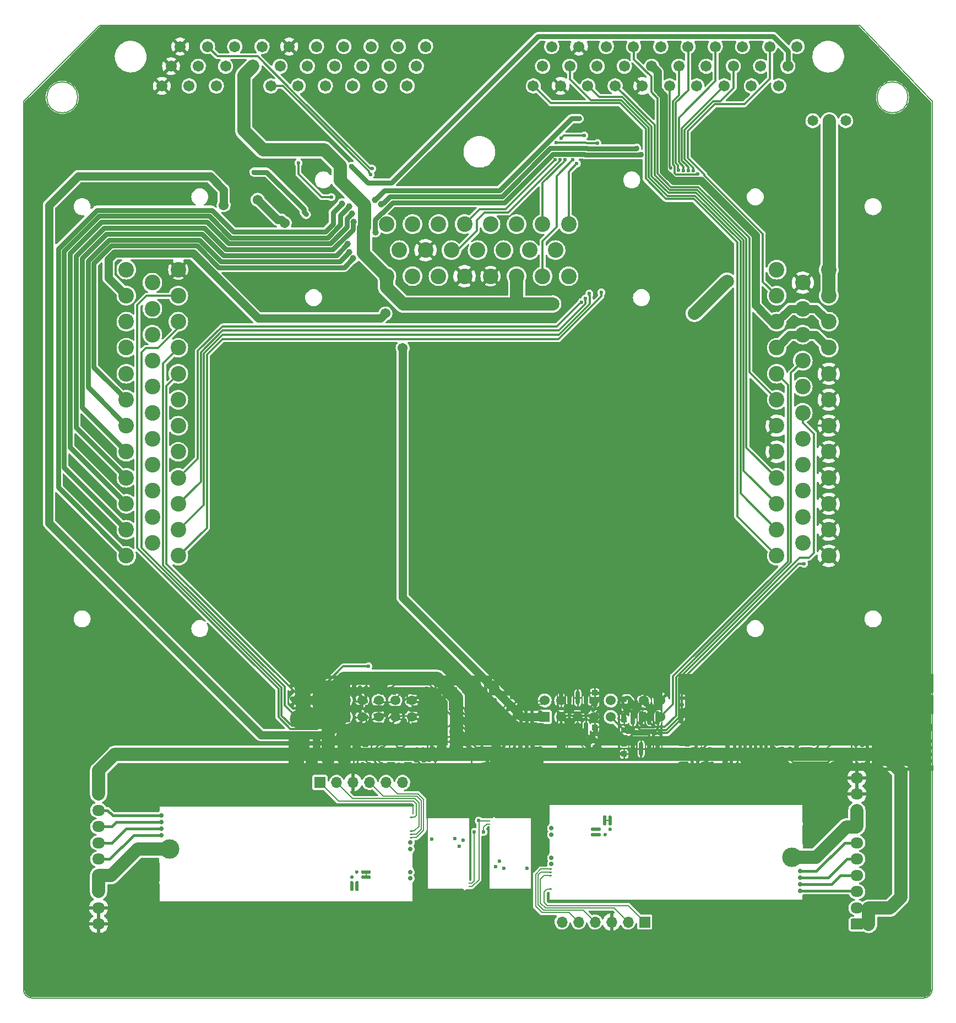
<source format=gtl>
G75*
G70*
%OFA0B0*%
%FSLAX25Y25*%
%IPPOS*%
%LPD*%
%AMOC8*
5,1,8,0,0,1.08239X$1,22.5*
%
%AMM19*
21,1,0.035430,0.030320,0.000000,-0.000000,90.000000*
21,1,0.028350,0.037400,0.000000,-0.000000,90.000000*
1,1,0.007090,0.015160,0.014170*
1,1,0.007090,0.015160,-0.014170*
1,1,0.007090,-0.015160,-0.014170*
1,1,0.007090,-0.015160,0.014170*
%
%AMM20*
21,1,0.033470,0.026770,0.000000,-0.000000,270.000000*
21,1,0.026770,0.033470,0.000000,-0.000000,270.000000*
1,1,0.006690,-0.013390,-0.013390*
1,1,0.006690,-0.013390,0.013390*
1,1,0.006690,0.013390,0.013390*
1,1,0.006690,0.013390,-0.013390*
%
%AMM21*
21,1,0.027560,0.030710,0.000000,-0.000000,90.000000*
21,1,0.022050,0.036220,0.000000,-0.000000,90.000000*
1,1,0.005510,0.015350,0.011020*
1,1,0.005510,0.015350,-0.011020*
1,1,0.005510,-0.015350,-0.011020*
1,1,0.005510,-0.015350,0.011020*
%
%AMM7*
21,1,0.035430,0.030320,-0.000000,0.000000,270.000000*
21,1,0.028350,0.037400,-0.000000,0.000000,270.000000*
1,1,0.007090,-0.015160,-0.014170*
1,1,0.007090,-0.015160,0.014170*
1,1,0.007090,0.015160,0.014170*
1,1,0.007090,0.015160,-0.014170*
%
%AMM8*
21,1,0.033470,0.026770,-0.000000,0.000000,90.000000*
21,1,0.026770,0.033470,-0.000000,0.000000,90.000000*
1,1,0.006690,0.013390,0.013390*
1,1,0.006690,0.013390,-0.013390*
1,1,0.006690,-0.013390,-0.013390*
1,1,0.006690,-0.013390,0.013390*
%
%AMM9*
21,1,0.027560,0.030710,-0.000000,0.000000,270.000000*
21,1,0.022050,0.036220,-0.000000,0.000000,270.000000*
1,1,0.005510,-0.015350,-0.011020*
1,1,0.005510,-0.015350,0.011020*
1,1,0.005510,0.015350,0.011020*
1,1,0.005510,0.015350,-0.011020*
%
%ADD10C,0.00787*%
%ADD11C,0.06750*%
%ADD116M7*%
%ADD117O,0.02362X0.08661*%
%ADD118M8*%
%ADD119M9*%
%ADD12R,0.06000X0.06000*%
%ADD13C,0.06000*%
%ADD130M19*%
%ADD131M20*%
%ADD132M21*%
%ADD14C,0.06500*%
%ADD15C,0.09449*%
%ADD16C,0.02756*%
%ADD17C,0.11811*%
%ADD18R,0.00984X0.11811*%
%ADD19R,0.00984X0.08858*%
%ADD20R,1.54528X0.00984*%
%ADD21R,0.00984X0.03740*%
%ADD22R,0.00984X0.05709*%
%ADD23R,0.00984X0.12205*%
%ADD24R,0.00984X0.11614*%
%ADD25R,0.06693X0.06693*%
%ADD26O,0.06693X0.06693*%
%ADD27O,0.00787X0.43701*%
%ADD28O,0.26772X0.00787*%
%ADD29O,0.01575X0.38583*%
%ADD30O,0.00984X0.01969*%
%ADD31O,0.22323X0.00787*%
%ADD32O,0.01969X0.00984*%
%ADD33C,0.02362*%
%ADD34O,0.07677X0.06693*%
%ADD35C,0.03110*%
%ADD36C,0.07874*%
%ADD37C,0.06070*%
%ADD38C,0.03937*%
%ADD39C,0.01200*%
%ADD40C,0.05000*%
%ADD41C,0.08000*%
%ADD42C,0.00800*%
%ADD43C,0.03000*%
%ADD44C,0.01600*%
%ADD59C,0.01181*%
%ADD63C,0.01969*%
%ADD68R,0.07500X0.07874*%
%ADD69O,0.07500X0.07874*%
%ADD70R,0.03543X0.03150*%
%ADD71R,0.05709X0.01772*%
%ADD72R,0.04724X0.08661*%
%ADD73R,0.22835X0.25197*%
%ADD74R,0.04803X0.02559*%
%ADD75R,0.03150X0.03543*%
%ADD76C,0.03100*%
%ADD77C,0.00984*%
%ADD85O,0.01968X0.00984*%
%ADD86O,0.00984X0.01968*%
%ADD91C,0.01575*%
X0000000Y0000000D02*
%LPD*%
G01*
D10*
X0000000Y0005000D02*
X0000000Y0542693D01*
X0505989Y0589000D02*
X0046272Y0589000D01*
X0046272Y0589000D02*
X0000000Y0542693D01*
X0550000Y0005000D02*
X0550000Y0542693D01*
X0545000Y0000000D02*
G75*
G03*
X0550000Y0005000I0000000J0005000D01*
G01*
X0032875Y0545250D02*
G75*
G03*
X0032875Y0545250I-009375J0000000D01*
G01*
X0505989Y0589000D02*
X0550000Y0542693D01*
X0000000Y0005000D02*
G75*
G03*
X0005000Y0000000I0005000J0000000D01*
G01*
X0545000Y0000000D02*
X0005000Y0000000D01*
X0535405Y0545250D02*
G75*
G03*
X0535405Y0545250I-009375J0000000D01*
G01*
D11*
X0468296Y0576019D03*
X0451797Y0576019D03*
X0435298Y0576019D03*
X0418799Y0576019D03*
X0402299Y0576019D03*
X0385800Y0576019D03*
X0369301Y0576019D03*
X0352802Y0576019D03*
X0336303Y0576019D03*
X0319803Y0576019D03*
X0243410Y0576019D03*
X0226910Y0576019D03*
X0210411Y0576019D03*
X0193912Y0576019D03*
X0177413Y0576019D03*
X0160914Y0576019D03*
X0144414Y0576019D03*
X0127915Y0576019D03*
X0111416Y0576019D03*
X0094917Y0576019D03*
X0462721Y0564110D03*
X0446222Y0564110D03*
X0429723Y0564110D03*
X0413224Y0564110D03*
X0396725Y0564110D03*
X0380225Y0564110D03*
X0363726Y0564110D03*
X0347227Y0564110D03*
X0330728Y0564110D03*
X0314229Y0564110D03*
X0237835Y0564110D03*
X0221336Y0564110D03*
X0204836Y0564110D03*
X0188337Y0564110D03*
X0171838Y0564110D03*
X0155339Y0564110D03*
X0138840Y0564110D03*
X0122340Y0564110D03*
X0105841Y0564110D03*
X0089342Y0564110D03*
X0457147Y0552200D03*
X0440647Y0552200D03*
X0424148Y0552200D03*
X0407649Y0552200D03*
X0391150Y0552200D03*
X0374651Y0552200D03*
X0358151Y0552200D03*
X0341652Y0552200D03*
X0325153Y0552200D03*
X0308654Y0552200D03*
X0232260Y0552200D03*
X0215761Y0552200D03*
X0199262Y0552200D03*
X0182762Y0552200D03*
X0166263Y0552200D03*
X0149764Y0552200D03*
X0133265Y0552200D03*
X0116766Y0552200D03*
X0100266Y0552200D03*
X0083767Y0552200D03*
D12*
X0315532Y0170160D03*
D13*
X0315532Y0180160D03*
X0325532Y0170160D03*
X0325532Y0180160D03*
X0335532Y0170160D03*
X0335532Y0180160D03*
X0345532Y0170160D03*
X0345532Y0180160D03*
X0355532Y0170160D03*
X0355532Y0180160D03*
X0365532Y0170160D03*
X0365532Y0180160D03*
X0375532Y0170160D03*
X0375532Y0180160D03*
X0385532Y0170160D03*
X0385532Y0180160D03*
D12*
X0165112Y0170160D03*
D13*
X0165112Y0180160D03*
X0175112Y0170160D03*
X0175112Y0180160D03*
X0185112Y0170160D03*
X0185112Y0180160D03*
X0195112Y0170160D03*
X0195112Y0180160D03*
X0205112Y0170160D03*
X0205112Y0180160D03*
X0215112Y0170160D03*
X0215112Y0180160D03*
X0225112Y0170160D03*
X0225112Y0180160D03*
X0235112Y0170160D03*
X0235112Y0180160D03*
D14*
X0497800Y0531110D03*
X0487800Y0531110D03*
X0477800Y0531110D03*
D15*
X0062280Y0440941D03*
X0062280Y0425193D03*
X0062280Y0409445D03*
X0062280Y0393697D03*
X0062280Y0377949D03*
X0062280Y0362201D03*
X0062280Y0346453D03*
X0062280Y0330705D03*
X0062280Y0314957D03*
X0062280Y0299209D03*
X0062280Y0283461D03*
X0062280Y0267713D03*
X0078028Y0433067D03*
X0078028Y0417319D03*
X0078028Y0401571D03*
X0078028Y0385823D03*
X0078028Y0370075D03*
X0078028Y0354327D03*
X0078028Y0338579D03*
X0078028Y0322831D03*
X0078028Y0307083D03*
X0078028Y0291335D03*
X0078028Y0275587D03*
X0093776Y0440941D03*
X0093776Y0425193D03*
X0093776Y0409445D03*
X0093776Y0393697D03*
X0093776Y0377949D03*
X0093776Y0362201D03*
X0093776Y0346453D03*
X0093776Y0330705D03*
X0093776Y0314957D03*
X0093776Y0299209D03*
X0093776Y0283461D03*
X0093776Y0267713D03*
X0329996Y0468500D03*
X0314248Y0468500D03*
X0298500Y0468500D03*
X0282752Y0468500D03*
X0267004Y0468500D03*
X0251256Y0468500D03*
X0235508Y0468500D03*
X0219760Y0468500D03*
X0322122Y0452752D03*
X0306374Y0452752D03*
X0290626Y0452752D03*
X0274878Y0452752D03*
X0259130Y0452752D03*
X0243382Y0452752D03*
X0227634Y0452752D03*
X0329996Y0437004D03*
X0314248Y0437004D03*
X0298500Y0437004D03*
X0282752Y0437004D03*
X0267004Y0437004D03*
X0251256Y0437004D03*
X0235508Y0437004D03*
X0219760Y0437004D03*
X0487477Y0267713D03*
X0487477Y0283461D03*
X0487477Y0299209D03*
X0487477Y0314957D03*
X0487477Y0330705D03*
X0487477Y0346453D03*
X0487477Y0362201D03*
X0487477Y0377949D03*
X0487477Y0393697D03*
X0487477Y0409445D03*
X0487477Y0425193D03*
X0487477Y0440941D03*
X0471729Y0275587D03*
X0471729Y0291335D03*
X0471729Y0307083D03*
X0471729Y0322831D03*
X0471729Y0338579D03*
X0471729Y0354327D03*
X0471729Y0370075D03*
X0471729Y0385823D03*
X0471729Y0401571D03*
X0471729Y0417319D03*
X0471729Y0433067D03*
X0455980Y0267713D03*
X0455980Y0283461D03*
X0455980Y0299209D03*
X0455980Y0314957D03*
X0455980Y0330705D03*
X0455980Y0346453D03*
X0455980Y0362201D03*
X0455980Y0377949D03*
X0455980Y0393697D03*
X0455980Y0409445D03*
X0455980Y0425193D03*
X0455980Y0440941D03*
D16*
X0470205Y0064894D03*
X0470205Y0068831D03*
X0470205Y0072768D03*
X0470205Y0076705D03*
D17*
X0465284Y0085169D03*
D18*
X0471681Y0098949D03*
D19*
X0318138Y0091961D03*
D20*
X0394910Y0059087D03*
D21*
X0471681Y0060465D03*
D22*
X0318138Y0061449D03*
D23*
X0318138Y0111547D03*
D24*
X0471681Y0111843D03*
D20*
X0394910Y0117158D03*
G36*
G01*
X0356032Y0109973D02*
X0356032Y0105051D01*
G75*
G02*
X0355540Y0104559I-000492J0000000D01*
G01*
X0354555Y0104559D01*
G75*
G02*
X0354063Y0105051I0000000J0000492D01*
G01*
X0354063Y0109973D01*
G75*
G02*
X0354555Y0110465I0000492J0000000D01*
G01*
X0355540Y0110465D01*
G75*
G02*
X0356032Y0109973I0000000J-000492D01*
G01*
G37*
G36*
G01*
X0349437Y0099441D02*
X0349437Y0098457D01*
G75*
G02*
X0348945Y0097965I-000492J0000000D01*
G01*
X0344024Y0097965D01*
G75*
G02*
X0343532Y0098457I0000000J0000492D01*
G01*
X0343532Y0099441D01*
G75*
G02*
X0344024Y0099933I0000492J0000000D01*
G01*
X0348945Y0099933D01*
G75*
G02*
X0349437Y0099441I0000000J-000492D01*
G01*
G37*
G36*
G01*
X0352882Y0109973D02*
X0352882Y0105051D01*
G75*
G02*
X0352390Y0104559I-000492J0000000D01*
G01*
X0351406Y0104559D01*
G75*
G02*
X0350914Y0105051I0000000J0000492D01*
G01*
X0350914Y0109973D01*
G75*
G02*
X0351406Y0110465I0000492J0000000D01*
G01*
X0352390Y0110465D01*
G75*
G02*
X0352882Y0109973I0000000J-000492D01*
G01*
G37*
G36*
G01*
X0351603Y0099933D02*
X0352587Y0099933D01*
G75*
G02*
X0353079Y0099441I0000000J-000492D01*
G01*
X0353079Y0098457D01*
G75*
G02*
X0352587Y0097965I-000492J0000000D01*
G01*
X0351603Y0097965D01*
G75*
G02*
X0351110Y0098457I0000000J0000492D01*
G01*
X0351110Y0099441D01*
G75*
G02*
X0351603Y0099933I0000492J0000000D01*
G01*
G37*
G36*
G01*
X0356032Y0102591D02*
X0356032Y0101606D01*
G75*
G02*
X0355540Y0101114I-000492J0000000D01*
G01*
X0354555Y0101114D01*
G75*
G02*
X0354063Y0101606I0000000J0000492D01*
G01*
X0354063Y0102591D01*
G75*
G02*
X0354555Y0103083I0000492J0000000D01*
G01*
X0355540Y0103083D01*
G75*
G02*
X0356032Y0102591I0000000J-000492D01*
G01*
G37*
G36*
G01*
X0349437Y0102591D02*
X0349437Y0101606D01*
G75*
G02*
X0348945Y0101114I-000492J0000000D01*
G01*
X0344024Y0101114D01*
G75*
G02*
X0343532Y0101606I0000000J0000492D01*
G01*
X0343532Y0102591D01*
G75*
G02*
X0344024Y0103083I0000492J0000000D01*
G01*
X0348945Y0103083D01*
G75*
G02*
X0349437Y0102591I0000000J-000492D01*
G01*
G37*
D16*
X0319614Y0102886D03*
X0319614Y0098949D03*
X0319614Y0084973D03*
X0319614Y0081036D03*
G36*
G01*
X0318040Y0078083D02*
X0318040Y0078083D01*
G75*
G02*
X0318532Y0078575I0000492J0000000D01*
G01*
X0319516Y0078575D01*
G75*
G02*
X0320008Y0078083I0000000J-000492D01*
G01*
X0320008Y0078083D01*
G75*
G02*
X0319516Y0077591I-000492J0000000D01*
G01*
X0318532Y0077591D01*
G75*
G02*
X0318040Y0078083I0000000J0000492D01*
G01*
G37*
G36*
G01*
X0318040Y0076114D02*
X0318040Y0076114D01*
G75*
G02*
X0318532Y0076606I0000492J0000000D01*
G01*
X0319516Y0076606D01*
G75*
G02*
X0320008Y0076114I0000000J-000492D01*
G01*
X0320008Y0076114D01*
G75*
G02*
X0319516Y0075622I-000492J0000000D01*
G01*
X0318532Y0075622D01*
G75*
G02*
X0318040Y0076114I0000000J0000492D01*
G01*
G37*
G36*
G01*
X0318040Y0074146D02*
X0318040Y0074146D01*
G75*
G02*
X0318532Y0074638I0000492J0000000D01*
G01*
X0319516Y0074638D01*
G75*
G02*
X0320008Y0074146I0000000J-000492D01*
G01*
X0320008Y0074146D01*
G75*
G02*
X0319516Y0073654I-000492J0000000D01*
G01*
X0318532Y0073654D01*
G75*
G02*
X0318040Y0074146I0000000J0000492D01*
G01*
G37*
G36*
G01*
X0318040Y0065878D02*
X0318040Y0065878D01*
G75*
G02*
X0318532Y0066370I0000492J0000000D01*
G01*
X0319516Y0066370D01*
G75*
G02*
X0320008Y0065878I0000000J-000492D01*
G01*
X0320008Y0065878D01*
G75*
G02*
X0319516Y0065386I-000492J0000000D01*
G01*
X0318532Y0065386D01*
G75*
G02*
X0318040Y0065878I0000000J0000492D01*
G01*
G37*
D25*
X0179500Y0130500D03*
D26*
X0189500Y0130500D03*
X0199500Y0130500D03*
X0209500Y0130500D03*
X0219500Y0130500D03*
X0229500Y0130500D03*
D27*
X0307609Y0087541D03*
D28*
X0294469Y0065888D03*
D29*
X0281625Y0084786D03*
D30*
X0281625Y0066577D03*
D31*
X0296832Y0109097D03*
D32*
X0281822Y0107325D03*
X0281822Y0105356D03*
D33*
X0285956Y0079569D03*
X0288022Y0083014D03*
X0290975Y0078388D03*
X0304952Y0078683D03*
D16*
X0083630Y0110366D03*
X0083630Y0106429D03*
X0083630Y0102492D03*
X0083630Y0098555D03*
D17*
X0088551Y0090091D03*
D18*
X0082154Y0076311D03*
D20*
X0158925Y0116173D03*
D21*
X0082154Y0114795D03*
D20*
X0158925Y0058103D03*
D22*
X0235697Y0113811D03*
D23*
X0235697Y0063713D03*
D24*
X0082154Y0063417D03*
D19*
X0235697Y0083299D03*
G36*
G01*
X0197803Y0065288D02*
X0197803Y0070209D01*
G75*
G02*
X0198295Y0070701I0000492J0000000D01*
G01*
X0199280Y0070701D01*
G75*
G02*
X0199772Y0070209I0000000J-000492D01*
G01*
X0199772Y0065288D01*
G75*
G02*
X0199280Y0064795I-000492J0000000D01*
G01*
X0198295Y0064795D01*
G75*
G02*
X0197803Y0065288I0000000J0000492D01*
G01*
G37*
G36*
G01*
X0204398Y0075819D02*
X0204398Y0076803D01*
G75*
G02*
X0204890Y0077295I0000492J0000000D01*
G01*
X0209811Y0077295D01*
G75*
G02*
X0210303Y0076803I0000000J-000492D01*
G01*
X0210303Y0075819D01*
G75*
G02*
X0209811Y0075327I-000492J0000000D01*
G01*
X0204890Y0075327D01*
G75*
G02*
X0204398Y0075819I0000000J0000492D01*
G01*
G37*
G36*
G01*
X0200953Y0065288D02*
X0200953Y0070209D01*
G75*
G02*
X0201445Y0070701I0000492J0000000D01*
G01*
X0202429Y0070701D01*
G75*
G02*
X0202921Y0070209I0000000J-000492D01*
G01*
X0202921Y0065288D01*
G75*
G02*
X0202429Y0064795I-000492J0000000D01*
G01*
X0201445Y0064795D01*
G75*
G02*
X0200953Y0065288I0000000J0000492D01*
G01*
G37*
G36*
G01*
X0202232Y0075327D02*
X0201248Y0075327D01*
G75*
G02*
X0200756Y0075819I0000000J0000492D01*
G01*
X0200756Y0076803D01*
G75*
G02*
X0201248Y0077295I0000492J0000000D01*
G01*
X0202232Y0077295D01*
G75*
G02*
X0202725Y0076803I0000000J-000492D01*
G01*
X0202725Y0075819D01*
G75*
G02*
X0202232Y0075327I-000492J0000000D01*
G01*
G37*
G36*
G01*
X0197803Y0072669D02*
X0197803Y0073654D01*
G75*
G02*
X0198295Y0074146I0000492J0000000D01*
G01*
X0199280Y0074146D01*
G75*
G02*
X0199772Y0073654I0000000J-000492D01*
G01*
X0199772Y0072669D01*
G75*
G02*
X0199280Y0072177I-000492J0000000D01*
G01*
X0198295Y0072177D01*
G75*
G02*
X0197803Y0072669I0000000J0000492D01*
G01*
G37*
G36*
G01*
X0204398Y0072669D02*
X0204398Y0073654D01*
G75*
G02*
X0204890Y0074146I0000492J0000000D01*
G01*
X0209811Y0074146D01*
G75*
G02*
X0210303Y0073654I0000000J-000492D01*
G01*
X0210303Y0072669D01*
G75*
G02*
X0209811Y0072177I-000492J0000000D01*
G01*
X0204890Y0072177D01*
G75*
G02*
X0204398Y0072669I0000000J0000492D01*
G01*
G37*
D16*
X0234221Y0072374D03*
X0234221Y0076311D03*
X0234221Y0090288D03*
X0234221Y0094225D03*
G36*
G01*
X0235795Y0097177D02*
X0235795Y0097177D01*
G75*
G02*
X0235303Y0096685I-000492J0000000D01*
G01*
X0234319Y0096685D01*
G75*
G02*
X0233827Y0097177I0000000J0000492D01*
G01*
X0233827Y0097177D01*
G75*
G02*
X0234319Y0097669I0000492J0000000D01*
G01*
X0235303Y0097669D01*
G75*
G02*
X0235795Y0097177I0000000J-000492D01*
G01*
G37*
G36*
G01*
X0235795Y0099146D02*
X0235795Y0099146D01*
G75*
G02*
X0235303Y0098654I-000492J0000000D01*
G01*
X0234319Y0098654D01*
G75*
G02*
X0233827Y0099146I0000000J0000492D01*
G01*
X0233827Y0099146D01*
G75*
G02*
X0234319Y0099638I0000492J0000000D01*
G01*
X0235303Y0099638D01*
G75*
G02*
X0235795Y0099146I0000000J-000492D01*
G01*
G37*
G36*
G01*
X0235795Y0101114D02*
X0235795Y0101114D01*
G75*
G02*
X0235303Y0100622I-000492J0000000D01*
G01*
X0234319Y0100622D01*
G75*
G02*
X0233827Y0101114I0000000J0000492D01*
G01*
X0233827Y0101114D01*
G75*
G02*
X0234319Y0101606I0000492J0000000D01*
G01*
X0235303Y0101606D01*
G75*
G02*
X0235795Y0101114I0000000J-000492D01*
G01*
G37*
G36*
G01*
X0235795Y0109382D02*
X0235795Y0109382D01*
G75*
G02*
X0235303Y0108890I-000492J0000000D01*
G01*
X0234319Y0108890D01*
G75*
G02*
X0233827Y0109382I0000000J0000492D01*
G01*
X0233827Y0109382D01*
G75*
G02*
X0234319Y0109874I0000492J0000000D01*
G01*
X0235303Y0109874D01*
G75*
G02*
X0235795Y0109382I0000000J-000492D01*
G01*
G37*
G36*
G01*
X0042646Y0136669D02*
X0048354Y0136669D01*
G75*
G02*
X0049339Y0135685I0000000J-000984D01*
G01*
X0049339Y0130961D01*
G75*
G02*
X0048354Y0129977I-000984J0000000D01*
G01*
X0042646Y0129977D01*
G75*
G02*
X0041662Y0130961I0000000J0000984D01*
G01*
X0041662Y0135685D01*
G75*
G02*
X0042646Y0136669I0000984J0000000D01*
G01*
G37*
D34*
X0045500Y0123480D03*
X0045500Y0113638D03*
X0045500Y0103795D03*
X0045500Y0093953D03*
X0045500Y0084110D03*
X0045500Y0074268D03*
X0045500Y0064425D03*
X0045500Y0054583D03*
X0045500Y0044740D03*
D29*
X0270375Y0090199D03*
D27*
X0244391Y0087443D03*
D30*
X0270375Y0108408D03*
D28*
X0257531Y0109097D03*
D31*
X0255169Y0065888D03*
D32*
X0270179Y0067660D03*
X0270179Y0069628D03*
D33*
X0266045Y0095416D03*
X0263978Y0091971D03*
X0261025Y0096597D03*
X0247049Y0096301D03*
D25*
X0376000Y0046000D03*
D26*
X0366000Y0046000D03*
X0356000Y0046000D03*
X0346000Y0046000D03*
X0336000Y0046000D03*
X0326000Y0046000D03*
G36*
G01*
X0507354Y0041394D02*
X0501646Y0041394D01*
G75*
G02*
X0500662Y0042378I0000000J0000984D01*
G01*
X0500662Y0047103D01*
G75*
G02*
X0501646Y0048087I0000984J0000000D01*
G01*
X0507354Y0048087D01*
G75*
G02*
X0508339Y0047103I0000000J-000984D01*
G01*
X0508339Y0042378D01*
G75*
G02*
X0507354Y0041394I-000984J0000000D01*
G01*
G37*
D34*
X0504500Y0054583D03*
X0504500Y0064425D03*
X0504500Y0074268D03*
X0504500Y0084110D03*
X0504500Y0093953D03*
X0504500Y0103795D03*
X0504500Y0113638D03*
X0504500Y0123480D03*
X0504500Y0133323D03*
D33*
X0159270Y0427440D03*
X0410780Y0385010D03*
X0467860Y0490590D03*
X0508700Y0280370D03*
X0100150Y0355210D03*
X0405410Y0466830D03*
X0136670Y0575780D03*
X0234380Y0244820D03*
X0256510Y0365550D03*
X0020970Y0230630D03*
X0347100Y0494190D03*
X0135900Y0493850D03*
X0244650Y0499300D03*
X0238400Y0293120D03*
X0072500Y0036500D03*
X0009000Y0325370D03*
X0355110Y0417200D03*
X0229010Y0215310D03*
X0043890Y0572720D03*
X0227000Y0411500D03*
X0322500Y0011500D03*
X0253250Y0156190D03*
X0418380Y0518250D03*
X0340350Y0233420D03*
X0094940Y0222150D03*
X0525460Y0469090D03*
X0512050Y0382990D03*
X0425740Y0506090D03*
X0278320Y0531220D03*
X0220290Y0307200D03*
X0526230Y0515580D03*
X0232040Y0156190D03*
X0329620Y0399090D03*
X0376570Y0403110D03*
X0122950Y0357890D03*
X0272500Y0036500D03*
X0024500Y0263500D03*
X0350630Y0463180D03*
X0046480Y0307800D03*
X0219190Y0571970D03*
X0218280Y0387020D03*
X0378020Y0573070D03*
X0050240Y0529170D03*
X0495760Y0583960D03*
X0263640Y0192280D03*
X0535980Y0527630D03*
X0333680Y0491970D03*
X0330310Y0458840D03*
X0372500Y0036500D03*
X0306620Y0461980D03*
X0058970Y0489640D03*
X0360470Y0197870D03*
X0162010Y0289330D03*
X0449120Y0517060D03*
X0424860Y0199890D03*
X0391990Y0458780D03*
X0199500Y0260250D03*
X0372500Y0136500D03*
X0286700Y0160430D03*
X0294070Y0376960D03*
X0213580Y0283730D03*
X0501250Y0493630D03*
X0204860Y0218000D03*
X0204860Y0328660D03*
X0420840Y0277020D03*
X0331450Y0161840D03*
X0326940Y0362200D03*
X0185830Y0572450D03*
X0113980Y0411430D03*
X0052540Y0197180D03*
X0099650Y0535840D03*
X0379250Y0272320D03*
X0116140Y0203300D03*
X0422500Y0136500D03*
X0165820Y0210540D03*
X0405890Y0159490D03*
X0146460Y0242440D03*
X0528150Y0209950D03*
X0533520Y0267630D03*
X0009000Y0409010D03*
X0497390Y0550580D03*
X0214250Y0246170D03*
X0127350Y0331080D03*
X0448970Y0504120D03*
X0449680Y0233420D03*
X0119900Y0382470D03*
X0250470Y0228730D03*
X0181227Y0468945D03*
X0247500Y0136500D03*
X0257850Y0327320D03*
X0287020Y0546660D03*
X0139380Y0295600D03*
X0039900Y0486660D03*
X0375900Y0199220D03*
X0022500Y0011500D03*
X0243100Y0362870D03*
X0119810Y0575850D03*
X0097500Y0136500D03*
X0152000Y0420500D03*
X0263460Y0546330D03*
X0009000Y0366140D03*
X0046890Y0165140D03*
X0015320Y0161840D03*
X0181870Y0416330D03*
X0361250Y0573530D03*
X0267710Y0561380D03*
X0082220Y0161840D03*
X0472500Y0036500D03*
X0203350Y0433100D03*
X0202750Y0571970D03*
X0126390Y0314610D03*
X0464350Y0583960D03*
X0297500Y0136500D03*
X0239070Y0329340D03*
X0328020Y0572760D03*
X0422500Y0011500D03*
X0022500Y0061500D03*
X0125630Y0344290D03*
X0287020Y0579120D03*
X0222500Y0011500D03*
X0331630Y0315250D03*
X0049360Y0320250D03*
X0364500Y0356830D03*
X0290050Y0301170D03*
X0168720Y0320630D03*
X0368520Y0303180D03*
X0289370Y0232080D03*
X0345560Y0572600D03*
X0508030Y0439330D03*
X0224700Y0518930D03*
X0043040Y0295540D03*
X0254660Y0175980D03*
X0047360Y0233460D03*
X0332097Y0536975D03*
X0009000Y0500500D03*
X0172500Y0036500D03*
X0191388Y0155833D03*
X0122500Y0011500D03*
X0456490Y0535210D03*
X0223640Y0348790D03*
X0202180Y0382320D03*
X0470180Y0456020D03*
X0312000Y0092500D03*
X0411090Y0573690D03*
X0260010Y0581300D03*
X0208220Y0362200D03*
X0111600Y0526420D03*
X0244010Y0521330D03*
X0380590Y0242810D03*
X0159280Y0265890D03*
X0011080Y0265020D03*
X0387980Y0374270D03*
X0100540Y0370530D03*
X0313270Y0532500D03*
X0394940Y0572760D03*
X0009000Y0474080D03*
X0363820Y0440000D03*
X0478520Y0172390D03*
X0147500Y0136500D03*
X0309310Y0164670D03*
X0016260Y0192940D03*
X0356000Y0161000D03*
X0414850Y0189170D03*
X0514740Y0171720D03*
X0077380Y0579910D03*
X0304130Y0213300D03*
X0133272Y0158000D03*
D35*
X0477601Y0348311D03*
D33*
X0368700Y0482810D03*
X0165050Y0380180D03*
X0522500Y0011500D03*
X0495290Y0245500D03*
X0331630Y0209280D03*
X0322850Y0443390D03*
X0052410Y0551170D03*
X0353380Y0480450D03*
X0532850Y0311900D03*
X0240000Y0083500D03*
X0252490Y0270310D03*
X0113670Y0505040D03*
X0122270Y0163730D03*
X0472500Y0136500D03*
X0096440Y0505730D03*
X0402000Y0437500D03*
X0148500Y0172500D03*
X0163740Y0348440D03*
X0292060Y0338050D03*
X0429560Y0250190D03*
X0279200Y0207140D03*
X0139777Y0545500D03*
X0200840Y0300490D03*
X0411450Y0332020D03*
X0465770Y0246840D03*
X0532180Y0409150D03*
X0239740Y0267630D03*
X0272090Y0178800D03*
X0018980Y0528720D03*
X0324250Y0265620D03*
X0269220Y0497070D03*
X0288030Y0261590D03*
X0075150Y0245710D03*
X0242420Y0383660D03*
X0534190Y0351470D03*
X0437600Y0173060D03*
X0051080Y0334990D03*
X0510710Y0336710D03*
X0298500Y0447190D03*
X0297810Y0562690D03*
X0085050Y0188700D03*
X0403400Y0303850D03*
X0471810Y0221350D03*
X0086090Y0520210D03*
X0399370Y0221350D03*
X0444160Y0572600D03*
X0132630Y0187280D03*
X0184930Y0427630D03*
X0022500Y0111500D03*
X0296670Y0507600D03*
X0009000Y0446700D03*
X0206600Y0156190D03*
X0298000Y0181630D03*
X0119740Y0265070D03*
D36*
X0406000Y0414500D03*
X0426000Y0434000D03*
X0320390Y0420200D03*
D33*
X0275651Y0107367D03*
X0332596Y0507559D03*
X0272736Y0100500D03*
X0278517Y0100500D03*
X0339560Y0522160D03*
X0325455Y0520500D03*
X0324872Y0507559D03*
X0210128Y0498620D03*
X0208860Y0200720D03*
X0347500Y0517481D03*
X0321910Y0507559D03*
X0322646Y0517895D03*
X0211020Y0502110D03*
X0327834Y0507559D03*
X0334959Y0505200D03*
X0472500Y0263000D03*
X0408190Y0499001D03*
X0405503Y0500801D03*
X0402541Y0500801D03*
X0399579Y0500801D03*
X0396626Y0501039D03*
X0391864Y0502442D03*
X0349790Y0427230D03*
X0342586Y0426406D03*
X0340207Y0423545D03*
X0337737Y0421323D03*
X0186353Y0484847D03*
X0166500Y0505500D03*
D35*
X0171220Y0474390D03*
X0139500Y0500000D03*
D37*
X0158161Y0469160D03*
X0141806Y0483225D03*
D38*
X0192948Y0480974D03*
X0197102Y0479149D03*
D35*
X0198578Y0503545D03*
D38*
X0198902Y0474985D03*
X0199859Y0469765D03*
X0212740Y0483240D03*
X0196283Y0456458D03*
D35*
X0336440Y0532390D03*
D38*
X0197080Y0451501D03*
D35*
X0371151Y0514495D03*
D38*
X0216487Y0480513D03*
D35*
X0373930Y0510699D03*
D38*
X0199634Y0447751D03*
X0213000Y0463610D03*
D37*
X0229560Y0393440D03*
X0219120Y0414440D03*
X0121170Y0479941D03*
D39*
X0487490Y0346380D02*
X0487528Y0346343D01*
X0479532Y0346380D02*
X0487490Y0346380D01*
X0477601Y0348311D02*
X0479532Y0346380D01*
X0157990Y0177282D02*
X0165112Y0170160D01*
X0157990Y0188553D02*
X0157990Y0177282D01*
X0093969Y0393587D02*
X0084550Y0384168D01*
X0084550Y0261993D02*
X0157990Y0188553D01*
X0084550Y0384168D02*
X0084550Y0261993D01*
X0086500Y0263000D02*
X0165112Y0184388D01*
X0086500Y0370370D02*
X0086500Y0263000D01*
X0165112Y0184388D02*
X0165112Y0180160D01*
X0093969Y0377839D02*
X0086500Y0370370D01*
D40*
X0387583Y0500568D02*
X0393430Y0494720D01*
X0383698Y0560770D02*
X0383698Y0550202D01*
X0449500Y0413000D02*
X0453166Y0409335D01*
X0443093Y0419408D02*
X0449500Y0413000D01*
X0380358Y0564110D02*
X0383698Y0560770D01*
X0453055Y0409445D02*
X0455980Y0409445D01*
X0443093Y0461810D02*
X0443093Y0419408D01*
X0471729Y0417319D02*
X0479603Y0417319D01*
X0383698Y0550202D02*
X0387583Y0546317D01*
X0387583Y0546317D02*
X0387583Y0500568D01*
X0410183Y0494720D02*
X0443093Y0461810D01*
X0464173Y0417319D02*
X0471729Y0417319D01*
X0479603Y0417319D02*
X0487477Y0409445D01*
X0393430Y0494720D02*
X0410183Y0494720D01*
X0456299Y0409445D02*
X0464173Y0417319D01*
X0455980Y0409445D02*
X0456299Y0409445D01*
X0449500Y0413000D02*
X0453055Y0409445D01*
D41*
X0185112Y0184861D02*
X0185112Y0180160D01*
X0426000Y0434000D02*
X0425820Y0434000D01*
X0045500Y0123480D02*
X0045500Y0137823D01*
X0531000Y0137000D02*
X0531000Y0061000D01*
X0191745Y0503969D02*
X0182214Y0513500D01*
X0133398Y0525103D02*
X0133398Y0552200D01*
X0524394Y0054394D02*
X0511610Y0054394D01*
X0262099Y0147500D02*
X0262099Y0181901D01*
X0055177Y0147500D02*
X0270500Y0147500D01*
X0191745Y0494755D02*
X0191745Y0503969D01*
X0406320Y0414500D02*
X0406000Y0414500D01*
X0290490Y0420110D02*
X0320300Y0420110D01*
X0511610Y0054394D02*
X0511610Y0044551D01*
X0262099Y0181901D02*
X0250500Y0193500D01*
X0206427Y0480073D02*
X0191745Y0494755D01*
X0270500Y0147500D02*
X0262099Y0147500D01*
X0320300Y0420110D02*
X0320390Y0420200D01*
X0145000Y0513500D02*
X0133398Y0525103D01*
X0219811Y0430089D02*
X0219811Y0436894D01*
X0298551Y0421051D02*
X0298551Y0436894D01*
X0531000Y0061000D02*
X0524394Y0054394D01*
X0270500Y0147500D02*
X0520500Y0147500D01*
X0193751Y0193500D02*
X0185112Y0184861D01*
X0425820Y0434000D02*
X0406320Y0414500D01*
X0219811Y0436894D02*
X0205880Y0450825D01*
X0205880Y0450825D02*
X0205880Y0466065D01*
X0250500Y0193500D02*
X0193751Y0193500D01*
X0182214Y0513500D02*
X0145000Y0513500D01*
X0045500Y0137823D02*
X0055177Y0147500D01*
X0290490Y0420110D02*
X0229790Y0420110D01*
X0229790Y0420110D02*
X0219811Y0430089D01*
X0520500Y0147500D02*
X0531000Y0137000D01*
X0205880Y0466065D02*
X0206427Y0466612D01*
X0133398Y0552200D02*
X0133398Y0558535D01*
X0298500Y0421000D02*
X0298551Y0421051D01*
X0206427Y0466612D02*
X0206427Y0480073D01*
X0133398Y0558535D02*
X0138973Y0564110D01*
D42*
X0275660Y0107358D02*
X0275660Y0071682D01*
X0275651Y0107367D02*
X0275692Y0107325D01*
X0275651Y0107367D02*
X0275660Y0107358D01*
X0271637Y0067660D02*
X0270179Y0067660D01*
X0275660Y0071682D02*
X0271637Y0067660D01*
X0275692Y0107325D02*
X0281822Y0107325D01*
X0272736Y0100500D02*
X0272717Y0100481D01*
X0271637Y0069637D02*
X0270570Y0069637D01*
X0272717Y0100481D02*
X0272717Y0070717D01*
X0270552Y0069644D02*
X0270194Y0069644D01*
X0272717Y0070717D02*
X0271637Y0069637D01*
X0278517Y0100500D02*
X0278517Y0103539D01*
D39*
X0322691Y0466711D02*
X0322691Y0497654D01*
D42*
X0278517Y0103539D02*
X0278539Y0103539D01*
D39*
X0314299Y0458319D02*
X0322691Y0466711D01*
D42*
X0278539Y0103539D02*
X0280356Y0105356D01*
X0280356Y0105356D02*
X0281822Y0105356D01*
D39*
X0322691Y0497654D02*
X0332596Y0507559D01*
X0314299Y0436894D02*
X0314299Y0458319D01*
X0462729Y0264358D02*
X0462729Y0371141D01*
X0462729Y0371141D02*
X0456032Y0377839D01*
X0385532Y0170160D02*
X0393240Y0177869D01*
X0393240Y0177869D02*
X0393240Y0194869D01*
X0393240Y0194869D02*
X0462729Y0264358D01*
X0395040Y0194126D02*
X0464636Y0263722D01*
X0381662Y0164030D02*
X0388310Y0164030D01*
X0375532Y0170160D02*
X0381662Y0164030D01*
X0464636Y0263722D02*
X0464636Y0378469D01*
X0464636Y0378469D02*
X0471780Y0385613D01*
X0395040Y0170760D02*
X0395040Y0194126D01*
X0388310Y0164030D02*
X0395040Y0170760D01*
X0475500Y0266500D02*
X0478500Y0269500D01*
X0396840Y0170015D02*
X0396840Y0193383D01*
X0373462Y0162230D02*
X0389056Y0162230D01*
X0396840Y0193383D02*
X0469957Y0266500D01*
X0478500Y0341572D02*
X0471729Y0348344D01*
X0365532Y0170160D02*
X0373462Y0162230D01*
X0471729Y0348344D02*
X0471729Y0354327D01*
X0478500Y0269500D02*
X0478500Y0341572D01*
X0469957Y0266500D02*
X0475500Y0266500D01*
X0389056Y0162230D02*
X0396840Y0170015D01*
X0259181Y0452642D02*
X0262642Y0452642D01*
X0279100Y0475600D02*
X0293475Y0475600D01*
X0324872Y0506997D02*
X0324872Y0507559D01*
X0325455Y0520500D02*
X0327115Y0522160D01*
X0274500Y0471000D02*
X0279100Y0475600D01*
X0274500Y0464500D02*
X0274500Y0471000D01*
X0293475Y0475600D02*
X0324872Y0506997D01*
X0327115Y0522160D02*
X0339560Y0522160D01*
X0262642Y0452642D02*
X0274500Y0464500D01*
X0339560Y0522160D02*
X0339560Y0522160D01*
X0209002Y0499746D02*
X0210128Y0498620D01*
X0149897Y0552200D02*
X0157195Y0552200D01*
X0209002Y0500392D02*
X0209002Y0499746D01*
X0157195Y0552200D02*
X0209002Y0500392D01*
X0175112Y0182212D02*
X0175112Y0180160D01*
X0193620Y0200720D02*
X0175112Y0182212D01*
X0208860Y0200720D02*
X0193620Y0200720D01*
X0347500Y0517481D02*
X0347481Y0517500D01*
X0321910Y0507410D02*
X0321910Y0507559D01*
X0322646Y0517895D02*
X0340311Y0517895D01*
X0267055Y0468390D02*
X0276066Y0477400D01*
X0276066Y0477400D02*
X0291900Y0477400D01*
X0347481Y0517500D02*
X0340707Y0517500D01*
X0340707Y0517500D02*
X0340485Y0517721D01*
X0340311Y0517895D02*
X0340485Y0517721D01*
X0340485Y0517721D02*
X0340489Y0517725D01*
X0291900Y0477400D02*
X0321910Y0507410D01*
X0117398Y0570170D02*
X0141770Y0570170D01*
X0202990Y0508950D02*
X0209830Y0502110D01*
X0209830Y0502110D02*
X0211020Y0502110D01*
X0164315Y0547625D02*
X0202990Y0508950D01*
X0111549Y0576019D02*
X0117398Y0570170D01*
X0141770Y0570170D02*
X0164315Y0547625D01*
X0314299Y0493462D02*
X0327834Y0506997D01*
X0314299Y0468390D02*
X0314299Y0493462D01*
X0327834Y0506997D02*
X0327834Y0507559D01*
X0330000Y0468437D02*
X0330047Y0468390D01*
X0334959Y0505200D02*
X0330000Y0500241D01*
X0330000Y0500241D02*
X0330000Y0468437D01*
X0154390Y0187067D02*
X0154390Y0170176D01*
X0161596Y0162970D02*
X0177922Y0162970D01*
X0068954Y0272504D02*
X0154390Y0187067D01*
X0074583Y0425083D02*
X0068954Y0419454D01*
X0177922Y0162970D02*
X0185112Y0170160D01*
X0154390Y0170176D02*
X0161596Y0162970D01*
X0068954Y0419454D02*
X0068954Y0272504D01*
X0093969Y0425083D02*
X0074583Y0425083D01*
X0074000Y0393500D02*
X0071500Y0391000D01*
X0081500Y0393500D02*
X0074000Y0393500D01*
X0156190Y0170922D02*
X0162342Y0164770D01*
X0156190Y0187810D02*
X0156190Y0170922D01*
X0093969Y0409335D02*
X0093969Y0405969D01*
X0071500Y0391000D02*
X0071500Y0272500D01*
X0162342Y0164770D02*
X0169722Y0164770D01*
X0071500Y0272500D02*
X0156190Y0187810D01*
X0169722Y0164770D02*
X0175112Y0170160D01*
X0093969Y0405969D02*
X0081500Y0393500D01*
X0389801Y0160430D02*
X0365262Y0160430D01*
X0469000Y0263000D02*
X0398640Y0192640D01*
X0398640Y0192640D02*
X0398640Y0169269D01*
X0472500Y0263000D02*
X0469000Y0263000D01*
X0398640Y0169269D02*
X0389801Y0160430D01*
X0365262Y0160430D02*
X0355532Y0170160D01*
X0412596Y0535330D02*
X0412502Y0535330D01*
X0451930Y0576019D02*
X0451930Y0556579D01*
X0412160Y0498398D02*
X0412160Y0497975D01*
X0418396Y0541130D02*
X0412596Y0535330D01*
X0412160Y0497975D02*
X0447500Y0462635D01*
X0451930Y0556579D02*
X0436481Y0541130D01*
X0402083Y0524911D02*
X0402083Y0508475D01*
X0447500Y0433614D02*
X0456032Y0425083D01*
X0447500Y0462635D02*
X0447500Y0433614D01*
X0402083Y0508475D02*
X0412160Y0498398D01*
X0412502Y0535330D02*
X0402083Y0524911D01*
X0436481Y0541130D02*
X0418396Y0541130D01*
D40*
X0487414Y0393587D02*
X0479540Y0401461D01*
X0479540Y0401461D02*
X0463906Y0401461D01*
X0487528Y0393587D02*
X0487414Y0393587D01*
X0463906Y0401461D02*
X0456032Y0393587D01*
D39*
X0380000Y0548380D02*
X0383400Y0544980D01*
X0383687Y0544980D02*
X0383883Y0544785D01*
X0383883Y0499035D02*
X0391898Y0491020D01*
X0383883Y0544785D02*
X0383883Y0499035D01*
X0408650Y0491020D02*
X0439394Y0460276D01*
X0380000Y0557697D02*
X0380000Y0548380D01*
X0439394Y0460276D02*
X0439394Y0378728D01*
X0369434Y0568263D02*
X0380000Y0557697D01*
X0391898Y0491020D02*
X0408650Y0491020D01*
X0383400Y0544980D02*
X0383687Y0544980D01*
X0369434Y0576019D02*
X0369434Y0568263D01*
X0439394Y0378728D02*
X0456032Y0362091D01*
X0391152Y0489220D02*
X0407905Y0489220D01*
X0382083Y0504788D02*
X0382083Y0504788D01*
X0437596Y0459528D02*
X0437596Y0333282D01*
X0382083Y0498289D02*
X0384846Y0495526D01*
X0382083Y0528402D02*
X0382083Y0504788D01*
X0407905Y0489220D02*
X0437596Y0459528D01*
X0358284Y0552200D02*
X0382083Y0528402D01*
X0382083Y0504788D02*
X0382083Y0498289D01*
X0437596Y0333282D02*
X0456032Y0314847D01*
X0384846Y0495526D02*
X0391152Y0489220D01*
X0380283Y0503520D02*
X0380283Y0497544D01*
X0380283Y0503520D02*
X0380283Y0503520D01*
X0341785Y0552200D02*
X0348596Y0545389D01*
X0348596Y0545389D02*
X0362549Y0545389D01*
X0435798Y0458781D02*
X0435798Y0319332D01*
X0390406Y0487420D02*
X0407159Y0487420D01*
X0407159Y0487420D02*
X0435798Y0458781D01*
X0380283Y0527656D02*
X0380283Y0503520D01*
X0362549Y0545389D02*
X0380283Y0527656D01*
X0380283Y0497544D02*
X0390406Y0487420D01*
X0435798Y0319332D02*
X0456032Y0299099D01*
X0361804Y0543589D02*
X0343625Y0543589D01*
X0389661Y0485620D02*
X0378483Y0496798D01*
X0330861Y0556354D02*
X0330861Y0564110D01*
X0456032Y0283351D02*
X0434000Y0305382D01*
X0434000Y0458033D02*
X0406413Y0485620D01*
X0378483Y0496798D02*
X0378483Y0526911D01*
X0434000Y0305382D02*
X0434000Y0458033D01*
X0378483Y0526911D02*
X0361804Y0543589D01*
X0343625Y0543589D02*
X0330861Y0556354D01*
X0406413Y0485620D02*
X0389661Y0485620D01*
X0432000Y0457488D02*
X0432000Y0291634D01*
X0388915Y0483820D02*
X0405668Y0483820D01*
X0432000Y0291634D02*
X0456032Y0267603D01*
X0319198Y0541789D02*
X0361058Y0541789D01*
X0376683Y0526165D02*
X0376683Y0496053D01*
X0376683Y0496053D02*
X0388915Y0483820D01*
X0405668Y0483820D02*
X0432000Y0457488D01*
X0308787Y0552200D02*
X0319198Y0541789D01*
X0361058Y0541789D02*
X0376683Y0526165D01*
X0394245Y0503585D02*
X0394245Y0499138D01*
X0407609Y0498420D02*
X0408190Y0499001D01*
X0394245Y0499138D02*
X0394963Y0498420D01*
X0393083Y0507730D02*
X0393083Y0504747D01*
X0393083Y0542790D02*
X0393083Y0507730D01*
X0393083Y0504747D02*
X0394245Y0503585D01*
X0396858Y0564110D02*
X0396858Y0546565D01*
X0394963Y0498420D02*
X0407609Y0498420D01*
X0396858Y0546565D02*
X0393083Y0542790D01*
X0411850Y0537130D02*
X0411757Y0537130D01*
X0411757Y0537130D02*
X0400283Y0525656D01*
X0400283Y0507730D02*
X0401497Y0506515D01*
X0400283Y0525656D02*
X0400283Y0508360D01*
X0405503Y0502510D02*
X0405503Y0500801D01*
X0417650Y0542930D02*
X0411850Y0537130D01*
X0421782Y0542930D02*
X0417650Y0542930D01*
X0429856Y0564110D02*
X0429856Y0551004D01*
X0401497Y0506515D02*
X0405503Y0502510D01*
X0429856Y0551004D02*
X0421782Y0542930D01*
X0400283Y0508360D02*
X0400283Y0507730D01*
X0398483Y0526402D02*
X0398483Y0508300D01*
X0402541Y0502926D02*
X0402541Y0500801D01*
X0398483Y0508300D02*
X0398483Y0506984D01*
X0398483Y0506984D02*
X0400752Y0504715D01*
X0424281Y0552200D02*
X0398483Y0526402D01*
X0400752Y0504715D02*
X0402541Y0502926D01*
X0418932Y0555112D02*
X0396683Y0532863D01*
X0399579Y0503343D02*
X0399579Y0500801D01*
X0396683Y0507960D02*
X0396683Y0506239D01*
X0418932Y0576019D02*
X0418932Y0555122D01*
X0396683Y0532863D02*
X0396683Y0507960D01*
X0418932Y0555122D02*
X0418932Y0555112D01*
X0396683Y0506239D02*
X0399579Y0503343D01*
X0394883Y0505493D02*
X0396045Y0504331D01*
X0402432Y0576019D02*
X0402432Y0549594D01*
X0396045Y0501620D02*
X0396626Y0501039D01*
X0394883Y0542045D02*
X0394883Y0507920D01*
X0402432Y0549594D02*
X0394883Y0542045D01*
X0396045Y0504331D02*
X0396045Y0501620D01*
X0394883Y0507920D02*
X0394883Y0505493D01*
X0391283Y0507677D02*
X0391283Y0503023D01*
X0391283Y0503023D02*
X0391864Y0502442D01*
X0391283Y0552200D02*
X0391283Y0507677D01*
X0323950Y0398920D02*
X0120430Y0398920D01*
X0120430Y0398920D02*
X0111019Y0389509D01*
X0349790Y0424760D02*
X0323950Y0398920D01*
X0349790Y0427230D02*
X0349790Y0424760D01*
X0111019Y0284653D02*
X0093969Y0267603D01*
X0111019Y0389509D02*
X0111019Y0284653D01*
X0324003Y0401519D02*
X0120483Y0401519D01*
X0120483Y0401519D02*
X0109219Y0390254D01*
X0109219Y0390254D02*
X0109219Y0298601D01*
X0342818Y0420334D02*
X0324003Y0401519D01*
X0342818Y0425166D02*
X0342818Y0420334D01*
X0342586Y0426406D02*
X0342586Y0425398D01*
X0342586Y0425398D02*
X0342818Y0425166D01*
X0109219Y0298601D02*
X0093969Y0283351D01*
X0120512Y0404094D02*
X0107419Y0391000D01*
X0324032Y0404094D02*
X0120512Y0404094D01*
X0107419Y0391000D02*
X0107419Y0388173D01*
X0107419Y0312549D02*
X0093969Y0299099D01*
X0340207Y0420269D02*
X0324032Y0404094D01*
X0107419Y0388173D02*
X0107419Y0312549D01*
X0340207Y0423545D02*
X0340207Y0420269D01*
X0337619Y0421323D02*
X0322860Y0406564D01*
X0105619Y0388919D02*
X0105619Y0326497D01*
X0120437Y0406564D02*
X0105619Y0391746D01*
X0105619Y0391746D02*
X0105619Y0388919D01*
X0105619Y0326497D02*
X0093969Y0314847D01*
X0322860Y0406564D02*
X0120437Y0406564D01*
X0337737Y0421323D02*
X0337619Y0421323D01*
X0180653Y0484847D02*
X0186353Y0484847D01*
X0166500Y0505500D02*
X0166500Y0499000D01*
X0166500Y0499000D02*
X0180653Y0484847D01*
D43*
X0169890Y0475720D02*
X0171220Y0474390D01*
X0169890Y0477400D02*
X0169890Y0475720D01*
X0147290Y0500000D02*
X0169890Y0477400D01*
X0139500Y0500000D02*
X0147290Y0500000D01*
D40*
X0156067Y0471253D02*
X0153777Y0471253D01*
X0153777Y0471253D02*
X0141806Y0483225D01*
X0158161Y0469160D02*
X0156067Y0471253D01*
D43*
X0187359Y0475385D02*
X0192948Y0480974D01*
X0062473Y0267603D02*
X0021000Y0309075D01*
X0182714Y0463917D02*
X0187359Y0468561D01*
X0187359Y0468561D02*
X0187359Y0475385D01*
X0114000Y0477000D02*
X0127084Y0463917D01*
X0127084Y0463917D02*
X0182714Y0463917D01*
X0021000Y0453677D02*
X0044323Y0477000D01*
X0021000Y0309075D02*
X0021000Y0453677D01*
X0044323Y0477000D02*
X0114000Y0477000D01*
X0191960Y0468071D02*
X0191960Y0474007D01*
X0222876Y0493500D02*
X0311470Y0582094D01*
X0125595Y0460316D02*
X0184205Y0460316D01*
X0024598Y0321225D02*
X0024598Y0452187D01*
X0191960Y0474007D02*
X0197102Y0479149D01*
X0453958Y0582094D02*
X0462854Y0573198D01*
X0024598Y0452187D02*
X0045814Y0473402D01*
X0198578Y0503545D02*
X0208623Y0493500D01*
X0045814Y0473402D02*
X0112510Y0473402D01*
X0062473Y0283351D02*
X0024598Y0321225D01*
X0184205Y0460316D02*
X0191960Y0468071D01*
X0208623Y0493500D02*
X0222876Y0493500D01*
X0462854Y0573198D02*
X0462854Y0564110D01*
X0112510Y0473402D02*
X0125595Y0460316D01*
X0311470Y0582094D02*
X0453958Y0582094D01*
X0195790Y0471873D02*
X0198902Y0474985D01*
X0028196Y0450696D02*
X0047304Y0469804D01*
X0047304Y0469804D02*
X0111019Y0469804D01*
X0062473Y0299099D02*
X0028196Y0333375D01*
X0111019Y0469804D02*
X0124107Y0456716D01*
X0028196Y0333375D02*
X0028196Y0450696D01*
X0195790Y0466810D02*
X0195790Y0471873D01*
X0124107Y0456716D02*
X0185696Y0456716D01*
X0185696Y0456716D02*
X0195790Y0466810D01*
X0031794Y0345525D02*
X0031794Y0449206D01*
X0031794Y0449206D02*
X0048794Y0466206D01*
X0122618Y0453116D02*
X0187188Y0453116D01*
X0062473Y0314847D02*
X0031794Y0345525D01*
X0048794Y0466206D02*
X0109529Y0466206D01*
X0187188Y0453116D02*
X0199390Y0465319D01*
X0199390Y0469297D02*
X0199859Y0469765D01*
X0109529Y0466206D02*
X0122618Y0453116D01*
X0199390Y0465319D02*
X0199390Y0469297D01*
X0050285Y0462608D02*
X0108039Y0462608D01*
X0035393Y0447716D02*
X0050285Y0462608D01*
X0218370Y0488870D02*
X0212740Y0483240D01*
X0035393Y0357675D02*
X0035393Y0447716D01*
X0336423Y0532373D02*
X0331760Y0532373D01*
X0108039Y0462608D02*
X0121130Y0449516D01*
X0121130Y0449516D02*
X0189341Y0449516D01*
X0336440Y0532390D02*
X0336423Y0532373D01*
X0189341Y0449516D02*
X0196283Y0456458D01*
X0331760Y0532373D02*
X0288257Y0488870D01*
X0062473Y0330595D02*
X0035393Y0357675D01*
X0288257Y0488870D02*
X0218370Y0488870D01*
X0106548Y0459010D02*
X0119642Y0445916D01*
X0289748Y0485270D02*
X0318918Y0514440D01*
X0217766Y0481130D02*
X0221906Y0485270D01*
X0191495Y0445916D02*
X0197080Y0451501D01*
X0119642Y0445916D02*
X0191495Y0445916D01*
X0341323Y0514127D02*
X0370782Y0514127D01*
X0221906Y0485270D02*
X0289748Y0485270D01*
X0318918Y0514440D02*
X0341010Y0514440D01*
X0051775Y0459010D02*
X0106548Y0459010D01*
X0062473Y0346343D02*
X0038991Y0369825D01*
X0038991Y0369825D02*
X0038991Y0446225D01*
X0370782Y0514127D02*
X0371151Y0514495D01*
X0216487Y0480513D02*
X0217104Y0481130D01*
X0341010Y0514440D02*
X0341323Y0514127D01*
X0038991Y0446225D02*
X0051775Y0459010D01*
X0217104Y0481130D02*
X0217766Y0481130D01*
X0042589Y0444735D02*
X0053265Y0455411D01*
X0118153Y0442316D02*
X0194199Y0442316D01*
X0217050Y0475323D02*
X0216934Y0475323D01*
X0216934Y0475323D02*
X0212938Y0471326D01*
X0105058Y0455411D02*
X0118153Y0442316D01*
X0212938Y0471326D02*
X0212938Y0463673D01*
X0291239Y0481670D02*
X0223397Y0481670D01*
X0339629Y0510840D02*
X0320409Y0510840D01*
X0053265Y0455411D02*
X0105058Y0455411D01*
X0042589Y0381974D02*
X0042589Y0444735D01*
X0194199Y0442316D02*
X0199634Y0447751D01*
X0062473Y0362091D02*
X0042589Y0381974D01*
X0373759Y0510529D02*
X0339940Y0510529D01*
X0212938Y0463673D02*
X0213000Y0463610D01*
X0373930Y0510699D02*
X0373759Y0510529D01*
X0223397Y0481670D02*
X0217050Y0475323D01*
X0320409Y0510840D02*
X0291239Y0481670D01*
X0339940Y0510529D02*
X0339629Y0510840D01*
D40*
X0142049Y0411451D02*
X0102687Y0450813D01*
X0216131Y0411451D02*
X0142049Y0411451D01*
X0229499Y0393379D02*
X0229499Y0242477D01*
X0055170Y0450813D02*
X0051500Y0447143D01*
X0301816Y0170160D02*
X0315532Y0170160D01*
X0229560Y0393440D02*
X0229499Y0393379D01*
X0102687Y0450813D02*
X0055170Y0450813D01*
X0051500Y0435973D02*
X0062280Y0425193D01*
X0219120Y0414440D02*
X0216131Y0411451D01*
X0051500Y0447143D02*
X0051500Y0435973D01*
X0229499Y0242477D02*
X0301816Y0170160D01*
X0143730Y0159270D02*
X0184222Y0159270D01*
X0184222Y0159270D02*
X0195112Y0170160D01*
X0015500Y0287500D02*
X0143730Y0159270D01*
X0033000Y0497500D02*
X0015500Y0480000D01*
X0015500Y0480000D02*
X0015500Y0287500D01*
X0121170Y0479941D02*
X0121170Y0489331D01*
X0113000Y0497500D02*
X0033000Y0497500D01*
X0121170Y0489331D02*
X0113000Y0497500D01*
D41*
X0487800Y0441103D02*
X0487528Y0440831D01*
X0487528Y0440831D02*
X0487528Y0425083D01*
X0487800Y0531110D02*
X0487800Y0441103D01*
D42*
X0315182Y0064182D02*
X0315182Y0057862D01*
X0319024Y0065878D02*
X0316878Y0065878D01*
X0316878Y0065878D02*
X0315182Y0064182D01*
X0317152Y0055892D02*
X0366108Y0055892D01*
X0315182Y0057862D02*
X0317152Y0055892D01*
X0366108Y0055892D02*
X0376000Y0046000D01*
X0319024Y0074146D02*
X0315146Y0074146D01*
X0312898Y0057602D02*
X0316006Y0054494D01*
X0316006Y0054494D02*
X0357506Y0054494D01*
X0357506Y0054494D02*
X0366000Y0046000D01*
X0315146Y0074146D02*
X0312898Y0071898D01*
X0312898Y0071898D02*
X0312898Y0057602D01*
X0314905Y0053096D02*
X0338905Y0053096D01*
X0319024Y0076114D02*
X0313114Y0076114D01*
X0313114Y0076114D02*
X0311500Y0074500D01*
X0338905Y0053096D02*
X0346000Y0046000D01*
X0311500Y0056500D02*
X0314905Y0053096D01*
X0311500Y0074500D02*
X0311500Y0056500D01*
X0310000Y0055500D02*
X0313803Y0051698D01*
X0313083Y0078083D02*
X0310000Y0075000D01*
X0319024Y0078083D02*
X0313083Y0078083D01*
X0330303Y0051698D02*
X0336000Y0046000D01*
X0313803Y0051698D02*
X0330303Y0051698D01*
X0310000Y0075000D02*
X0310000Y0055500D01*
D44*
X0050862Y0113638D02*
X0045500Y0113638D01*
X0050862Y0113638D02*
X0054134Y0110366D01*
X0054134Y0110366D02*
X0083630Y0110366D01*
X0056106Y0106429D02*
X0083630Y0106429D01*
X0053473Y0103795D02*
X0056106Y0106429D01*
X0045500Y0103795D02*
X0053473Y0103795D01*
X0062169Y0102492D02*
X0083630Y0102492D01*
X0045500Y0093953D02*
X0045689Y0093764D01*
X0045689Y0093764D02*
X0053441Y0093764D01*
X0053441Y0093764D02*
X0062169Y0102492D01*
X0052288Y0084110D02*
X0045500Y0084110D01*
X0083630Y0098555D02*
X0066732Y0098555D01*
X0066732Y0098555D02*
X0052288Y0084110D01*
D41*
X0053079Y0074079D02*
X0045689Y0074079D01*
X0045689Y0074079D02*
X0045500Y0074268D01*
X0069091Y0090091D02*
X0088551Y0090091D01*
X0053079Y0074079D02*
X0069091Y0090091D01*
X0045500Y0074268D02*
X0045500Y0064425D01*
D44*
X0504032Y0064894D02*
X0470205Y0064894D01*
X0504500Y0064425D02*
X0504032Y0064894D01*
X0504500Y0074268D02*
X0494445Y0074268D01*
X0494445Y0074268D02*
X0489008Y0068831D01*
X0489008Y0068831D02*
X0470205Y0068831D01*
X0498610Y0084110D02*
X0487268Y0072768D01*
X0504500Y0084110D02*
X0498610Y0084110D01*
X0487268Y0072768D02*
X0470205Y0072768D01*
X0504500Y0093953D02*
X0497130Y0093953D01*
X0479882Y0076705D02*
X0470205Y0076705D01*
X0497130Y0093953D02*
X0479882Y0076705D01*
D41*
X0479669Y0085169D02*
X0465284Y0085169D01*
X0504311Y0103606D02*
X0504500Y0103795D01*
X0498106Y0103606D02*
X0479669Y0085169D01*
X0498106Y0103606D02*
X0504311Y0103606D01*
X0504500Y0103795D02*
X0504500Y0113638D01*
D42*
X0190694Y0119306D02*
X0179500Y0130500D01*
X0237980Y0117543D02*
X0236217Y0119306D01*
X0236217Y0119306D02*
X0190694Y0119306D01*
X0237980Y0110480D02*
X0237980Y0117543D01*
X0234811Y0109382D02*
X0236882Y0109382D01*
X0236882Y0109382D02*
X0237980Y0110480D01*
X0239378Y0103878D02*
X0239378Y0118122D01*
X0199296Y0120704D02*
X0189500Y0130500D01*
X0236796Y0120704D02*
X0199296Y0120704D01*
X0239378Y0118122D02*
X0236796Y0120704D01*
X0236614Y0101114D02*
X0239378Y0103878D01*
X0234811Y0101114D02*
X0236614Y0101114D01*
X0237669Y0099146D02*
X0240777Y0102254D01*
X0240777Y0119644D02*
X0238318Y0122102D01*
X0240777Y0102254D02*
X0240777Y0119644D01*
X0238318Y0122102D02*
X0217898Y0122102D01*
X0217898Y0122102D02*
X0209500Y0130500D01*
X0234811Y0099146D02*
X0237669Y0099146D01*
X0242175Y0120223D02*
X0242175Y0101675D01*
X0226500Y0123500D02*
X0238898Y0123500D01*
X0219500Y0130500D02*
X0226500Y0123500D01*
X0238898Y0123500D02*
X0242175Y0120223D01*
X0242175Y0101675D02*
X0237677Y0097177D01*
X0237677Y0097177D02*
X0234811Y0097177D01*
X0207351Y0076311D02*
X0207351Y0073162D01*
X0351898Y0107512D02*
X0355047Y0107512D01*
G36*
X0505787Y0588321D02*
G01*
X0505878Y0588246D01*
X0518193Y0575289D01*
X0549264Y0542597D01*
X0549391Y0542348D01*
X0549400Y0542255D01*
X0549400Y0005144D01*
X0549396Y0005112D01*
X0549396Y0005063D01*
X0549379Y0005000D01*
X0549395Y0004942D01*
X0549394Y0004930D01*
X0549337Y0004279D01*
X0549322Y0004194D01*
X0549178Y0003658D01*
X0549146Y0003537D01*
X0549116Y0003456D01*
X0548829Y0002839D01*
X0548786Y0002765D01*
X0548396Y0002207D01*
X0548340Y0002141D01*
X0547859Y0001660D01*
X0547793Y0001605D01*
X0547236Y0001215D01*
X0547161Y0001171D01*
X0546544Y0000884D01*
X0546463Y0000854D01*
X0545806Y0000678D01*
X0545721Y0000663D01*
X0545113Y0000610D01*
X0545070Y0000606D01*
X0545058Y0000606D01*
X0545000Y0000621D01*
X0544937Y0000604D01*
X0544888Y0000604D01*
X0544856Y0000600D01*
X0005144Y0000600D01*
X0005112Y0000604D01*
X0005063Y0000604D01*
X0005000Y0000621D01*
X0004942Y0000606D01*
X0004930Y0000606D01*
X0004887Y0000610D01*
X0004279Y0000663D01*
X0004194Y0000678D01*
X0003537Y0000854D01*
X0003456Y0000884D01*
X0002839Y0001171D01*
X0002765Y0001215D01*
X0002207Y0001605D01*
X0002141Y0001660D01*
X0001660Y0002141D01*
X0001605Y0002207D01*
X0001215Y0002765D01*
X0001171Y0002839D01*
X0000884Y0003456D01*
X0000854Y0003537D01*
X0000822Y0003658D01*
X0000678Y0004194D01*
X0000663Y0004279D01*
X0000606Y0004930D01*
X0000606Y0004942D01*
X0000621Y0005000D01*
X0000604Y0005063D01*
X0000604Y0005112D01*
X0000600Y0005144D01*
X0000600Y0043683D01*
X0039767Y0043683D01*
X0039864Y0043219D01*
X0039876Y0043179D01*
X0040194Y0042374D01*
X0040213Y0042337D01*
X0040662Y0041597D01*
X0040686Y0041563D01*
X0041253Y0040909D01*
X0041283Y0040880D01*
X0041953Y0040332D01*
X0041987Y0040308D01*
X0042739Y0039880D01*
X0042777Y0039862D01*
X0043590Y0039567D01*
X0043631Y0039556D01*
X0044430Y0039412D01*
X0044482Y0039417D01*
X0044500Y0039475D01*
X0044500Y0039489D01*
X0046500Y0039489D01*
X0046517Y0039431D01*
X0046564Y0039423D01*
X0046875Y0039449D01*
X0046917Y0039457D01*
X0047754Y0039674D01*
X0047794Y0039688D01*
X0048583Y0040043D01*
X0048619Y0040064D01*
X0049337Y0040547D01*
X0049370Y0040573D01*
X0049996Y0041170D01*
X0050024Y0041202D01*
X0050540Y0041896D01*
X0050562Y0041932D01*
X0050954Y0042703D01*
X0050970Y0042742D01*
X0051227Y0043568D01*
X0051236Y0043609D01*
X0051244Y0043670D01*
X0051235Y0043725D01*
X0051183Y0043740D01*
X0046571Y0043740D01*
X0046511Y0043723D01*
X0046507Y0043717D01*
X0046500Y0043687D01*
X0046500Y0039489D01*
X0044500Y0039489D01*
X0044500Y0043669D01*
X0044483Y0043729D01*
X0044477Y0043734D01*
X0044447Y0043740D01*
X0039826Y0043740D01*
X0039773Y0043725D01*
X0039767Y0043683D01*
X0000600Y0043683D01*
X0000600Y0045811D01*
X0039757Y0045811D01*
X0039765Y0045755D01*
X0039817Y0045740D01*
X0044429Y0045740D01*
X0044489Y0045758D01*
X0044494Y0045763D01*
X0044500Y0045794D01*
X0044500Y0045812D01*
X0046500Y0045812D01*
X0046518Y0045752D01*
X0046523Y0045747D01*
X0046553Y0045740D01*
X0051174Y0045740D01*
X0051227Y0045756D01*
X0051233Y0045798D01*
X0051136Y0046262D01*
X0051124Y0046302D01*
X0050806Y0047107D01*
X0050788Y0047144D01*
X0050339Y0047884D01*
X0050314Y0047918D01*
X0049747Y0048571D01*
X0049717Y0048600D01*
X0049048Y0049149D01*
X0049013Y0049173D01*
X0048905Y0049234D01*
X0048711Y0049436D01*
X0048656Y0049710D01*
X0048759Y0049970D01*
X0048873Y0050077D01*
X0049337Y0050389D01*
X0049370Y0050416D01*
X0049996Y0051013D01*
X0050024Y0051044D01*
X0050540Y0051738D01*
X0050562Y0051774D01*
X0050954Y0052545D01*
X0050970Y0052584D01*
X0051227Y0053411D01*
X0051236Y0053451D01*
X0051244Y0053512D01*
X0051235Y0053568D01*
X0051183Y0053583D01*
X0046571Y0053583D01*
X0046511Y0053565D01*
X0046507Y0053560D01*
X0046500Y0053529D01*
X0046500Y0045812D01*
X0044500Y0045812D01*
X0044500Y0053512D01*
X0044483Y0053572D01*
X0044477Y0053576D01*
X0044447Y0053583D01*
X0039826Y0053583D01*
X0039773Y0053567D01*
X0039767Y0053525D01*
X0039864Y0053061D01*
X0039876Y0053021D01*
X0040194Y0052217D01*
X0040213Y0052179D01*
X0040662Y0051439D01*
X0040686Y0051405D01*
X0041253Y0050752D01*
X0041283Y0050723D01*
X0041953Y0050174D01*
X0041987Y0050150D01*
X0042095Y0050089D01*
X0042290Y0049888D01*
X0042344Y0049613D01*
X0042242Y0049353D01*
X0042127Y0049246D01*
X0041663Y0048934D01*
X0041631Y0048908D01*
X0041004Y0048310D01*
X0040977Y0048279D01*
X0040460Y0047585D01*
X0040438Y0047549D01*
X0040046Y0046778D01*
X0040030Y0046739D01*
X0039774Y0045913D01*
X0039765Y0045872D01*
X0039757Y0045811D01*
X0000600Y0045811D01*
X0000600Y0229524D01*
X0030349Y0229524D01*
X0030428Y0228628D01*
X0030433Y0228607D01*
X0030433Y0228607D01*
X0030571Y0228095D01*
X0030661Y0227759D01*
X0030670Y0227740D01*
X0030670Y0227740D01*
X0031031Y0226964D01*
X0031031Y0226964D01*
X0031041Y0226944D01*
X0031053Y0226927D01*
X0031053Y0226927D01*
X0031368Y0226477D01*
X0031556Y0226208D01*
X0032192Y0225572D01*
X0032210Y0225560D01*
X0032210Y0225560D01*
X0032435Y0225402D01*
X0032929Y0225056D01*
X0032948Y0225047D01*
X0032948Y0225047D01*
X0033724Y0224685D01*
X0033744Y0224676D01*
X0033765Y0224671D01*
X0033765Y0224671D01*
X0034591Y0224449D01*
X0034591Y0224449D01*
X0034612Y0224444D01*
X0035003Y0224409D01*
X0035273Y0224386D01*
X0035273Y0224386D01*
X0035284Y0224385D01*
X0035732Y0224385D01*
X0035743Y0224386D01*
X0035743Y0224386D01*
X0036013Y0224409D01*
X0036404Y0224444D01*
X0036425Y0224449D01*
X0036425Y0224449D01*
X0037251Y0224671D01*
X0037251Y0224671D01*
X0037272Y0224676D01*
X0037292Y0224685D01*
X0038068Y0225047D01*
X0038068Y0225047D01*
X0038087Y0225056D01*
X0038581Y0225402D01*
X0038806Y0225560D01*
X0038806Y0225560D01*
X0038824Y0225572D01*
X0039460Y0226208D01*
X0039648Y0226477D01*
X0039963Y0226927D01*
X0039963Y0226927D01*
X0039976Y0226944D01*
X0039985Y0226964D01*
X0039985Y0226964D01*
X0040346Y0227740D01*
X0040346Y0227740D01*
X0040356Y0227759D01*
X0040445Y0228095D01*
X0040583Y0228607D01*
X0040583Y0228607D01*
X0040588Y0228628D01*
X0040667Y0229524D01*
X0040588Y0230420D01*
X0040356Y0231288D01*
X0040346Y0231308D01*
X0039985Y0232083D01*
X0039985Y0232083D01*
X0039976Y0232103D01*
X0039460Y0232840D01*
X0038824Y0233476D01*
X0038806Y0233488D01*
X0038806Y0233488D01*
X0038105Y0233979D01*
X0038105Y0233979D01*
X0038087Y0233991D01*
X0038068Y0234000D01*
X0038068Y0234000D01*
X0037292Y0234362D01*
X0037292Y0234362D01*
X0037272Y0234371D01*
X0037251Y0234377D01*
X0037251Y0234377D01*
X0036425Y0234598D01*
X0036425Y0234598D01*
X0036404Y0234604D01*
X0036013Y0234638D01*
X0035743Y0234662D01*
X0035743Y0234662D01*
X0035732Y0234663D01*
X0035284Y0234663D01*
X0035273Y0234662D01*
X0035273Y0234662D01*
X0035003Y0234638D01*
X0034612Y0234604D01*
X0034591Y0234598D01*
X0034591Y0234598D01*
X0033765Y0234377D01*
X0033765Y0234377D01*
X0033744Y0234371D01*
X0033724Y0234362D01*
X0033724Y0234362D01*
X0032948Y0234000D01*
X0032948Y0234000D01*
X0032929Y0233991D01*
X0032911Y0233979D01*
X0032911Y0233979D01*
X0032210Y0233488D01*
X0032210Y0233488D01*
X0032192Y0233476D01*
X0031556Y0232840D01*
X0031041Y0232103D01*
X0031031Y0232083D01*
X0031031Y0232083D01*
X0030670Y0231308D01*
X0030661Y0231288D01*
X0030428Y0230420D01*
X0030349Y0229524D01*
X0000600Y0229524D01*
X0000600Y0287695D01*
X0011783Y0287695D01*
X0011784Y0287669D01*
X0011784Y0287669D01*
X0011798Y0287416D01*
X0011798Y0287390D01*
X0011798Y0287306D01*
X0011800Y0287293D01*
X0011807Y0287223D01*
X0011809Y0287197D01*
X0011822Y0286947D01*
X0011824Y0286918D01*
X0011830Y0286893D01*
X0011839Y0286861D01*
X0011853Y0286785D01*
X0011856Y0286752D01*
X0011856Y0286752D01*
X0011859Y0286726D01*
X0011945Y0286461D01*
X0011953Y0286436D01*
X0012025Y0286166D01*
X0012052Y0286114D01*
X0012081Y0286042D01*
X0012092Y0286011D01*
X0012092Y0286011D01*
X0012100Y0285986D01*
X0012180Y0285847D01*
X0012239Y0285744D01*
X0012252Y0285722D01*
X0012367Y0285496D01*
X0012378Y0285473D01*
X0012395Y0285453D01*
X0012395Y0285453D01*
X0012415Y0285427D01*
X0012459Y0285363D01*
X0012465Y0285353D01*
X0012489Y0285312D01*
X0012671Y0285109D01*
X0012675Y0285105D01*
X0012692Y0285085D01*
X0012745Y0285020D01*
X0012805Y0284960D01*
X0012823Y0284941D01*
X0012896Y0284860D01*
X0013009Y0284734D01*
X0013030Y0284719D01*
X0013057Y0284699D01*
X0013116Y0284649D01*
X0140879Y0156886D01*
X0140929Y0156827D01*
X0140949Y0156800D01*
X0140949Y0156800D01*
X0140964Y0156779D01*
X0140983Y0156762D01*
X0141171Y0156592D01*
X0141190Y0156575D01*
X0141250Y0156515D01*
X0141260Y0156507D01*
X0141260Y0156507D01*
X0141315Y0156462D01*
X0141335Y0156445D01*
X0141542Y0156259D01*
X0141565Y0156246D01*
X0141565Y0156246D01*
X0141593Y0156229D01*
X0141657Y0156185D01*
X0141703Y0156148D01*
X0141726Y0156136D01*
X0141726Y0156136D01*
X0141952Y0156022D01*
X0141974Y0156009D01*
X0142216Y0155870D01*
X0142241Y0155862D01*
X0142241Y0155862D01*
X0142272Y0155851D01*
X0142344Y0155822D01*
X0142396Y0155795D01*
X0142666Y0155723D01*
X0142691Y0155715D01*
X0142956Y0155629D01*
X0142982Y0155626D01*
X0142982Y0155626D01*
X0143015Y0155623D01*
X0143091Y0155609D01*
X0143114Y0155603D01*
X0143148Y0155594D01*
X0143174Y0155592D01*
X0143174Y0155592D01*
X0143427Y0155579D01*
X0143453Y0155577D01*
X0143536Y0155568D01*
X0143620Y0155568D01*
X0143646Y0155567D01*
X0143899Y0155554D01*
X0143899Y0155554D01*
X0143925Y0155553D01*
X0143951Y0155557D01*
X0143951Y0155557D01*
X0143983Y0155562D01*
X0144061Y0155568D01*
X0183892Y0155568D01*
X0183969Y0155562D01*
X0184027Y0155553D01*
X0184053Y0155554D01*
X0184053Y0155554D01*
X0184306Y0155567D01*
X0184332Y0155568D01*
X0184416Y0155568D01*
X0184500Y0155577D01*
X0184525Y0155579D01*
X0184778Y0155592D01*
X0184778Y0155592D01*
X0184804Y0155594D01*
X0184838Y0155603D01*
X0184861Y0155609D01*
X0184937Y0155623D01*
X0184970Y0155626D01*
X0184970Y0155626D01*
X0184996Y0155629D01*
X0185261Y0155715D01*
X0185286Y0155723D01*
X0185556Y0155795D01*
X0185608Y0155822D01*
X0185680Y0155851D01*
X0185711Y0155862D01*
X0185711Y0155862D01*
X0185736Y0155870D01*
X0185978Y0156009D01*
X0186001Y0156022D01*
X0186226Y0156136D01*
X0186226Y0156136D01*
X0186249Y0156148D01*
X0186295Y0156185D01*
X0186359Y0156229D01*
X0186387Y0156246D01*
X0186387Y0156246D01*
X0186410Y0156259D01*
X0186617Y0156445D01*
X0186637Y0156462D01*
X0186692Y0156507D01*
X0186692Y0156507D01*
X0186702Y0156515D01*
X0186762Y0156575D01*
X0186781Y0156592D01*
X0186969Y0156762D01*
X0186969Y0156762D01*
X0186988Y0156779D01*
X0187023Y0156827D01*
X0187073Y0156886D01*
X0196230Y0166043D01*
X0196448Y0166170D01*
X0196484Y0166180D01*
X0196639Y0166224D01*
X0197374Y0166595D01*
X0197397Y0166613D01*
X0198005Y0167088D01*
X0198024Y0167102D01*
X0198239Y0167352D01*
X0198546Y0167708D01*
X0198546Y0167708D01*
X0198562Y0167726D01*
X0198969Y0168443D01*
X0199229Y0169225D01*
X0199333Y0170042D01*
X0199334Y0170160D01*
X0199329Y0170219D01*
X0200890Y0170219D01*
X0200892Y0170195D01*
X0200956Y0169432D01*
X0200959Y0169398D01*
X0201186Y0168606D01*
X0201197Y0168584D01*
X0201197Y0168584D01*
X0201552Y0167895D01*
X0201552Y0167894D01*
X0201563Y0167873D01*
X0202075Y0167227D01*
X0202093Y0167211D01*
X0202680Y0166712D01*
X0202702Y0166693D01*
X0202723Y0166681D01*
X0202723Y0166681D01*
X0202851Y0166610D01*
X0203422Y0166291D01*
X0204205Y0166036D01*
X0205024Y0165939D01*
X0205048Y0165941D01*
X0205048Y0165941D01*
X0205821Y0166000D01*
X0205821Y0166000D01*
X0205845Y0166002D01*
X0205869Y0166009D01*
X0205869Y0166009D01*
X0206380Y0166151D01*
X0206639Y0166224D01*
X0206757Y0166284D01*
X0207125Y0166469D01*
X0207374Y0166595D01*
X0207397Y0166613D01*
X0208005Y0167088D01*
X0208024Y0167102D01*
X0208239Y0167352D01*
X0208546Y0167708D01*
X0208546Y0167708D01*
X0208562Y0167726D01*
X0208969Y0168443D01*
X0209229Y0169225D01*
X0209333Y0170042D01*
X0209334Y0170160D01*
X0209329Y0170219D01*
X0210890Y0170219D01*
X0210892Y0170195D01*
X0210956Y0169432D01*
X0210959Y0169398D01*
X0211186Y0168606D01*
X0211197Y0168584D01*
X0211197Y0168584D01*
X0211552Y0167895D01*
X0211552Y0167894D01*
X0211563Y0167873D01*
X0212075Y0167227D01*
X0212093Y0167211D01*
X0212680Y0166712D01*
X0212702Y0166693D01*
X0212723Y0166681D01*
X0212723Y0166681D01*
X0212851Y0166610D01*
X0213422Y0166291D01*
X0214205Y0166036D01*
X0215024Y0165939D01*
X0215048Y0165941D01*
X0215048Y0165941D01*
X0215821Y0166000D01*
X0215821Y0166000D01*
X0215845Y0166002D01*
X0215869Y0166009D01*
X0215869Y0166009D01*
X0216380Y0166151D01*
X0216639Y0166224D01*
X0216757Y0166284D01*
X0217125Y0166469D01*
X0217374Y0166595D01*
X0217397Y0166613D01*
X0218005Y0167088D01*
X0218024Y0167102D01*
X0218239Y0167352D01*
X0218546Y0167708D01*
X0218546Y0167708D01*
X0218562Y0167726D01*
X0218969Y0168443D01*
X0219229Y0169225D01*
X0219333Y0170042D01*
X0219334Y0170160D01*
X0219329Y0170219D01*
X0220890Y0170219D01*
X0220892Y0170195D01*
X0220956Y0169432D01*
X0220959Y0169398D01*
X0221186Y0168606D01*
X0221197Y0168584D01*
X0221197Y0168584D01*
X0221552Y0167895D01*
X0221552Y0167894D01*
X0221563Y0167873D01*
X0222075Y0167227D01*
X0222093Y0167211D01*
X0222680Y0166712D01*
X0222702Y0166693D01*
X0222723Y0166681D01*
X0222723Y0166681D01*
X0222851Y0166610D01*
X0223422Y0166291D01*
X0224205Y0166036D01*
X0225024Y0165939D01*
X0225048Y0165941D01*
X0225048Y0165941D01*
X0225821Y0166000D01*
X0225821Y0166000D01*
X0225845Y0166002D01*
X0225869Y0166009D01*
X0225869Y0166009D01*
X0226380Y0166151D01*
X0226639Y0166224D01*
X0226757Y0166284D01*
X0227125Y0166469D01*
X0227374Y0166595D01*
X0227397Y0166613D01*
X0228005Y0167088D01*
X0228024Y0167102D01*
X0228239Y0167352D01*
X0228546Y0167708D01*
X0228546Y0167708D01*
X0228562Y0167726D01*
X0228969Y0168443D01*
X0229229Y0169225D01*
X0229333Y0170042D01*
X0229334Y0170160D01*
X0229329Y0170219D01*
X0230890Y0170219D01*
X0230892Y0170195D01*
X0230956Y0169432D01*
X0230959Y0169398D01*
X0231186Y0168606D01*
X0231197Y0168584D01*
X0231197Y0168584D01*
X0231552Y0167895D01*
X0231552Y0167894D01*
X0231563Y0167873D01*
X0232075Y0167227D01*
X0232093Y0167211D01*
X0232680Y0166712D01*
X0232702Y0166693D01*
X0232723Y0166681D01*
X0232723Y0166681D01*
X0232851Y0166610D01*
X0233422Y0166291D01*
X0234205Y0166036D01*
X0235024Y0165939D01*
X0235048Y0165941D01*
X0235048Y0165941D01*
X0235821Y0166000D01*
X0235821Y0166000D01*
X0235845Y0166002D01*
X0235869Y0166009D01*
X0235869Y0166009D01*
X0236380Y0166151D01*
X0236639Y0166224D01*
X0236757Y0166284D01*
X0237125Y0166469D01*
X0237374Y0166595D01*
X0237397Y0166613D01*
X0238005Y0167088D01*
X0238024Y0167102D01*
X0238239Y0167352D01*
X0238546Y0167708D01*
X0238546Y0167708D01*
X0238562Y0167726D01*
X0238969Y0168443D01*
X0239229Y0169225D01*
X0239333Y0170042D01*
X0239334Y0170160D01*
X0239254Y0170980D01*
X0239016Y0171769D01*
X0238629Y0172497D01*
X0238336Y0172856D01*
X0238123Y0173117D01*
X0238123Y0173117D01*
X0238108Y0173135D01*
X0238089Y0173151D01*
X0237492Y0173645D01*
X0237492Y0173645D01*
X0237473Y0173661D01*
X0236748Y0174053D01*
X0236175Y0174230D01*
X0235984Y0174289D01*
X0235984Y0174289D01*
X0235961Y0174296D01*
X0235937Y0174299D01*
X0235937Y0174299D01*
X0235166Y0174380D01*
X0235166Y0174380D01*
X0235141Y0174382D01*
X0234631Y0174336D01*
X0234345Y0174310D01*
X0234345Y0174310D01*
X0234321Y0174308D01*
X0234298Y0174301D01*
X0234298Y0174301D01*
X0233909Y0174186D01*
X0233530Y0174075D01*
X0232800Y0173693D01*
X0232158Y0173177D01*
X0231628Y0172546D01*
X0231616Y0172524D01*
X0231616Y0172524D01*
X0231259Y0171874D01*
X0231231Y0171824D01*
X0230982Y0171038D01*
X0230979Y0171014D01*
X0230979Y0171014D01*
X0230945Y0170711D01*
X0230890Y0170219D01*
X0229329Y0170219D01*
X0229254Y0170980D01*
X0229016Y0171769D01*
X0228629Y0172497D01*
X0228336Y0172856D01*
X0228123Y0173117D01*
X0228123Y0173117D01*
X0228108Y0173135D01*
X0228089Y0173151D01*
X0227492Y0173645D01*
X0227492Y0173645D01*
X0227473Y0173661D01*
X0226748Y0174053D01*
X0226175Y0174230D01*
X0225984Y0174289D01*
X0225984Y0174289D01*
X0225961Y0174296D01*
X0225937Y0174299D01*
X0225937Y0174299D01*
X0225166Y0174380D01*
X0225166Y0174380D01*
X0225141Y0174382D01*
X0224631Y0174336D01*
X0224345Y0174310D01*
X0224345Y0174310D01*
X0224321Y0174308D01*
X0224298Y0174301D01*
X0224298Y0174301D01*
X0223909Y0174186D01*
X0223530Y0174075D01*
X0222800Y0173693D01*
X0222158Y0173177D01*
X0221628Y0172546D01*
X0221616Y0172524D01*
X0221616Y0172524D01*
X0221259Y0171874D01*
X0221231Y0171824D01*
X0220982Y0171038D01*
X0220979Y0171014D01*
X0220979Y0171014D01*
X0220945Y0170711D01*
X0220890Y0170219D01*
X0219329Y0170219D01*
X0219254Y0170980D01*
X0219016Y0171769D01*
X0218629Y0172497D01*
X0218336Y0172856D01*
X0218123Y0173117D01*
X0218123Y0173117D01*
X0218108Y0173135D01*
X0218089Y0173151D01*
X0217492Y0173645D01*
X0217492Y0173645D01*
X0217473Y0173661D01*
X0216748Y0174053D01*
X0216175Y0174230D01*
X0215984Y0174289D01*
X0215984Y0174289D01*
X0215961Y0174296D01*
X0215937Y0174299D01*
X0215937Y0174299D01*
X0215166Y0174380D01*
X0215166Y0174380D01*
X0215141Y0174382D01*
X0214631Y0174336D01*
X0214345Y0174310D01*
X0214345Y0174310D01*
X0214321Y0174308D01*
X0214298Y0174301D01*
X0214298Y0174301D01*
X0213909Y0174186D01*
X0213530Y0174075D01*
X0212800Y0173693D01*
X0212158Y0173177D01*
X0211628Y0172546D01*
X0211616Y0172524D01*
X0211616Y0172524D01*
X0211259Y0171874D01*
X0211231Y0171824D01*
X0210982Y0171038D01*
X0210979Y0171014D01*
X0210979Y0171014D01*
X0210945Y0170711D01*
X0210890Y0170219D01*
X0209329Y0170219D01*
X0209254Y0170980D01*
X0209016Y0171769D01*
X0208629Y0172497D01*
X0208336Y0172856D01*
X0208123Y0173117D01*
X0208123Y0173117D01*
X0208108Y0173135D01*
X0208089Y0173151D01*
X0207492Y0173645D01*
X0207492Y0173645D01*
X0207473Y0173661D01*
X0206748Y0174053D01*
X0206175Y0174230D01*
X0205984Y0174289D01*
X0205984Y0174289D01*
X0205961Y0174296D01*
X0205937Y0174299D01*
X0205937Y0174299D01*
X0205166Y0174380D01*
X0205166Y0174380D01*
X0205141Y0174382D01*
X0204631Y0174336D01*
X0204345Y0174310D01*
X0204345Y0174310D01*
X0204321Y0174308D01*
X0204298Y0174301D01*
X0204298Y0174301D01*
X0203909Y0174186D01*
X0203530Y0174075D01*
X0202800Y0173693D01*
X0202158Y0173177D01*
X0201628Y0172546D01*
X0201616Y0172524D01*
X0201616Y0172524D01*
X0201259Y0171874D01*
X0201231Y0171824D01*
X0200982Y0171038D01*
X0200979Y0171014D01*
X0200979Y0171014D01*
X0200945Y0170711D01*
X0200890Y0170219D01*
X0199329Y0170219D01*
X0199254Y0170980D01*
X0199016Y0171769D01*
X0198629Y0172497D01*
X0198336Y0172856D01*
X0198123Y0173117D01*
X0198123Y0173117D01*
X0198108Y0173135D01*
X0198089Y0173151D01*
X0197492Y0173645D01*
X0197492Y0173645D01*
X0197473Y0173661D01*
X0196748Y0174053D01*
X0196175Y0174230D01*
X0195984Y0174289D01*
X0195984Y0174289D01*
X0195961Y0174296D01*
X0195937Y0174299D01*
X0195937Y0174299D01*
X0195166Y0174380D01*
X0195166Y0174380D01*
X0195141Y0174382D01*
X0194631Y0174336D01*
X0194345Y0174310D01*
X0194345Y0174310D01*
X0194321Y0174308D01*
X0194298Y0174301D01*
X0194298Y0174301D01*
X0193909Y0174186D01*
X0193530Y0174075D01*
X0192800Y0173693D01*
X0192158Y0173177D01*
X0191628Y0172546D01*
X0191616Y0172524D01*
X0191616Y0172524D01*
X0191259Y0171874D01*
X0191231Y0171824D01*
X0191224Y0171800D01*
X0191124Y0171486D01*
X0191002Y0171286D01*
X0190125Y0170408D01*
X0189879Y0170274D01*
X0189601Y0170294D01*
X0189377Y0170462D01*
X0189280Y0170711D01*
X0189256Y0170956D01*
X0189256Y0170956D01*
X0189254Y0170980D01*
X0189016Y0171769D01*
X0188629Y0172497D01*
X0188336Y0172856D01*
X0188123Y0173117D01*
X0188123Y0173117D01*
X0188108Y0173135D01*
X0188089Y0173151D01*
X0187492Y0173645D01*
X0187492Y0173645D01*
X0187473Y0173661D01*
X0186748Y0174053D01*
X0186380Y0174166D01*
X0186147Y0174321D01*
X0186035Y0174577D01*
X0186079Y0174853D01*
X0186265Y0175061D01*
X0186399Y0175119D01*
X0186898Y0175253D01*
X0187378Y0175477D01*
X0187703Y0175629D01*
X0187703Y0175629D01*
X0187723Y0175638D01*
X0188469Y0176160D01*
X0189112Y0176804D01*
X0189634Y0177549D01*
X0190019Y0178374D01*
X0190152Y0178871D01*
X0190297Y0179109D01*
X0190549Y0179231D01*
X0190826Y0179198D01*
X0191042Y0179020D01*
X0191108Y0178879D01*
X0191186Y0178606D01*
X0191197Y0178584D01*
X0191197Y0178584D01*
X0191552Y0177895D01*
X0191552Y0177894D01*
X0191563Y0177873D01*
X0192075Y0177227D01*
X0192702Y0176693D01*
X0193422Y0176291D01*
X0194205Y0176036D01*
X0195024Y0175939D01*
X0195048Y0175941D01*
X0195048Y0175941D01*
X0195821Y0176000D01*
X0195821Y0176000D01*
X0195845Y0176002D01*
X0195869Y0176009D01*
X0195869Y0176009D01*
X0196616Y0176217D01*
X0196616Y0176217D01*
X0196639Y0176224D01*
X0196757Y0176284D01*
X0196985Y0176398D01*
X0197374Y0176595D01*
X0197641Y0176804D01*
X0198005Y0177088D01*
X0198024Y0177102D01*
X0198333Y0177460D01*
X0198546Y0177708D01*
X0198546Y0177708D01*
X0198562Y0177726D01*
X0198969Y0178443D01*
X0199229Y0179225D01*
X0199333Y0180042D01*
X0199334Y0180160D01*
X0199329Y0180219D01*
X0200890Y0180219D01*
X0200892Y0180195D01*
X0200955Y0179452D01*
X0200959Y0179398D01*
X0201186Y0178606D01*
X0201197Y0178584D01*
X0201197Y0178584D01*
X0201552Y0177895D01*
X0201552Y0177894D01*
X0201563Y0177873D01*
X0202075Y0177227D01*
X0202702Y0176693D01*
X0203422Y0176291D01*
X0204205Y0176036D01*
X0205024Y0175939D01*
X0205048Y0175941D01*
X0205048Y0175941D01*
X0205821Y0176000D01*
X0205821Y0176000D01*
X0205845Y0176002D01*
X0205869Y0176009D01*
X0205869Y0176009D01*
X0206616Y0176217D01*
X0206616Y0176217D01*
X0206639Y0176224D01*
X0206757Y0176284D01*
X0206985Y0176398D01*
X0207374Y0176595D01*
X0207641Y0176804D01*
X0208005Y0177088D01*
X0208024Y0177102D01*
X0208333Y0177460D01*
X0208546Y0177708D01*
X0208546Y0177708D01*
X0208562Y0177726D01*
X0208969Y0178443D01*
X0209229Y0179225D01*
X0209333Y0180042D01*
X0209334Y0180160D01*
X0209329Y0180219D01*
X0210890Y0180219D01*
X0210892Y0180195D01*
X0210955Y0179452D01*
X0210959Y0179398D01*
X0211186Y0178606D01*
X0211197Y0178584D01*
X0211197Y0178584D01*
X0211552Y0177895D01*
X0211552Y0177894D01*
X0211563Y0177873D01*
X0212075Y0177227D01*
X0212702Y0176693D01*
X0213422Y0176291D01*
X0214205Y0176036D01*
X0215024Y0175939D01*
X0215048Y0175941D01*
X0215048Y0175941D01*
X0215821Y0176000D01*
X0215821Y0176000D01*
X0215845Y0176002D01*
X0215869Y0176009D01*
X0215869Y0176009D01*
X0216616Y0176217D01*
X0216616Y0176217D01*
X0216639Y0176224D01*
X0216757Y0176284D01*
X0216985Y0176398D01*
X0217374Y0176595D01*
X0217641Y0176804D01*
X0218005Y0177088D01*
X0218024Y0177102D01*
X0218333Y0177460D01*
X0218546Y0177708D01*
X0218546Y0177708D01*
X0218562Y0177726D01*
X0218969Y0178443D01*
X0219229Y0179225D01*
X0219333Y0180042D01*
X0219334Y0180160D01*
X0219329Y0180219D01*
X0220890Y0180219D01*
X0220892Y0180195D01*
X0220955Y0179452D01*
X0220959Y0179398D01*
X0221186Y0178606D01*
X0221197Y0178584D01*
X0221197Y0178584D01*
X0221552Y0177895D01*
X0221552Y0177894D01*
X0221563Y0177873D01*
X0222075Y0177227D01*
X0222702Y0176693D01*
X0223422Y0176291D01*
X0224205Y0176036D01*
X0225024Y0175939D01*
X0225048Y0175941D01*
X0225048Y0175941D01*
X0225821Y0176000D01*
X0225821Y0176000D01*
X0225845Y0176002D01*
X0225869Y0176009D01*
X0225869Y0176009D01*
X0226616Y0176217D01*
X0226616Y0176217D01*
X0226639Y0176224D01*
X0226757Y0176284D01*
X0226985Y0176398D01*
X0227374Y0176595D01*
X0227641Y0176804D01*
X0228005Y0177088D01*
X0228024Y0177102D01*
X0228333Y0177460D01*
X0228546Y0177708D01*
X0228546Y0177708D01*
X0228562Y0177726D01*
X0228969Y0178443D01*
X0229229Y0179225D01*
X0229333Y0180042D01*
X0229334Y0180160D01*
X0229329Y0180219D01*
X0230890Y0180219D01*
X0230892Y0180195D01*
X0230955Y0179452D01*
X0230959Y0179398D01*
X0231186Y0178606D01*
X0231197Y0178584D01*
X0231197Y0178584D01*
X0231552Y0177895D01*
X0231552Y0177894D01*
X0231563Y0177873D01*
X0232075Y0177227D01*
X0232702Y0176693D01*
X0233422Y0176291D01*
X0234205Y0176036D01*
X0235024Y0175939D01*
X0235048Y0175941D01*
X0235048Y0175941D01*
X0235821Y0176000D01*
X0235821Y0176000D01*
X0235845Y0176002D01*
X0235869Y0176009D01*
X0235869Y0176009D01*
X0236616Y0176217D01*
X0236616Y0176217D01*
X0236639Y0176224D01*
X0236757Y0176284D01*
X0236985Y0176398D01*
X0237374Y0176595D01*
X0237641Y0176804D01*
X0238005Y0177088D01*
X0238024Y0177102D01*
X0238333Y0177460D01*
X0238546Y0177708D01*
X0238546Y0177708D01*
X0238562Y0177726D01*
X0238969Y0178443D01*
X0239229Y0179225D01*
X0239333Y0180042D01*
X0239334Y0180160D01*
X0239254Y0180980D01*
X0239228Y0181065D01*
X0239154Y0181311D01*
X0239016Y0181769D01*
X0238629Y0182497D01*
X0238306Y0182893D01*
X0238123Y0183117D01*
X0238123Y0183117D01*
X0238108Y0183135D01*
X0238089Y0183151D01*
X0237492Y0183645D01*
X0237492Y0183645D01*
X0237473Y0183661D01*
X0236748Y0184053D01*
X0236355Y0184174D01*
X0235984Y0184289D01*
X0235984Y0184289D01*
X0235961Y0184296D01*
X0235937Y0184299D01*
X0235937Y0184299D01*
X0235166Y0184380D01*
X0235166Y0184380D01*
X0235141Y0184382D01*
X0234693Y0184342D01*
X0234345Y0184310D01*
X0234345Y0184310D01*
X0234321Y0184308D01*
X0234298Y0184301D01*
X0234298Y0184301D01*
X0234225Y0184279D01*
X0233530Y0184075D01*
X0233509Y0184064D01*
X0232906Y0183749D01*
X0232800Y0183693D01*
X0232158Y0183177D01*
X0231628Y0182546D01*
X0231231Y0181824D01*
X0230982Y0181038D01*
X0230979Y0181014D01*
X0230979Y0181014D01*
X0230893Y0180243D01*
X0230890Y0180219D01*
X0229329Y0180219D01*
X0229254Y0180980D01*
X0229228Y0181065D01*
X0229154Y0181311D01*
X0229016Y0181769D01*
X0228629Y0182497D01*
X0228306Y0182893D01*
X0228123Y0183117D01*
X0228123Y0183117D01*
X0228108Y0183135D01*
X0228089Y0183151D01*
X0227492Y0183645D01*
X0227492Y0183645D01*
X0227473Y0183661D01*
X0226748Y0184053D01*
X0226355Y0184174D01*
X0225984Y0184289D01*
X0225984Y0184289D01*
X0225961Y0184296D01*
X0225937Y0184299D01*
X0225937Y0184299D01*
X0225166Y0184380D01*
X0225166Y0184380D01*
X0225141Y0184382D01*
X0224693Y0184342D01*
X0224345Y0184310D01*
X0224345Y0184310D01*
X0224321Y0184308D01*
X0224298Y0184301D01*
X0224298Y0184301D01*
X0224225Y0184279D01*
X0223530Y0184075D01*
X0223509Y0184064D01*
X0222906Y0183749D01*
X0222800Y0183693D01*
X0222158Y0183177D01*
X0221628Y0182546D01*
X0221231Y0181824D01*
X0220982Y0181038D01*
X0220979Y0181014D01*
X0220979Y0181014D01*
X0220893Y0180243D01*
X0220890Y0180219D01*
X0219329Y0180219D01*
X0219254Y0180980D01*
X0219228Y0181065D01*
X0219154Y0181311D01*
X0219016Y0181769D01*
X0218629Y0182497D01*
X0218306Y0182893D01*
X0218123Y0183117D01*
X0218123Y0183117D01*
X0218108Y0183135D01*
X0218089Y0183151D01*
X0217492Y0183645D01*
X0217492Y0183645D01*
X0217473Y0183661D01*
X0216748Y0184053D01*
X0216355Y0184174D01*
X0215984Y0184289D01*
X0215984Y0184289D01*
X0215961Y0184296D01*
X0215937Y0184299D01*
X0215937Y0184299D01*
X0215166Y0184380D01*
X0215166Y0184380D01*
X0215141Y0184382D01*
X0214693Y0184342D01*
X0214345Y0184310D01*
X0214345Y0184310D01*
X0214321Y0184308D01*
X0214298Y0184301D01*
X0214298Y0184301D01*
X0214225Y0184279D01*
X0213530Y0184075D01*
X0213509Y0184064D01*
X0212906Y0183749D01*
X0212800Y0183693D01*
X0212158Y0183177D01*
X0211628Y0182546D01*
X0211231Y0181824D01*
X0210982Y0181038D01*
X0210979Y0181014D01*
X0210979Y0181014D01*
X0210893Y0180243D01*
X0210890Y0180219D01*
X0209329Y0180219D01*
X0209254Y0180980D01*
X0209228Y0181065D01*
X0209154Y0181311D01*
X0209016Y0181769D01*
X0208629Y0182497D01*
X0208306Y0182893D01*
X0208123Y0183117D01*
X0208123Y0183117D01*
X0208108Y0183135D01*
X0208089Y0183151D01*
X0207492Y0183645D01*
X0207492Y0183645D01*
X0207473Y0183661D01*
X0206748Y0184053D01*
X0206355Y0184174D01*
X0205984Y0184289D01*
X0205984Y0184289D01*
X0205961Y0184296D01*
X0205937Y0184299D01*
X0205937Y0184299D01*
X0205166Y0184380D01*
X0205166Y0184380D01*
X0205141Y0184382D01*
X0204693Y0184342D01*
X0204345Y0184310D01*
X0204345Y0184310D01*
X0204321Y0184308D01*
X0204298Y0184301D01*
X0204298Y0184301D01*
X0204225Y0184279D01*
X0203530Y0184075D01*
X0203509Y0184064D01*
X0202906Y0183749D01*
X0202800Y0183693D01*
X0202158Y0183177D01*
X0201628Y0182546D01*
X0201231Y0181824D01*
X0200982Y0181038D01*
X0200979Y0181014D01*
X0200979Y0181014D01*
X0200893Y0180243D01*
X0200890Y0180219D01*
X0199329Y0180219D01*
X0199254Y0180980D01*
X0199228Y0181065D01*
X0199154Y0181311D01*
X0199016Y0181769D01*
X0198629Y0182497D01*
X0198306Y0182893D01*
X0198123Y0183117D01*
X0198123Y0183117D01*
X0198108Y0183135D01*
X0198089Y0183151D01*
X0197492Y0183645D01*
X0197492Y0183645D01*
X0197473Y0183661D01*
X0196748Y0184053D01*
X0196355Y0184174D01*
X0195984Y0184289D01*
X0195984Y0184289D01*
X0195961Y0184296D01*
X0195937Y0184299D01*
X0195937Y0184299D01*
X0195166Y0184380D01*
X0195166Y0184380D01*
X0195141Y0184382D01*
X0194693Y0184342D01*
X0194345Y0184310D01*
X0194345Y0184310D01*
X0194321Y0184308D01*
X0194298Y0184301D01*
X0194298Y0184301D01*
X0194225Y0184279D01*
X0193530Y0184075D01*
X0193509Y0184064D01*
X0192906Y0183749D01*
X0192800Y0183693D01*
X0192703Y0183615D01*
X0192290Y0183283D01*
X0192095Y0183203D01*
X0192070Y0183088D01*
X0192015Y0183007D01*
X0191628Y0182546D01*
X0191616Y0182524D01*
X0191616Y0182524D01*
X0191245Y0181848D01*
X0191047Y0181651D01*
X0190773Y0181593D01*
X0190512Y0181691D01*
X0190345Y0181915D01*
X0190314Y0182087D01*
X0190314Y0182501D01*
X0190393Y0182769D01*
X0190459Y0182851D01*
X0191284Y0183676D01*
X0191523Y0183807D01*
X0191572Y0183953D01*
X0191629Y0184021D01*
X0195761Y0188153D01*
X0196006Y0188287D01*
X0196112Y0188298D01*
X0248140Y0188298D01*
X0248408Y0188219D01*
X0248491Y0188153D01*
X0256752Y0179892D01*
X0256886Y0179646D01*
X0256897Y0179541D01*
X0256897Y0153198D01*
X0256819Y0152930D01*
X0256607Y0152747D01*
X0256401Y0152702D01*
X0054722Y0152702D01*
X0054701Y0152698D01*
X0054701Y0152698D01*
X0054519Y0152666D01*
X0054476Y0152661D01*
X0054271Y0152643D01*
X0054250Y0152637D01*
X0054250Y0152637D01*
X0054071Y0152589D01*
X0054029Y0152580D01*
X0053847Y0152548D01*
X0053847Y0152548D01*
X0053826Y0152544D01*
X0053632Y0152473D01*
X0053591Y0152460D01*
X0053391Y0152407D01*
X0053204Y0152320D01*
X0053164Y0152303D01*
X0052991Y0152240D01*
X0052991Y0152240D01*
X0052970Y0152233D01*
X0052792Y0152130D01*
X0052753Y0152110D01*
X0052586Y0152032D01*
X0052586Y0152032D01*
X0052566Y0152022D01*
X0052397Y0151904D01*
X0052361Y0151881D01*
X0052182Y0151778D01*
X0052024Y0151645D01*
X0051990Y0151619D01*
X0051821Y0151500D01*
X0051660Y0151339D01*
X0051660Y0151339D01*
X0041661Y0141341D01*
X0041661Y0141341D01*
X0041500Y0141180D01*
X0041488Y0141162D01*
X0041488Y0141162D01*
X0041382Y0141010D01*
X0041355Y0140976D01*
X0041223Y0140818D01*
X0041119Y0140639D01*
X0041096Y0140603D01*
X0040978Y0140434D01*
X0040969Y0140414D01*
X0040969Y0140414D01*
X0040891Y0140247D01*
X0040871Y0140209D01*
X0040768Y0140030D01*
X0040760Y0140010D01*
X0040760Y0140009D01*
X0040697Y0139836D01*
X0040680Y0139796D01*
X0040593Y0139609D01*
X0040540Y0139410D01*
X0040527Y0139368D01*
X0040456Y0139175D01*
X0040452Y0139153D01*
X0040452Y0139153D01*
X0040420Y0138971D01*
X0040411Y0138929D01*
X0040358Y0138730D01*
X0040343Y0138566D01*
X0040340Y0138524D01*
X0040334Y0138481D01*
X0040302Y0138299D01*
X0040302Y0138299D01*
X0040298Y0138278D01*
X0040298Y0123253D01*
X0040358Y0122574D01*
X0040363Y0122553D01*
X0040363Y0122553D01*
X0040408Y0122385D01*
X0040593Y0121695D01*
X0040810Y0121231D01*
X0040960Y0120908D01*
X0040978Y0120870D01*
X0041500Y0120124D01*
X0042144Y0119480D01*
X0042161Y0119468D01*
X0042161Y0119468D01*
X0042727Y0119072D01*
X0042889Y0118958D01*
X0042909Y0118949D01*
X0042909Y0118949D01*
X0043300Y0118767D01*
X0043510Y0118582D01*
X0043586Y0118313D01*
X0043505Y0118046D01*
X0043310Y0117872D01*
X0042674Y0117559D01*
X0042621Y0117533D01*
X0041952Y0117033D01*
X0041384Y0116419D01*
X0040938Y0115712D01*
X0040930Y0115691D01*
X0040930Y0115691D01*
X0040915Y0115653D01*
X0040628Y0114935D01*
X0040624Y0114913D01*
X0040624Y0114913D01*
X0040620Y0114893D01*
X0040465Y0114115D01*
X0040465Y0114093D01*
X0040465Y0114093D01*
X0040462Y0113854D01*
X0040454Y0113280D01*
X0040596Y0112456D01*
X0040885Y0111671D01*
X0041313Y0110953D01*
X0041864Y0110325D01*
X0041882Y0110310D01*
X0041882Y0110310D01*
X0042502Y0109821D01*
X0042520Y0109807D01*
X0042540Y0109796D01*
X0043240Y0109428D01*
X0043240Y0109428D01*
X0043260Y0109418D01*
X0044005Y0109186D01*
X0044238Y0109032D01*
X0044350Y0108776D01*
X0044306Y0108500D01*
X0044120Y0108291D01*
X0043993Y0108235D01*
X0043631Y0108133D01*
X0043371Y0108060D01*
X0042621Y0107690D01*
X0041952Y0107190D01*
X0041384Y0106576D01*
X0040938Y0105869D01*
X0040628Y0105093D01*
X0040624Y0105070D01*
X0040624Y0105070D01*
X0040519Y0104542D01*
X0040465Y0104273D01*
X0040454Y0103437D01*
X0040458Y0103415D01*
X0040458Y0103415D01*
X0040590Y0102648D01*
X0040596Y0102613D01*
X0040885Y0101829D01*
X0041016Y0101609D01*
X0041285Y0101157D01*
X0041313Y0101110D01*
X0041864Y0100482D01*
X0041882Y0100468D01*
X0041882Y0100468D01*
X0042502Y0099979D01*
X0042520Y0099964D01*
X0042540Y0099954D01*
X0043240Y0099586D01*
X0043240Y0099586D01*
X0043260Y0099575D01*
X0044005Y0099344D01*
X0044238Y0099189D01*
X0044350Y0098933D01*
X0044306Y0098657D01*
X0044120Y0098449D01*
X0043993Y0098393D01*
X0043519Y0098259D01*
X0043371Y0098217D01*
X0043351Y0098207D01*
X0043305Y0098185D01*
X0042621Y0097848D01*
X0041952Y0097348D01*
X0041610Y0096978D01*
X0041459Y0096815D01*
X0041384Y0096734D01*
X0040938Y0096027D01*
X0040930Y0096006D01*
X0040930Y0096006D01*
X0040887Y0095898D01*
X0040628Y0095250D01*
X0040624Y0095228D01*
X0040624Y0095228D01*
X0040501Y0094613D01*
X0040465Y0094430D01*
X0040465Y0094408D01*
X0040465Y0094408D01*
X0040462Y0094186D01*
X0040454Y0093595D01*
X0040458Y0093572D01*
X0040458Y0093572D01*
X0040565Y0092948D01*
X0040596Y0092771D01*
X0040885Y0091986D01*
X0041313Y0091268D01*
X0041864Y0090639D01*
X0041882Y0090625D01*
X0041882Y0090625D01*
X0042400Y0090217D01*
X0042520Y0090122D01*
X0042540Y0090111D01*
X0043240Y0089743D01*
X0043240Y0089743D01*
X0043260Y0089733D01*
X0044005Y0089501D01*
X0044238Y0089347D01*
X0044350Y0089091D01*
X0044306Y0088815D01*
X0044120Y0088606D01*
X0043993Y0088550D01*
X0043492Y0088409D01*
X0043371Y0088375D01*
X0042621Y0088005D01*
X0041952Y0087505D01*
X0041889Y0087438D01*
X0041546Y0087066D01*
X0041384Y0086891D01*
X0040938Y0086184D01*
X0040930Y0086163D01*
X0040930Y0086163D01*
X0040901Y0086091D01*
X0040628Y0085408D01*
X0040624Y0085385D01*
X0040624Y0085385D01*
X0040622Y0085376D01*
X0040465Y0084588D01*
X0040465Y0084565D01*
X0040465Y0084565D01*
X0040464Y0084469D01*
X0040454Y0083752D01*
X0040458Y0083730D01*
X0040458Y0083730D01*
X0040582Y0083009D01*
X0040596Y0082928D01*
X0040885Y0082144D01*
X0041313Y0081425D01*
X0041864Y0080797D01*
X0041882Y0080783D01*
X0041882Y0080783D01*
X0042502Y0080293D01*
X0042520Y0080279D01*
X0043256Y0079892D01*
X0043256Y0079892D01*
X0043260Y0079890D01*
X0043260Y0079889D01*
X0043469Y0079721D01*
X0043557Y0079455D01*
X0043488Y0079185D01*
X0043290Y0079005D01*
X0043293Y0079000D01*
X0043115Y0078897D01*
X0043076Y0078877D01*
X0042909Y0078799D01*
X0042909Y0078799D01*
X0042889Y0078790D01*
X0042720Y0078672D01*
X0042684Y0078649D01*
X0042505Y0078545D01*
X0042390Y0078449D01*
X0042347Y0078413D01*
X0042313Y0078386D01*
X0042161Y0078280D01*
X0042161Y0078280D01*
X0042144Y0078268D01*
X0041998Y0078122D01*
X0041966Y0078093D01*
X0041861Y0078005D01*
X0041808Y0077960D01*
X0041794Y0077944D01*
X0041794Y0077944D01*
X0041675Y0077802D01*
X0041646Y0077770D01*
X0041500Y0077624D01*
X0041488Y0077607D01*
X0041488Y0077607D01*
X0041382Y0077455D01*
X0041355Y0077421D01*
X0041223Y0077263D01*
X0041119Y0077084D01*
X0041096Y0077048D01*
X0040978Y0076879D01*
X0040969Y0076859D01*
X0040969Y0076859D01*
X0040891Y0076692D01*
X0040871Y0076653D01*
X0040768Y0076475D01*
X0040760Y0076454D01*
X0040760Y0076454D01*
X0040697Y0076281D01*
X0040680Y0076241D01*
X0040593Y0076054D01*
X0040540Y0075855D01*
X0040527Y0075813D01*
X0040456Y0075619D01*
X0040452Y0075598D01*
X0040452Y0075598D01*
X0040420Y0075416D01*
X0040411Y0075374D01*
X0040389Y0075291D01*
X0040358Y0075175D01*
X0040340Y0074969D01*
X0040334Y0074926D01*
X0040302Y0074744D01*
X0040302Y0074744D01*
X0040298Y0074723D01*
X0040298Y0064198D01*
X0040299Y0064188D01*
X0040299Y0064188D01*
X0040313Y0064026D01*
X0040358Y0063519D01*
X0040593Y0062639D01*
X0040978Y0061814D01*
X0041500Y0061069D01*
X0042144Y0060425D01*
X0042161Y0060413D01*
X0042161Y0060413D01*
X0042532Y0060154D01*
X0042706Y0059935D01*
X0042735Y0059657D01*
X0042609Y0059408D01*
X0042451Y0059295D01*
X0042418Y0059280D01*
X0042381Y0059260D01*
X0041663Y0058776D01*
X0041631Y0058750D01*
X0041004Y0058153D01*
X0040977Y0058121D01*
X0040460Y0057427D01*
X0040438Y0057392D01*
X0040046Y0056620D01*
X0040030Y0056582D01*
X0039774Y0055755D01*
X0039765Y0055714D01*
X0039757Y0055654D01*
X0039765Y0055598D01*
X0039817Y0055583D01*
X0051174Y0055583D01*
X0051227Y0055598D01*
X0051233Y0055640D01*
X0051136Y0056104D01*
X0051124Y0056144D01*
X0050806Y0056949D01*
X0050788Y0056987D01*
X0050339Y0057726D01*
X0050314Y0057760D01*
X0049747Y0058414D01*
X0049717Y0058443D01*
X0049048Y0058992D01*
X0049013Y0059015D01*
X0048498Y0059309D01*
X0048303Y0059510D01*
X0048249Y0059784D01*
X0048351Y0060044D01*
X0048458Y0060146D01*
X0048857Y0060425D01*
X0049500Y0061069D01*
X0050022Y0061814D01*
X0050407Y0062639D01*
X0050643Y0063519D01*
X0050687Y0064026D01*
X0050701Y0064188D01*
X0050701Y0064188D01*
X0050702Y0064198D01*
X0050702Y0068381D01*
X0050781Y0068649D01*
X0050992Y0068832D01*
X0051198Y0068877D01*
X0053534Y0068877D01*
X0053555Y0068881D01*
X0053555Y0068881D01*
X0053737Y0068913D01*
X0053780Y0068918D01*
X0053986Y0068936D01*
X0054046Y0068953D01*
X0054185Y0068990D01*
X0054227Y0068999D01*
X0054409Y0069031D01*
X0054409Y0069031D01*
X0054430Y0069035D01*
X0054624Y0069106D01*
X0054666Y0069119D01*
X0054865Y0069172D01*
X0055052Y0069259D01*
X0055092Y0069276D01*
X0055265Y0069339D01*
X0055265Y0069339D01*
X0055286Y0069346D01*
X0055464Y0069449D01*
X0055503Y0069469D01*
X0055670Y0069547D01*
X0055670Y0069548D01*
X0055690Y0069557D01*
X0055859Y0069675D01*
X0055895Y0069698D01*
X0056074Y0069801D01*
X0056232Y0069934D01*
X0056266Y0069960D01*
X0056418Y0070066D01*
X0056418Y0070066D01*
X0056435Y0070079D01*
X0056597Y0070240D01*
X0056597Y0070240D01*
X0071100Y0084743D01*
X0071345Y0084877D01*
X0071451Y0084889D01*
X0081658Y0084889D01*
X0081926Y0084810D01*
X0082109Y0084599D01*
X0082154Y0084393D01*
X0082154Y0058103D01*
X0235697Y0058103D01*
X0235697Y0070013D01*
X0235776Y0070282D01*
X0235871Y0070391D01*
X0236134Y0070615D01*
X0236498Y0071122D01*
X0236731Y0071702D01*
X0236791Y0072121D01*
X0236817Y0072304D01*
X0236817Y0072304D01*
X0236819Y0072320D01*
X0236820Y0072374D01*
X0236744Y0072994D01*
X0236524Y0073578D01*
X0236507Y0073603D01*
X0236507Y0073603D01*
X0236188Y0074066D01*
X0236101Y0074332D01*
X0236172Y0074602D01*
X0236194Y0074637D01*
X0236481Y0075035D01*
X0236481Y0075035D01*
X0236498Y0075059D01*
X0236731Y0075639D01*
X0236793Y0076073D01*
X0236817Y0076241D01*
X0236817Y0076241D01*
X0236819Y0076257D01*
X0236820Y0076311D01*
X0236789Y0076560D01*
X0236748Y0076901D01*
X0236748Y0076901D01*
X0236744Y0076931D01*
X0236626Y0077244D01*
X0236534Y0077487D01*
X0236534Y0077487D01*
X0236524Y0077515D01*
X0236507Y0077540D01*
X0236507Y0077540D01*
X0236187Y0078005D01*
X0236187Y0078005D01*
X0236170Y0078030D01*
X0236148Y0078050D01*
X0236148Y0078050D01*
X0235863Y0078303D01*
X0235715Y0078541D01*
X0235697Y0078674D01*
X0235697Y0087927D01*
X0235776Y0088195D01*
X0235871Y0088304D01*
X0236134Y0088528D01*
X0236498Y0089036D01*
X0236731Y0089615D01*
X0236802Y0090111D01*
X0236817Y0090217D01*
X0236817Y0090217D01*
X0236819Y0090233D01*
X0236820Y0090288D01*
X0236774Y0090661D01*
X0236748Y0090878D01*
X0236748Y0090878D01*
X0236744Y0090907D01*
X0236615Y0091251D01*
X0236534Y0091464D01*
X0236534Y0091464D01*
X0236524Y0091492D01*
X0236507Y0091516D01*
X0236507Y0091516D01*
X0236188Y0091980D01*
X0236101Y0092245D01*
X0236172Y0092516D01*
X0236194Y0092550D01*
X0236481Y0092948D01*
X0236481Y0092948D01*
X0236498Y0092973D01*
X0236731Y0093552D01*
X0236785Y0093930D01*
X0236817Y0094154D01*
X0236817Y0094154D01*
X0236819Y0094170D01*
X0236820Y0094225D01*
X0236818Y0094241D01*
X0236748Y0094815D01*
X0236748Y0094815D01*
X0236744Y0094844D01*
X0236722Y0094904D01*
X0236701Y0095183D01*
X0236834Y0095429D01*
X0237079Y0095564D01*
X0237186Y0095575D01*
X0237931Y0095575D01*
X0238015Y0095603D01*
X0238091Y0095621D01*
X0238140Y0095629D01*
X0238179Y0095635D01*
X0238257Y0095675D01*
X0238329Y0095705D01*
X0238377Y0095720D01*
X0238377Y0095720D01*
X0238414Y0095732D01*
X0238485Y0095784D01*
X0238552Y0095825D01*
X0238631Y0095865D01*
X0238989Y0096224D01*
X0243397Y0100631D01*
X0243397Y0100631D01*
X0243487Y0100721D01*
X0243527Y0100800D01*
X0243568Y0100867D01*
X0243597Y0100907D01*
X0243620Y0100938D01*
X0243647Y0101023D01*
X0243677Y0101094D01*
X0243709Y0101157D01*
X0243901Y0101360D01*
X0244172Y0101427D01*
X0244436Y0101337D01*
X0244610Y0101118D01*
X0244647Y0100931D01*
X0244647Y0096313D01*
X0244645Y0096301D01*
X0244647Y0096290D01*
X0244647Y0066232D01*
X0265804Y0066232D01*
X0266072Y0066154D01*
X0266155Y0066087D01*
X0267045Y0065197D01*
X0267698Y0065850D01*
X0267943Y0065984D01*
X0268049Y0065995D01*
X0269254Y0065995D01*
X0269363Y0065978D01*
X0269364Y0065981D01*
X0269392Y0065976D01*
X0269419Y0065967D01*
X0269443Y0065966D01*
X0270798Y0065966D01*
X0270959Y0065990D01*
X0271033Y0065995D01*
X0271633Y0065995D01*
X0271633Y0066016D01*
X0271705Y0066038D01*
X0271845Y0066058D01*
X0271891Y0066058D01*
X0271975Y0066085D01*
X0272051Y0066103D01*
X0272099Y0066111D01*
X0272138Y0066117D01*
X0272217Y0066157D01*
X0272289Y0066187D01*
X0272336Y0066202D01*
X0272336Y0066202D01*
X0272373Y0066214D01*
X0272445Y0066267D01*
X0272511Y0066307D01*
X0272590Y0066347D01*
X0272949Y0066706D01*
X0276882Y0070639D01*
X0276882Y0070639D01*
X0276972Y0070729D01*
X0277012Y0070808D01*
X0277053Y0070874D01*
X0277105Y0070946D01*
X0277132Y0071030D01*
X0277162Y0071102D01*
X0277202Y0071181D01*
X0277211Y0071235D01*
X0277216Y0071269D01*
X0277234Y0071344D01*
X0277250Y0071392D01*
X0277262Y0071429D01*
X0277262Y0097706D01*
X0277340Y0097974D01*
X0277552Y0098157D01*
X0277828Y0098197D01*
X0277871Y0098188D01*
X0277895Y0098178D01*
X0278517Y0098097D01*
X0278549Y0098101D01*
X0279106Y0098174D01*
X0279139Y0098178D01*
X0279718Y0098419D01*
X0280085Y0098700D01*
X0280190Y0098781D01*
X0280190Y0098781D01*
X0280216Y0098801D01*
X0280598Y0099298D01*
X0280838Y0099878D01*
X0280850Y0099964D01*
X0280912Y0100439D01*
X0280920Y0100500D01*
X0280867Y0100907D01*
X0280843Y0101090D01*
X0280843Y0101090D01*
X0280838Y0101122D01*
X0280598Y0101702D01*
X0280221Y0102193D01*
X0280120Y0102454D01*
X0280119Y0102495D01*
X0280119Y0102648D01*
X0280197Y0102916D01*
X0280264Y0102998D01*
X0280783Y0103517D01*
X0281028Y0103651D01*
X0281133Y0103662D01*
X0281808Y0103662D01*
X0282077Y0103584D01*
X0282260Y0103372D01*
X0282304Y0103166D01*
X0282304Y0066134D01*
X0307354Y0066134D01*
X0307354Y0078671D01*
X0307355Y0078683D01*
X0307354Y0078695D01*
X0307354Y0108752D01*
X0286197Y0108752D01*
X0285928Y0108831D01*
X0285846Y0108897D01*
X0284956Y0109788D01*
X0284302Y0109135D01*
X0284057Y0109001D01*
X0283952Y0108989D01*
X0282746Y0108989D01*
X0282637Y0109006D01*
X0282637Y0109003D01*
X0282609Y0109009D01*
X0282582Y0109017D01*
X0282557Y0109019D01*
X0281202Y0109019D01*
X0281080Y0109001D01*
X0281041Y0108995D01*
X0280967Y0108989D01*
X0280368Y0108989D01*
X0280368Y0108968D01*
X0280295Y0108947D01*
X0280155Y0108927D01*
X0277689Y0108927D01*
X0277421Y0109006D01*
X0277358Y0109057D01*
X0277350Y0109066D01*
X0277292Y0109111D01*
X0276958Y0109367D01*
X0276852Y0109448D01*
X0276273Y0109688D01*
X0275651Y0109770D01*
X0275618Y0109766D01*
X0275061Y0109693D01*
X0275061Y0109693D01*
X0275029Y0109688D01*
X0274449Y0109448D01*
X0273951Y0109066D01*
X0273931Y0109040D01*
X0273914Y0109019D01*
X0273569Y0108568D01*
X0273329Y0107989D01*
X0273325Y0107956D01*
X0273325Y0107956D01*
X0273279Y0107607D01*
X0273247Y0107367D01*
X0273251Y0107334D01*
X0273279Y0107123D01*
X0273329Y0106744D01*
X0273569Y0106165D01*
X0273812Y0105848D01*
X0273951Y0105667D01*
X0273941Y0105659D01*
X0274046Y0105466D01*
X0274058Y0105361D01*
X0274058Y0103274D01*
X0273979Y0103006D01*
X0273768Y0102823D01*
X0273491Y0102783D01*
X0273420Y0102803D01*
X0273419Y0102801D01*
X0273388Y0102809D01*
X0273358Y0102822D01*
X0272736Y0102904D01*
X0272703Y0102900D01*
X0272146Y0102826D01*
X0272146Y0102826D01*
X0272114Y0102822D01*
X0271534Y0102582D01*
X0271036Y0102200D01*
X0270654Y0101702D01*
X0270642Y0101672D01*
X0270625Y0101644D01*
X0270615Y0101650D01*
X0270475Y0101475D01*
X0270210Y0101387D01*
X0269939Y0101456D01*
X0269748Y0101661D01*
X0269696Y0101883D01*
X0269696Y0108850D01*
X0244647Y0108850D01*
X0244647Y0108820D01*
X0244412Y0108670D01*
X0244133Y0108670D01*
X0243898Y0108821D01*
X0243782Y0109075D01*
X0243777Y0109146D01*
X0243777Y0120349D01*
X0243777Y0120349D01*
X0243777Y0120477D01*
X0243749Y0120561D01*
X0243731Y0120637D01*
X0243723Y0120686D01*
X0243723Y0120686D01*
X0243717Y0120724D01*
X0243677Y0120803D01*
X0243647Y0120875D01*
X0243643Y0120889D01*
X0243620Y0120959D01*
X0243568Y0121031D01*
X0243527Y0121097D01*
X0243487Y0121176D01*
X0243397Y0121267D01*
X0243397Y0121267D01*
X0240112Y0124551D01*
X0498757Y0124551D01*
X0498765Y0124495D01*
X0498817Y0124480D01*
X0503429Y0124480D01*
X0503489Y0124498D01*
X0503494Y0124504D01*
X0503500Y0124534D01*
X0503500Y0124552D01*
X0505500Y0124552D01*
X0505518Y0124492D01*
X0505523Y0124487D01*
X0505553Y0124480D01*
X0510174Y0124480D01*
X0510227Y0124496D01*
X0510233Y0124538D01*
X0510136Y0125002D01*
X0510124Y0125042D01*
X0509806Y0125847D01*
X0509788Y0125884D01*
X0509339Y0126624D01*
X0509314Y0126658D01*
X0508747Y0127311D01*
X0508717Y0127341D01*
X0508048Y0127889D01*
X0508013Y0127913D01*
X0507905Y0127975D01*
X0507711Y0128176D01*
X0507656Y0128450D01*
X0507758Y0128710D01*
X0507873Y0128817D01*
X0508337Y0129129D01*
X0508370Y0129156D01*
X0508996Y0129753D01*
X0509024Y0129784D01*
X0509540Y0130479D01*
X0509562Y0130514D01*
X0509954Y0131286D01*
X0509970Y0131324D01*
X0510227Y0132151D01*
X0510236Y0132192D01*
X0510244Y0132252D01*
X0510235Y0132308D01*
X0510183Y0132323D01*
X0505571Y0132323D01*
X0505511Y0132305D01*
X0505507Y0132300D01*
X0505500Y0132270D01*
X0505500Y0124552D01*
X0503500Y0124552D01*
X0503500Y0132252D01*
X0503483Y0132312D01*
X0503477Y0132316D01*
X0503447Y0132323D01*
X0498826Y0132323D01*
X0498773Y0132307D01*
X0498767Y0132266D01*
X0498864Y0131802D01*
X0498876Y0131762D01*
X0499194Y0130957D01*
X0499213Y0130919D01*
X0499662Y0130179D01*
X0499686Y0130146D01*
X0500253Y0129492D01*
X0500283Y0129463D01*
X0500953Y0128914D01*
X0500987Y0128891D01*
X0501095Y0128829D01*
X0501290Y0128628D01*
X0501344Y0128354D01*
X0501242Y0128093D01*
X0501127Y0127986D01*
X0500663Y0127674D01*
X0500631Y0127648D01*
X0500004Y0127050D01*
X0499977Y0127019D01*
X0499460Y0126325D01*
X0499438Y0126289D01*
X0499046Y0125518D01*
X0499030Y0125479D01*
X0498774Y0124653D01*
X0498765Y0124612D01*
X0498757Y0124551D01*
X0240112Y0124551D01*
X0239941Y0124722D01*
X0239851Y0124812D01*
X0239772Y0124853D01*
X0239706Y0124893D01*
X0239665Y0124922D01*
X0239634Y0124945D01*
X0239597Y0124957D01*
X0239597Y0124957D01*
X0239550Y0124973D01*
X0239478Y0125002D01*
X0239434Y0125025D01*
X0239434Y0125025D01*
X0239399Y0125043D01*
X0239311Y0125057D01*
X0239236Y0125075D01*
X0239188Y0125090D01*
X0239151Y0125102D01*
X0230754Y0125102D01*
X0230486Y0125181D01*
X0230303Y0125392D01*
X0230263Y0125669D01*
X0230379Y0125923D01*
X0230594Y0126068D01*
X0230667Y0126092D01*
X0231358Y0126327D01*
X0232087Y0126736D01*
X0232134Y0126774D01*
X0232639Y0127194D01*
X0232730Y0127270D01*
X0233265Y0127913D01*
X0233673Y0128642D01*
X0233942Y0129434D01*
X0233945Y0129456D01*
X0233945Y0129456D01*
X0234060Y0130247D01*
X0234062Y0130261D01*
X0234068Y0130500D01*
X0234008Y0131150D01*
X0233994Y0131310D01*
X0233994Y0131310D01*
X0233992Y0131333D01*
X0233765Y0132137D01*
X0233395Y0132887D01*
X0232895Y0133557D01*
X0232404Y0134011D01*
X0232298Y0134109D01*
X0232298Y0134109D01*
X0232281Y0134124D01*
X0231854Y0134394D01*
X0498757Y0134394D01*
X0498765Y0134338D01*
X0498817Y0134323D01*
X0503429Y0134323D01*
X0503489Y0134341D01*
X0503494Y0134346D01*
X0503500Y0134376D01*
X0503500Y0134394D01*
X0505500Y0134394D01*
X0505518Y0134334D01*
X0505523Y0134330D01*
X0505553Y0134323D01*
X0510174Y0134323D01*
X0510227Y0134339D01*
X0510233Y0134380D01*
X0510136Y0134844D01*
X0510124Y0134884D01*
X0509806Y0135689D01*
X0509788Y0135727D01*
X0509339Y0136467D01*
X0509314Y0136500D01*
X0508747Y0137154D01*
X0508717Y0137183D01*
X0508048Y0137732D01*
X0508013Y0137755D01*
X0507261Y0138184D01*
X0507223Y0138201D01*
X0506410Y0138496D01*
X0506369Y0138507D01*
X0505570Y0138652D01*
X0505518Y0138646D01*
X0505500Y0138589D01*
X0505500Y0134394D01*
X0503500Y0134394D01*
X0503500Y0138574D01*
X0503483Y0138632D01*
X0503436Y0138640D01*
X0503125Y0138614D01*
X0503084Y0138607D01*
X0502246Y0138389D01*
X0502207Y0138375D01*
X0501418Y0138020D01*
X0501381Y0138000D01*
X0500663Y0137516D01*
X0500631Y0137490D01*
X0500004Y0136893D01*
X0499977Y0136862D01*
X0499460Y0136167D01*
X0499438Y0136132D01*
X0499046Y0135360D01*
X0499030Y0135322D01*
X0498774Y0134495D01*
X0498765Y0134454D01*
X0498757Y0134394D01*
X0231854Y0134394D01*
X0231574Y0134570D01*
X0231441Y0134623D01*
X0231135Y0134745D01*
X0230798Y0134880D01*
X0230775Y0134884D01*
X0230775Y0134884D01*
X0230000Y0135039D01*
X0230000Y0135039D01*
X0229978Y0135043D01*
X0229955Y0135043D01*
X0229955Y0135043D01*
X0229537Y0135049D01*
X0229142Y0135054D01*
X0229119Y0135050D01*
X0229119Y0135050D01*
X0228340Y0134916D01*
X0228340Y0134916D01*
X0228318Y0134912D01*
X0227534Y0134623D01*
X0226815Y0134196D01*
X0226187Y0133645D01*
X0226173Y0133627D01*
X0226173Y0133627D01*
X0225692Y0133017D01*
X0225669Y0132988D01*
X0225659Y0132968D01*
X0225291Y0132268D01*
X0225291Y0132268D01*
X0225280Y0132248D01*
X0225032Y0131450D01*
X0225029Y0131427D01*
X0224995Y0131137D01*
X0224885Y0130880D01*
X0224654Y0130723D01*
X0224375Y0130716D01*
X0224136Y0130861D01*
X0224013Y0131112D01*
X0224008Y0131150D01*
X0223994Y0131310D01*
X0223994Y0131310D01*
X0223992Y0131333D01*
X0223765Y0132137D01*
X0223395Y0132887D01*
X0222895Y0133557D01*
X0222404Y0134011D01*
X0222298Y0134109D01*
X0222298Y0134109D01*
X0222281Y0134124D01*
X0221574Y0134570D01*
X0221441Y0134623D01*
X0221135Y0134745D01*
X0220798Y0134880D01*
X0220775Y0134884D01*
X0220775Y0134884D01*
X0220000Y0135039D01*
X0220000Y0135039D01*
X0219978Y0135043D01*
X0219955Y0135043D01*
X0219955Y0135043D01*
X0219537Y0135049D01*
X0219142Y0135054D01*
X0219119Y0135050D01*
X0219119Y0135050D01*
X0218340Y0134916D01*
X0218340Y0134916D01*
X0218318Y0134912D01*
X0217534Y0134623D01*
X0216815Y0134196D01*
X0216187Y0133645D01*
X0216173Y0133627D01*
X0216173Y0133627D01*
X0215692Y0133017D01*
X0215669Y0132988D01*
X0215659Y0132968D01*
X0215291Y0132268D01*
X0215291Y0132268D01*
X0215280Y0132248D01*
X0215032Y0131450D01*
X0215029Y0131427D01*
X0214995Y0131137D01*
X0214885Y0130880D01*
X0214654Y0130723D01*
X0214375Y0130716D01*
X0214136Y0130861D01*
X0214013Y0131112D01*
X0214008Y0131150D01*
X0213994Y0131310D01*
X0213994Y0131310D01*
X0213992Y0131333D01*
X0213765Y0132137D01*
X0213395Y0132887D01*
X0212895Y0133557D01*
X0212404Y0134011D01*
X0212298Y0134109D01*
X0212298Y0134109D01*
X0212281Y0134124D01*
X0211574Y0134570D01*
X0211441Y0134623D01*
X0211135Y0134745D01*
X0210798Y0134880D01*
X0210775Y0134884D01*
X0210775Y0134884D01*
X0210000Y0135039D01*
X0210000Y0135039D01*
X0209978Y0135043D01*
X0209955Y0135043D01*
X0209955Y0135043D01*
X0209537Y0135049D01*
X0209142Y0135054D01*
X0209119Y0135050D01*
X0209119Y0135050D01*
X0208340Y0134916D01*
X0208340Y0134916D01*
X0208318Y0134912D01*
X0207534Y0134623D01*
X0206815Y0134196D01*
X0206187Y0133645D01*
X0206173Y0133627D01*
X0206173Y0133627D01*
X0205692Y0133017D01*
X0205669Y0132988D01*
X0205659Y0132968D01*
X0205373Y0132425D01*
X0205178Y0132224D01*
X0204906Y0132161D01*
X0204643Y0132254D01*
X0204479Y0132458D01*
X0204236Y0133017D01*
X0204217Y0133052D01*
X0203762Y0133756D01*
X0203737Y0133789D01*
X0203173Y0134409D01*
X0203143Y0134436D01*
X0202485Y0134956D01*
X0202451Y0134978D01*
X0201717Y0135384D01*
X0201680Y0135400D01*
X0200890Y0135680D01*
X0200851Y0135691D01*
X0200570Y0135740D01*
X0200518Y0135735D01*
X0200500Y0135677D01*
X0200500Y0125309D01*
X0200516Y0125255D01*
X0200569Y0125247D01*
X0200595Y0125250D01*
X0200635Y0125258D01*
X0201438Y0125499D01*
X0201476Y0125514D01*
X0202229Y0125883D01*
X0202264Y0125904D01*
X0202946Y0126391D01*
X0202977Y0126417D01*
X0203571Y0127009D01*
X0203598Y0127040D01*
X0204087Y0127721D01*
X0204108Y0127755D01*
X0204479Y0128507D01*
X0204483Y0128516D01*
X0204485Y0128519D01*
X0204488Y0128525D01*
X0204489Y0128525D01*
X0204655Y0128736D01*
X0204918Y0128829D01*
X0205190Y0128764D01*
X0205394Y0128541D01*
X0205544Y0128216D01*
X0206027Y0127534D01*
X0206312Y0127256D01*
X0206565Y0127009D01*
X0206625Y0126950D01*
X0206644Y0126938D01*
X0206644Y0126938D01*
X0206889Y0126774D01*
X0207321Y0126486D01*
X0207341Y0126477D01*
X0207341Y0126477D01*
X0208068Y0126165D01*
X0208068Y0126165D01*
X0208089Y0126156D01*
X0208111Y0126151D01*
X0208111Y0126151D01*
X0208882Y0125976D01*
X0208882Y0125976D01*
X0208904Y0125971D01*
X0208927Y0125970D01*
X0208927Y0125970D01*
X0209182Y0125960D01*
X0209739Y0125939D01*
X0210153Y0125998D01*
X0210544Y0126055D01*
X0210544Y0126055D01*
X0210567Y0126058D01*
X0210588Y0126066D01*
X0210588Y0126066D01*
X0211103Y0126241D01*
X0211382Y0126252D01*
X0211613Y0126122D01*
X0214582Y0123153D01*
X0214716Y0122907D01*
X0214696Y0122629D01*
X0214529Y0122405D01*
X0214267Y0122307D01*
X0214231Y0122306D01*
X0200165Y0122306D01*
X0199897Y0122385D01*
X0199815Y0122451D01*
X0197806Y0124460D01*
X0197672Y0124706D01*
X0197692Y0124984D01*
X0197859Y0125208D01*
X0198121Y0125306D01*
X0198255Y0125297D01*
X0198430Y0125262D01*
X0198486Y0125266D01*
X0198500Y0125307D01*
X0198500Y0135685D01*
X0198485Y0135737D01*
X0198429Y0135745D01*
X0198277Y0135722D01*
X0198238Y0135713D01*
X0197441Y0135452D01*
X0197403Y0135436D01*
X0196659Y0135049D01*
X0196625Y0135028D01*
X0195955Y0134524D01*
X0195924Y0134497D01*
X0195345Y0133891D01*
X0195319Y0133860D01*
X0194847Y0133167D01*
X0194827Y0133132D01*
X0194511Y0132450D01*
X0194326Y0132240D01*
X0194057Y0132163D01*
X0193790Y0132243D01*
X0193616Y0132439D01*
X0193405Y0132866D01*
X0193395Y0132887D01*
X0192895Y0133557D01*
X0192404Y0134011D01*
X0192298Y0134109D01*
X0192298Y0134109D01*
X0192281Y0134124D01*
X0191574Y0134570D01*
X0191441Y0134623D01*
X0191135Y0134745D01*
X0190798Y0134880D01*
X0190775Y0134884D01*
X0190775Y0134884D01*
X0190000Y0135039D01*
X0190000Y0135039D01*
X0189978Y0135043D01*
X0189955Y0135043D01*
X0189955Y0135043D01*
X0189537Y0135049D01*
X0189142Y0135054D01*
X0189119Y0135050D01*
X0189119Y0135050D01*
X0188340Y0134916D01*
X0188340Y0134916D01*
X0188318Y0134912D01*
X0187534Y0134623D01*
X0186815Y0134196D01*
X0186187Y0133645D01*
X0186173Y0133627D01*
X0186173Y0133627D01*
X0185692Y0133017D01*
X0185669Y0132988D01*
X0185659Y0132968D01*
X0185291Y0132268D01*
X0185291Y0132268D01*
X0185280Y0132248D01*
X0185032Y0131450D01*
X0185030Y0131429D01*
X0184897Y0131184D01*
X0184652Y0131048D01*
X0184373Y0131067D01*
X0184149Y0131234D01*
X0184050Y0131495D01*
X0184049Y0131533D01*
X0184049Y0134025D01*
X0184043Y0134068D01*
X0184041Y0134093D01*
X0184041Y0134093D01*
X0184036Y0134130D01*
X0183854Y0134539D01*
X0183648Y0134745D01*
X0183570Y0134823D01*
X0183570Y0134823D01*
X0183537Y0134856D01*
X0183128Y0135037D01*
X0183025Y0135049D01*
X0175975Y0135049D01*
X0175932Y0135043D01*
X0175907Y0135041D01*
X0175907Y0135041D01*
X0175870Y0135036D01*
X0175601Y0134916D01*
X0175529Y0134884D01*
X0175461Y0134854D01*
X0175303Y0134696D01*
X0175177Y0134570D01*
X0175177Y0134570D01*
X0175145Y0134537D01*
X0174964Y0134128D01*
X0174952Y0134025D01*
X0174952Y0126975D01*
X0174964Y0126870D01*
X0175146Y0126461D01*
X0175262Y0126345D01*
X0175430Y0126177D01*
X0175430Y0126177D01*
X0175463Y0126145D01*
X0175872Y0125964D01*
X0175975Y0125952D01*
X0181578Y0125952D01*
X0181846Y0125873D01*
X0181928Y0125806D01*
X0189651Y0118084D01*
X0189651Y0118084D01*
X0189741Y0117994D01*
X0189820Y0117953D01*
X0189886Y0117913D01*
X0189958Y0117861D01*
X0190042Y0117833D01*
X0190114Y0117804D01*
X0190193Y0117763D01*
X0190232Y0117757D01*
X0190281Y0117749D01*
X0190356Y0117731D01*
X0190441Y0117704D01*
X0190568Y0117704D01*
X0190568Y0117704D01*
X0235348Y0117704D01*
X0235616Y0117625D01*
X0235699Y0117559D01*
X0236233Y0117024D01*
X0236367Y0116779D01*
X0236378Y0116674D01*
X0236378Y0116531D01*
X0236300Y0116263D01*
X0236088Y0116079D01*
X0235812Y0116040D01*
X0235777Y0116046D01*
X0235697Y0116063D01*
X0235697Y0116075D01*
X0235644Y0116075D01*
X0235644Y0116075D01*
X0165173Y0116120D01*
X0082154Y0116173D01*
X0082154Y0112864D01*
X0082075Y0112596D01*
X0081864Y0112413D01*
X0081658Y0112368D01*
X0055169Y0112368D01*
X0054901Y0112447D01*
X0054818Y0112514D01*
X0052476Y0114856D01*
X0052446Y0114893D01*
X0052444Y0114892D01*
X0052421Y0114919D01*
X0052403Y0114949D01*
X0052244Y0115089D01*
X0052221Y0115110D01*
X0052176Y0115155D01*
X0052143Y0115180D01*
X0052113Y0115205D01*
X0051973Y0115328D01*
X0051941Y0115343D01*
X0051931Y0115350D01*
X0051872Y0115385D01*
X0051862Y0115391D01*
X0051834Y0115412D01*
X0051659Y0115477D01*
X0051622Y0115493D01*
X0051486Y0115557D01*
X0051454Y0115572D01*
X0051419Y0115578D01*
X0051408Y0115581D01*
X0051341Y0115598D01*
X0051330Y0115601D01*
X0051297Y0115613D01*
X0051182Y0115622D01*
X0051111Y0115627D01*
X0051071Y0115632D01*
X0051037Y0115637D01*
X0051037Y0115637D01*
X0051018Y0115640D01*
X0050957Y0115640D01*
X0050920Y0115641D01*
X0050854Y0115646D01*
X0050725Y0115656D01*
X0050690Y0115648D01*
X0050658Y0115646D01*
X0050598Y0115640D01*
X0050376Y0115640D01*
X0050108Y0115719D01*
X0049950Y0115882D01*
X0049699Y0116303D01*
X0049699Y0116303D01*
X0049688Y0116323D01*
X0049137Y0116951D01*
X0049119Y0116965D01*
X0049119Y0116965D01*
X0048498Y0117455D01*
X0048498Y0117455D01*
X0048480Y0117469D01*
X0048385Y0117519D01*
X0047760Y0117848D01*
X0047760Y0117848D01*
X0047740Y0117858D01*
X0047725Y0117863D01*
X0047509Y0118037D01*
X0047420Y0118302D01*
X0047490Y0118573D01*
X0047707Y0118770D01*
X0048091Y0118949D01*
X0048091Y0118949D01*
X0048111Y0118958D01*
X0048857Y0119480D01*
X0049500Y0120124D01*
X0050022Y0120870D01*
X0050040Y0120908D01*
X0050191Y0121231D01*
X0050407Y0121695D01*
X0050592Y0122385D01*
X0050637Y0122553D01*
X0050637Y0122553D01*
X0050643Y0122574D01*
X0050702Y0123253D01*
X0050702Y0135463D01*
X0050781Y0135731D01*
X0050847Y0135814D01*
X0057187Y0142153D01*
X0057432Y0142287D01*
X0057538Y0142298D01*
X0261851Y0142298D01*
X0261894Y0142296D01*
X0262099Y0142278D01*
X0262121Y0142280D01*
X0262305Y0142296D01*
X0262348Y0142298D01*
X0518140Y0142298D01*
X0518408Y0142219D01*
X0518491Y0142153D01*
X0525653Y0134991D01*
X0525787Y0134745D01*
X0525798Y0134640D01*
X0525798Y0063360D01*
X0525719Y0063092D01*
X0525653Y0063010D01*
X0522384Y0059741D01*
X0522139Y0059607D01*
X0522034Y0059596D01*
X0511859Y0059596D01*
X0511816Y0059598D01*
X0511632Y0059614D01*
X0511610Y0059616D01*
X0511383Y0059596D01*
X0510704Y0059536D01*
X0510683Y0059531D01*
X0510683Y0059531D01*
X0510399Y0059455D01*
X0509824Y0059301D01*
X0509461Y0059131D01*
X0509019Y0058925D01*
X0509019Y0058925D01*
X0508999Y0058916D01*
X0508254Y0058394D01*
X0508236Y0058376D01*
X0508234Y0058375D01*
X0508222Y0058365D01*
X0508220Y0058367D01*
X0507990Y0058242D01*
X0507711Y0058262D01*
X0507578Y0058337D01*
X0507498Y0058400D01*
X0507498Y0058400D01*
X0507480Y0058414D01*
X0507385Y0058464D01*
X0506760Y0058792D01*
X0506760Y0058792D01*
X0506740Y0058803D01*
X0505995Y0059034D01*
X0505763Y0059189D01*
X0505650Y0059445D01*
X0505694Y0059721D01*
X0505881Y0059930D01*
X0506008Y0059986D01*
X0506607Y0060155D01*
X0506607Y0060155D01*
X0506629Y0060161D01*
X0507379Y0060531D01*
X0508049Y0061031D01*
X0508616Y0061645D01*
X0509062Y0062352D01*
X0509372Y0063128D01*
X0509446Y0063498D01*
X0509531Y0063926D01*
X0509531Y0063926D01*
X0509535Y0063948D01*
X0509536Y0064026D01*
X0509546Y0064761D01*
X0509546Y0064784D01*
X0509472Y0065217D01*
X0509408Y0065585D01*
X0509408Y0065585D01*
X0509405Y0065608D01*
X0509115Y0066392D01*
X0508812Y0066902D01*
X0508699Y0067091D01*
X0508699Y0067091D01*
X0508688Y0067110D01*
X0508137Y0067739D01*
X0508119Y0067753D01*
X0508119Y0067753D01*
X0507498Y0068242D01*
X0507498Y0068242D01*
X0507480Y0068256D01*
X0507385Y0068307D01*
X0506760Y0068635D01*
X0506760Y0068635D01*
X0506740Y0068646D01*
X0505995Y0068877D01*
X0505763Y0069032D01*
X0505650Y0069288D01*
X0505694Y0069564D01*
X0505881Y0069772D01*
X0506008Y0069828D01*
X0506607Y0069997D01*
X0506607Y0069997D01*
X0506629Y0070003D01*
X0507379Y0070373D01*
X0508049Y0070873D01*
X0508517Y0071380D01*
X0508601Y0071470D01*
X0508601Y0071470D01*
X0508616Y0071487D01*
X0509062Y0072194D01*
X0509372Y0072971D01*
X0509535Y0073790D01*
X0509546Y0074626D01*
X0509488Y0074967D01*
X0509408Y0075428D01*
X0509408Y0075428D01*
X0509405Y0075450D01*
X0509115Y0076234D01*
X0508688Y0076953D01*
X0508137Y0077581D01*
X0508119Y0077595D01*
X0508119Y0077595D01*
X0507498Y0078085D01*
X0507498Y0078085D01*
X0507480Y0078099D01*
X0507385Y0078149D01*
X0506760Y0078477D01*
X0506760Y0078477D01*
X0506740Y0078488D01*
X0505995Y0078719D01*
X0505763Y0078874D01*
X0505650Y0079130D01*
X0505694Y0079406D01*
X0505881Y0079615D01*
X0506008Y0079671D01*
X0506607Y0079840D01*
X0506607Y0079840D01*
X0506629Y0079846D01*
X0506716Y0079889D01*
X0507359Y0080206D01*
X0507379Y0080216D01*
X0508049Y0080716D01*
X0508616Y0081330D01*
X0509062Y0082037D01*
X0509372Y0082813D01*
X0509399Y0082951D01*
X0509531Y0083611D01*
X0509531Y0083611D01*
X0509535Y0083633D01*
X0509536Y0083730D01*
X0509541Y0084074D01*
X0509546Y0084469D01*
X0509405Y0085293D01*
X0509115Y0086077D01*
X0508688Y0086795D01*
X0508137Y0087424D01*
X0508119Y0087438D01*
X0508119Y0087438D01*
X0507498Y0087927D01*
X0507498Y0087927D01*
X0507480Y0087941D01*
X0507385Y0087992D01*
X0506760Y0088320D01*
X0506760Y0088320D01*
X0506740Y0088331D01*
X0505995Y0088562D01*
X0505763Y0088717D01*
X0505650Y0088973D01*
X0505694Y0089249D01*
X0505881Y0089457D01*
X0506008Y0089513D01*
X0506607Y0089682D01*
X0506607Y0089682D01*
X0506629Y0089688D01*
X0507379Y0090058D01*
X0508049Y0090558D01*
X0508616Y0091172D01*
X0509062Y0091879D01*
X0509372Y0092656D01*
X0509435Y0092973D01*
X0509531Y0093453D01*
X0509531Y0093453D01*
X0509535Y0093475D01*
X0509536Y0093552D01*
X0509544Y0094154D01*
X0509546Y0094311D01*
X0509478Y0094709D01*
X0509408Y0095113D01*
X0509408Y0095113D01*
X0509405Y0095135D01*
X0509115Y0095919D01*
X0508688Y0096638D01*
X0508137Y0097266D01*
X0508119Y0097280D01*
X0508119Y0097280D01*
X0507498Y0097770D01*
X0507498Y0097770D01*
X0507480Y0097784D01*
X0506793Y0098145D01*
X0506592Y0098340D01*
X0506529Y0098612D01*
X0506622Y0098875D01*
X0506814Y0099034D01*
X0506922Y0099084D01*
X0507091Y0099203D01*
X0507128Y0099226D01*
X0507306Y0099329D01*
X0507464Y0099462D01*
X0507499Y0099488D01*
X0507650Y0099594D01*
X0507650Y0099594D01*
X0507668Y0099606D01*
X0507829Y0099767D01*
X0507829Y0099768D01*
X0508339Y0100278D01*
X0508339Y0100278D01*
X0508500Y0100439D01*
X0508521Y0100468D01*
X0508619Y0100608D01*
X0508645Y0100642D01*
X0508764Y0100784D01*
X0508764Y0100784D01*
X0508778Y0100800D01*
X0508839Y0100907D01*
X0508881Y0100979D01*
X0508904Y0101016D01*
X0509010Y0101167D01*
X0509010Y0101167D01*
X0509022Y0101185D01*
X0509032Y0101204D01*
X0509032Y0101204D01*
X0509110Y0101372D01*
X0509130Y0101410D01*
X0509222Y0101570D01*
X0509222Y0101570D01*
X0509233Y0101589D01*
X0509240Y0101609D01*
X0509240Y0101609D01*
X0509303Y0101782D01*
X0509320Y0101822D01*
X0509341Y0101869D01*
X0509407Y0102009D01*
X0509413Y0102030D01*
X0509413Y0102030D01*
X0509460Y0102209D01*
X0509473Y0102250D01*
X0509544Y0102444D01*
X0509580Y0102647D01*
X0509589Y0102689D01*
X0509637Y0102868D01*
X0509643Y0102889D01*
X0509661Y0103094D01*
X0509666Y0103137D01*
X0509698Y0103319D01*
X0509698Y0103319D01*
X0509702Y0103340D01*
X0509702Y0113865D01*
X0509643Y0114545D01*
X0509407Y0115424D01*
X0509103Y0116075D01*
X0509032Y0116229D01*
X0509032Y0116229D01*
X0509022Y0116249D01*
X0508500Y0116994D01*
X0507857Y0117638D01*
X0507839Y0117651D01*
X0507839Y0117651D01*
X0507469Y0117910D01*
X0507294Y0118128D01*
X0507265Y0118406D01*
X0507392Y0118656D01*
X0507549Y0118768D01*
X0507583Y0118783D01*
X0507619Y0118804D01*
X0508337Y0119287D01*
X0508370Y0119313D01*
X0508996Y0119911D01*
X0509024Y0119942D01*
X0509540Y0120636D01*
X0509562Y0120672D01*
X0509954Y0121443D01*
X0509970Y0121482D01*
X0510227Y0122308D01*
X0510236Y0122349D01*
X0510244Y0122410D01*
X0510235Y0122466D01*
X0510183Y0122480D01*
X0498826Y0122480D01*
X0498773Y0122465D01*
X0498767Y0122423D01*
X0498864Y0121959D01*
X0498876Y0121919D01*
X0499194Y0121114D01*
X0499213Y0121077D01*
X0499662Y0120337D01*
X0499686Y0120303D01*
X0500253Y0119650D01*
X0500283Y0119620D01*
X0500953Y0119072D01*
X0500987Y0119048D01*
X0501503Y0118754D01*
X0501697Y0118553D01*
X0501751Y0118279D01*
X0501649Y0118019D01*
X0501542Y0117917D01*
X0501144Y0117638D01*
X0500500Y0116994D01*
X0499978Y0116249D01*
X0499969Y0116229D01*
X0499969Y0116229D01*
X0499897Y0116075D01*
X0499593Y0115424D01*
X0499358Y0114545D01*
X0499298Y0113865D01*
X0499298Y0109304D01*
X0499219Y0109036D01*
X0499008Y0108853D01*
X0498802Y0108808D01*
X0497651Y0108808D01*
X0497630Y0108805D01*
X0497630Y0108805D01*
X0497448Y0108773D01*
X0497405Y0108767D01*
X0497200Y0108749D01*
X0497179Y0108743D01*
X0497179Y0108743D01*
X0497000Y0108696D01*
X0496958Y0108686D01*
X0496776Y0108654D01*
X0496776Y0108654D01*
X0496755Y0108650D01*
X0496561Y0108580D01*
X0496520Y0108567D01*
X0496320Y0108513D01*
X0496133Y0108426D01*
X0496094Y0108410D01*
X0495920Y0108346D01*
X0495920Y0108346D01*
X0495900Y0108339D01*
X0495721Y0108236D01*
X0495683Y0108216D01*
X0495515Y0108138D01*
X0495515Y0108138D01*
X0495496Y0108129D01*
X0495326Y0108010D01*
X0495290Y0107987D01*
X0495111Y0107884D01*
X0494988Y0107780D01*
X0494953Y0107751D01*
X0494919Y0107725D01*
X0494778Y0107626D01*
X0494750Y0107607D01*
X0494589Y0107445D01*
X0494589Y0107445D01*
X0477660Y0090517D01*
X0477415Y0090383D01*
X0477309Y0090371D01*
X0472177Y0090371D01*
X0471909Y0090450D01*
X0471726Y0090661D01*
X0471681Y0090867D01*
X0471681Y0117158D01*
X0318138Y0117158D01*
X0318138Y0105247D01*
X0318059Y0104979D01*
X0317968Y0104874D01*
X0317706Y0104645D01*
X0317706Y0104645D01*
X0317683Y0104625D01*
X0317666Y0104600D01*
X0317436Y0104273D01*
X0317324Y0104114D01*
X0317313Y0104086D01*
X0317313Y0104086D01*
X0317147Y0103660D01*
X0317097Y0103532D01*
X0317076Y0103372D01*
X0317020Y0102943D01*
X0317020Y0102943D01*
X0317016Y0102913D01*
X0317030Y0102783D01*
X0317080Y0102326D01*
X0317084Y0102293D01*
X0317094Y0102264D01*
X0317094Y0102264D01*
X0317113Y0102213D01*
X0317299Y0101706D01*
X0317315Y0101681D01*
X0317315Y0101681D01*
X0317646Y0101189D01*
X0317730Y0100923D01*
X0317657Y0100653D01*
X0317640Y0100627D01*
X0317395Y0100278D01*
X0317324Y0100177D01*
X0317313Y0100149D01*
X0317313Y0100149D01*
X0317164Y0099768D01*
X0317097Y0099595D01*
X0317080Y0099462D01*
X0317020Y0099006D01*
X0317020Y0099006D01*
X0317016Y0098976D01*
X0317035Y0098801D01*
X0317080Y0098393D01*
X0317084Y0098356D01*
X0317094Y0098327D01*
X0317094Y0098327D01*
X0317144Y0098191D01*
X0317299Y0097769D01*
X0317315Y0097744D01*
X0317315Y0097744D01*
X0317475Y0097506D01*
X0317647Y0097251D01*
X0317976Y0096952D01*
X0318121Y0096713D01*
X0318138Y0096585D01*
X0318138Y0087334D01*
X0318059Y0087066D01*
X0317968Y0086960D01*
X0317706Y0086731D01*
X0317706Y0086731D01*
X0317683Y0086712D01*
X0317666Y0086687D01*
X0317424Y0086344D01*
X0317324Y0086201D01*
X0317313Y0086173D01*
X0317313Y0086173D01*
X0317210Y0085908D01*
X0317097Y0085619D01*
X0317069Y0085408D01*
X0317020Y0085029D01*
X0317020Y0085029D01*
X0317016Y0085000D01*
X0317019Y0084970D01*
X0317077Y0084446D01*
X0317084Y0084379D01*
X0317299Y0083793D01*
X0317315Y0083768D01*
X0317315Y0083768D01*
X0317646Y0083276D01*
X0317730Y0083009D01*
X0317657Y0082739D01*
X0317640Y0082714D01*
X0317401Y0082373D01*
X0317324Y0082264D01*
X0317313Y0082236D01*
X0317313Y0082236D01*
X0317164Y0081853D01*
X0317097Y0081682D01*
X0317093Y0081652D01*
X0317020Y0081092D01*
X0317020Y0081092D01*
X0317016Y0081063D01*
X0317084Y0080442D01*
X0317094Y0080414D01*
X0317117Y0080351D01*
X0317136Y0080072D01*
X0317000Y0079828D01*
X0316754Y0079695D01*
X0316652Y0079685D01*
X0312957Y0079685D01*
X0312957Y0079685D01*
X0312829Y0079685D01*
X0312745Y0079657D01*
X0312669Y0079639D01*
X0312582Y0079625D01*
X0312503Y0079585D01*
X0312431Y0079555D01*
X0312346Y0079528D01*
X0312275Y0079476D01*
X0312208Y0079435D01*
X0312129Y0079395D01*
X0312039Y0079305D01*
X0312039Y0079305D01*
X0309047Y0076312D01*
X0308688Y0075954D01*
X0308648Y0075875D01*
X0308607Y0075808D01*
X0308555Y0075737D01*
X0308543Y0075699D01*
X0308543Y0075699D01*
X0308528Y0075652D01*
X0308498Y0075580D01*
X0308458Y0075501D01*
X0308451Y0075463D01*
X0308444Y0075414D01*
X0308426Y0075338D01*
X0308398Y0075254D01*
X0308398Y0055246D01*
X0308410Y0055209D01*
X0308426Y0055162D01*
X0308444Y0055086D01*
X0308458Y0054999D01*
X0308475Y0054964D01*
X0308475Y0054964D01*
X0308498Y0054920D01*
X0308528Y0054848D01*
X0308543Y0054801D01*
X0308555Y0054764D01*
X0308578Y0054732D01*
X0308607Y0054692D01*
X0308648Y0054626D01*
X0308688Y0054547D01*
X0308778Y0054457D01*
X0312759Y0050476D01*
X0312759Y0050476D01*
X0312849Y0050386D01*
X0312928Y0050345D01*
X0312995Y0050305D01*
X0313066Y0050253D01*
X0313151Y0050225D01*
X0313222Y0050195D01*
X0313301Y0050155D01*
X0313340Y0050149D01*
X0313340Y0050149D01*
X0313389Y0050141D01*
X0313465Y0050123D01*
X0313549Y0050096D01*
X0313677Y0050096D01*
X0313677Y0050096D01*
X0322453Y0050096D01*
X0322722Y0050017D01*
X0322905Y0049806D01*
X0322944Y0049529D01*
X0322828Y0049275D01*
X0322780Y0049227D01*
X0322719Y0049173D01*
X0322687Y0049145D01*
X0322673Y0049127D01*
X0322673Y0049127D01*
X0322258Y0048600D01*
X0322169Y0048488D01*
X0322159Y0048468D01*
X0321791Y0047768D01*
X0321791Y0047768D01*
X0321780Y0047748D01*
X0321532Y0046950D01*
X0321434Y0046120D01*
X0321488Y0045286D01*
X0321694Y0044475D01*
X0322044Y0043716D01*
X0322527Y0043034D01*
X0322802Y0042765D01*
X0323065Y0042509D01*
X0323125Y0042450D01*
X0323144Y0042438D01*
X0323144Y0042438D01*
X0323510Y0042193D01*
X0323821Y0041986D01*
X0323841Y0041977D01*
X0323841Y0041977D01*
X0324568Y0041665D01*
X0324568Y0041665D01*
X0324589Y0041656D01*
X0324611Y0041651D01*
X0324611Y0041651D01*
X0325382Y0041476D01*
X0325382Y0041476D01*
X0325404Y0041471D01*
X0325427Y0041470D01*
X0325427Y0041470D01*
X0325682Y0041460D01*
X0326239Y0041439D01*
X0326653Y0041498D01*
X0327044Y0041555D01*
X0327044Y0041555D01*
X0327067Y0041558D01*
X0327088Y0041566D01*
X0327088Y0041566D01*
X0327837Y0041820D01*
X0327858Y0041827D01*
X0328587Y0042236D01*
X0328752Y0042372D01*
X0329213Y0042756D01*
X0329230Y0042770D01*
X0329765Y0043413D01*
X0330173Y0044142D01*
X0330442Y0044934D01*
X0330445Y0044956D01*
X0330445Y0044956D01*
X0330490Y0045264D01*
X0330501Y0045344D01*
X0330618Y0045598D01*
X0330853Y0045749D01*
X0331133Y0045748D01*
X0331368Y0045597D01*
X0331483Y0045343D01*
X0331487Y0045311D01*
X0331487Y0045308D01*
X0331488Y0045286D01*
X0331694Y0044475D01*
X0332044Y0043716D01*
X0332527Y0043034D01*
X0332802Y0042765D01*
X0333065Y0042509D01*
X0333125Y0042450D01*
X0333144Y0042438D01*
X0333144Y0042438D01*
X0333510Y0042193D01*
X0333821Y0041986D01*
X0333841Y0041977D01*
X0333841Y0041977D01*
X0334568Y0041665D01*
X0334568Y0041665D01*
X0334589Y0041656D01*
X0334611Y0041651D01*
X0334611Y0041651D01*
X0335382Y0041476D01*
X0335382Y0041476D01*
X0335404Y0041471D01*
X0335427Y0041470D01*
X0335427Y0041470D01*
X0335682Y0041460D01*
X0336239Y0041439D01*
X0336653Y0041498D01*
X0337044Y0041555D01*
X0337044Y0041555D01*
X0337067Y0041558D01*
X0337088Y0041566D01*
X0337088Y0041566D01*
X0337837Y0041820D01*
X0337858Y0041827D01*
X0338587Y0042236D01*
X0338752Y0042372D01*
X0339213Y0042756D01*
X0339230Y0042770D01*
X0339765Y0043413D01*
X0340173Y0044142D01*
X0340442Y0044934D01*
X0340445Y0044956D01*
X0340445Y0044956D01*
X0340490Y0045264D01*
X0340501Y0045344D01*
X0340618Y0045598D01*
X0340853Y0045749D01*
X0341133Y0045748D01*
X0341368Y0045597D01*
X0341483Y0045343D01*
X0341487Y0045311D01*
X0341487Y0045308D01*
X0341488Y0045286D01*
X0341694Y0044475D01*
X0342044Y0043716D01*
X0342527Y0043034D01*
X0342802Y0042765D01*
X0343065Y0042509D01*
X0343125Y0042450D01*
X0343144Y0042438D01*
X0343144Y0042438D01*
X0343510Y0042193D01*
X0343821Y0041986D01*
X0343841Y0041977D01*
X0343841Y0041977D01*
X0344568Y0041665D01*
X0344568Y0041665D01*
X0344589Y0041656D01*
X0344611Y0041651D01*
X0344611Y0041651D01*
X0345382Y0041476D01*
X0345382Y0041476D01*
X0345404Y0041471D01*
X0345427Y0041470D01*
X0345427Y0041470D01*
X0345682Y0041460D01*
X0346239Y0041439D01*
X0346653Y0041498D01*
X0347044Y0041555D01*
X0347044Y0041555D01*
X0347067Y0041558D01*
X0347088Y0041566D01*
X0347088Y0041566D01*
X0347837Y0041820D01*
X0347858Y0041827D01*
X0348587Y0042236D01*
X0348752Y0042372D01*
X0349213Y0042756D01*
X0349230Y0042770D01*
X0349765Y0043413D01*
X0350139Y0044081D01*
X0350339Y0044277D01*
X0350612Y0044333D01*
X0350873Y0044233D01*
X0351031Y0044025D01*
X0351204Y0043600D01*
X0351222Y0043564D01*
X0351660Y0042849D01*
X0351684Y0042816D01*
X0352233Y0042183D01*
X0352262Y0042154D01*
X0352907Y0041619D01*
X0352941Y0041595D01*
X0353665Y0041172D01*
X0353701Y0041155D01*
X0354484Y0040856D01*
X0354523Y0040844D01*
X0354930Y0040762D01*
X0354986Y0040766D01*
X0355000Y0040807D01*
X0355000Y0051185D01*
X0354985Y0051237D01*
X0354929Y0051245D01*
X0354777Y0051222D01*
X0354738Y0051213D01*
X0353941Y0050952D01*
X0353903Y0050936D01*
X0353159Y0050549D01*
X0353125Y0050528D01*
X0352455Y0050024D01*
X0352424Y0049997D01*
X0351845Y0049391D01*
X0351819Y0049360D01*
X0351347Y0048667D01*
X0351327Y0048632D01*
X0351011Y0047950D01*
X0350826Y0047740D01*
X0350557Y0047663D01*
X0350290Y0047743D01*
X0350116Y0047939D01*
X0349905Y0048366D01*
X0349895Y0048387D01*
X0349395Y0049057D01*
X0348904Y0049511D01*
X0348798Y0049609D01*
X0348798Y0049609D01*
X0348781Y0049624D01*
X0348074Y0050070D01*
X0348010Y0050096D01*
X0347640Y0050243D01*
X0347298Y0050380D01*
X0347275Y0050384D01*
X0347275Y0050384D01*
X0346500Y0050539D01*
X0346500Y0050539D01*
X0346478Y0050543D01*
X0346455Y0050543D01*
X0346455Y0050543D01*
X0346037Y0050549D01*
X0345642Y0050554D01*
X0345619Y0050550D01*
X0345619Y0050550D01*
X0345187Y0050476D01*
X0344818Y0050412D01*
X0344797Y0050405D01*
X0344797Y0050405D01*
X0344411Y0050262D01*
X0344132Y0050243D01*
X0343889Y0050377D01*
X0342221Y0052045D01*
X0342087Y0052290D01*
X0342107Y0052569D01*
X0342274Y0052793D01*
X0342536Y0052891D01*
X0342571Y0052892D01*
X0356637Y0052892D01*
X0356906Y0052813D01*
X0356988Y0052747D01*
X0357687Y0052048D01*
X0357821Y0051802D01*
X0357801Y0051524D01*
X0357634Y0051300D01*
X0357372Y0051202D01*
X0357249Y0051209D01*
X0357070Y0051240D01*
X0357018Y0051235D01*
X0357000Y0051177D01*
X0357000Y0040809D01*
X0357016Y0040755D01*
X0357069Y0040747D01*
X0357095Y0040750D01*
X0357135Y0040758D01*
X0357938Y0040999D01*
X0357976Y0041014D01*
X0358729Y0041383D01*
X0358764Y0041404D01*
X0359446Y0041891D01*
X0359477Y0041917D01*
X0360071Y0042509D01*
X0360098Y0042540D01*
X0360587Y0043221D01*
X0360608Y0043255D01*
X0360979Y0044007D01*
X0360983Y0044016D01*
X0360985Y0044019D01*
X0360988Y0044025D01*
X0360989Y0044025D01*
X0361155Y0044236D01*
X0361418Y0044329D01*
X0361690Y0044264D01*
X0361894Y0044041D01*
X0362044Y0043716D01*
X0362527Y0043034D01*
X0362802Y0042765D01*
X0363065Y0042509D01*
X0363125Y0042450D01*
X0363144Y0042438D01*
X0363144Y0042438D01*
X0363510Y0042193D01*
X0363821Y0041986D01*
X0363841Y0041977D01*
X0363841Y0041977D01*
X0364568Y0041665D01*
X0364568Y0041665D01*
X0364589Y0041656D01*
X0364611Y0041651D01*
X0364611Y0041651D01*
X0365382Y0041476D01*
X0365382Y0041476D01*
X0365404Y0041471D01*
X0365427Y0041470D01*
X0365427Y0041470D01*
X0365682Y0041460D01*
X0366239Y0041439D01*
X0366653Y0041498D01*
X0367044Y0041555D01*
X0367044Y0041555D01*
X0367067Y0041558D01*
X0367088Y0041566D01*
X0367088Y0041566D01*
X0367837Y0041820D01*
X0367858Y0041827D01*
X0368587Y0042236D01*
X0368752Y0042372D01*
X0369213Y0042756D01*
X0369230Y0042770D01*
X0369765Y0043413D01*
X0370173Y0044142D01*
X0370442Y0044934D01*
X0370445Y0044956D01*
X0370445Y0044956D01*
X0370465Y0045092D01*
X0370581Y0045346D01*
X0370816Y0045497D01*
X0371096Y0045496D01*
X0371331Y0045345D01*
X0371447Y0045090D01*
X0371452Y0045020D01*
X0371452Y0042475D01*
X0371456Y0042438D01*
X0371460Y0042409D01*
X0371464Y0042370D01*
X0371646Y0041961D01*
X0371724Y0041883D01*
X0371930Y0041677D01*
X0371930Y0041677D01*
X0371963Y0041645D01*
X0372372Y0041464D01*
X0372475Y0041452D01*
X0379525Y0041452D01*
X0379568Y0041457D01*
X0379593Y0041460D01*
X0379593Y0041460D01*
X0379630Y0041464D01*
X0380039Y0041646D01*
X0380220Y0041827D01*
X0380323Y0041930D01*
X0380323Y0041930D01*
X0380356Y0041963D01*
X0380537Y0042372D01*
X0380549Y0042475D01*
X0380549Y0049525D01*
X0380536Y0049630D01*
X0380354Y0050039D01*
X0380196Y0050197D01*
X0380070Y0050323D01*
X0380070Y0050323D01*
X0380037Y0050356D01*
X0379989Y0050377D01*
X0379733Y0050490D01*
X0379628Y0050537D01*
X0379525Y0050549D01*
X0373923Y0050549D01*
X0373655Y0050627D01*
X0373572Y0050694D01*
X0367152Y0057114D01*
X0367062Y0057204D01*
X0366983Y0057244D01*
X0366916Y0057285D01*
X0366876Y0057314D01*
X0366845Y0057337D01*
X0366807Y0057349D01*
X0366807Y0057349D01*
X0366760Y0057365D01*
X0366688Y0057394D01*
X0366644Y0057417D01*
X0366644Y0057417D01*
X0366609Y0057435D01*
X0366522Y0057448D01*
X0366446Y0057467D01*
X0366399Y0057482D01*
X0366362Y0057494D01*
X0318021Y0057494D01*
X0317753Y0057573D01*
X0317671Y0057639D01*
X0316929Y0058381D01*
X0316795Y0058626D01*
X0316784Y0058732D01*
X0316784Y0063313D01*
X0316863Y0063581D01*
X0316929Y0063664D01*
X0317291Y0064026D01*
X0317536Y0064160D01*
X0317815Y0064140D01*
X0318039Y0063972D01*
X0318137Y0063710D01*
X0318138Y0063675D01*
X0318138Y0059185D01*
X0318191Y0059185D01*
X0318191Y0059185D01*
X0388736Y0059140D01*
X0471681Y0059087D01*
X0471681Y0062396D01*
X0471760Y0062664D01*
X0471971Y0062847D01*
X0472177Y0062892D01*
X0499380Y0062892D01*
X0499648Y0062813D01*
X0499831Y0062602D01*
X0499845Y0062568D01*
X0499885Y0062459D01*
X0500313Y0061740D01*
X0500864Y0061112D01*
X0500882Y0061098D01*
X0500882Y0061098D01*
X0501502Y0060608D01*
X0501520Y0060594D01*
X0501540Y0060584D01*
X0502240Y0060216D01*
X0502240Y0060216D01*
X0502260Y0060205D01*
X0503005Y0059974D01*
X0503238Y0059819D01*
X0503350Y0059563D01*
X0503306Y0059287D01*
X0503120Y0059079D01*
X0502993Y0059023D01*
X0502492Y0058881D01*
X0502371Y0058847D01*
X0501621Y0058478D01*
X0500952Y0057977D01*
X0500719Y0057726D01*
X0500450Y0057435D01*
X0500384Y0057364D01*
X0499938Y0056657D01*
X0499628Y0055880D01*
X0499624Y0055858D01*
X0499624Y0055858D01*
X0499569Y0055583D01*
X0499465Y0055060D01*
X0499465Y0055038D01*
X0499465Y0055038D01*
X0499462Y0054801D01*
X0499454Y0054224D01*
X0499458Y0054202D01*
X0499458Y0054202D01*
X0499577Y0053512D01*
X0499596Y0053401D01*
X0499885Y0052616D01*
X0500123Y0052217D01*
X0500223Y0052048D01*
X0500313Y0051898D01*
X0500864Y0051269D01*
X0500882Y0051255D01*
X0500882Y0051255D01*
X0501342Y0050892D01*
X0501520Y0050752D01*
X0501540Y0050741D01*
X0502240Y0050373D01*
X0502240Y0050373D01*
X0502260Y0050363D01*
X0502583Y0050262D01*
X0502595Y0050259D01*
X0502828Y0050104D01*
X0502940Y0049848D01*
X0502896Y0049572D01*
X0502710Y0049363D01*
X0502448Y0049289D01*
X0501476Y0049289D01*
X0501119Y0049246D01*
X0501090Y0049234D01*
X0501090Y0049234D01*
X0500803Y0049120D01*
X0500563Y0049025D01*
X0500085Y0048663D01*
X0499723Y0048186D01*
X0499711Y0048154D01*
X0499541Y0047726D01*
X0499503Y0047629D01*
X0499460Y0047272D01*
X0499460Y0042208D01*
X0499503Y0041852D01*
X0499514Y0041822D01*
X0499514Y0041822D01*
X0499592Y0041627D01*
X0499723Y0041295D01*
X0500085Y0040818D01*
X0500112Y0040797D01*
X0500179Y0040747D01*
X0500563Y0040456D01*
X0500777Y0040371D01*
X0501090Y0040247D01*
X0501090Y0040247D01*
X0501119Y0040235D01*
X0501476Y0040192D01*
X0507524Y0040192D01*
X0507881Y0040235D01*
X0507911Y0040247D01*
X0507911Y0040247D01*
X0508159Y0040345D01*
X0508438Y0040371D01*
X0508626Y0040290D01*
X0508739Y0040211D01*
X0508999Y0040029D01*
X0509019Y0040020D01*
X0509019Y0040020D01*
X0509320Y0039880D01*
X0509824Y0039644D01*
X0509845Y0039639D01*
X0509845Y0039639D01*
X0510651Y0039423D01*
X0510704Y0039409D01*
X0511610Y0039330D01*
X0512517Y0039409D01*
X0512570Y0039423D01*
X0513375Y0039639D01*
X0513375Y0039639D01*
X0513396Y0039644D01*
X0513901Y0039880D01*
X0514202Y0040020D01*
X0514202Y0040020D01*
X0514221Y0040029D01*
X0514967Y0040551D01*
X0515611Y0041195D01*
X0516133Y0041940D01*
X0516143Y0041963D01*
X0516317Y0042337D01*
X0516517Y0042765D01*
X0516731Y0043564D01*
X0516747Y0043624D01*
X0516747Y0043624D01*
X0516753Y0043645D01*
X0516812Y0044324D01*
X0516812Y0048696D01*
X0516891Y0048964D01*
X0517102Y0049147D01*
X0517308Y0049192D01*
X0524849Y0049192D01*
X0524870Y0049196D01*
X0524870Y0049196D01*
X0525052Y0049228D01*
X0525095Y0049233D01*
X0525301Y0049251D01*
X0525388Y0049275D01*
X0525500Y0049305D01*
X0525542Y0049314D01*
X0525724Y0049346D01*
X0525724Y0049346D01*
X0525745Y0049350D01*
X0525939Y0049421D01*
X0525980Y0049434D01*
X0526180Y0049487D01*
X0526367Y0049574D01*
X0526407Y0049591D01*
X0526580Y0049654D01*
X0526580Y0049654D01*
X0526601Y0049661D01*
X0526779Y0049764D01*
X0526818Y0049784D01*
X0526985Y0049862D01*
X0526985Y0049862D01*
X0527005Y0049872D01*
X0527174Y0049990D01*
X0527210Y0050013D01*
X0527389Y0050116D01*
X0527547Y0050249D01*
X0527581Y0050275D01*
X0527733Y0050381D01*
X0527733Y0050381D01*
X0527750Y0050394D01*
X0527912Y0050555D01*
X0527912Y0050555D01*
X0534839Y0057482D01*
X0534839Y0057482D01*
X0535000Y0057644D01*
X0535119Y0057813D01*
X0535145Y0057847D01*
X0535264Y0057988D01*
X0535264Y0057988D01*
X0535278Y0058005D01*
X0535338Y0058109D01*
X0535381Y0058184D01*
X0535404Y0058220D01*
X0535510Y0058371D01*
X0535510Y0058371D01*
X0535522Y0058389D01*
X0535532Y0058409D01*
X0535532Y0058409D01*
X0535610Y0058576D01*
X0535630Y0058615D01*
X0535722Y0058775D01*
X0535722Y0058775D01*
X0535733Y0058793D01*
X0535740Y0058814D01*
X0535740Y0058814D01*
X0535803Y0058987D01*
X0535820Y0059027D01*
X0535848Y0059087D01*
X0535907Y0059214D01*
X0535913Y0059235D01*
X0535913Y0059235D01*
X0535960Y0059414D01*
X0535973Y0059455D01*
X0536044Y0059649D01*
X0536080Y0059852D01*
X0536089Y0059894D01*
X0536099Y0059930D01*
X0536143Y0060093D01*
X0536145Y0060115D01*
X0536145Y0060115D01*
X0536161Y0060299D01*
X0536166Y0060342D01*
X0536198Y0060524D01*
X0536198Y0060524D01*
X0536202Y0060545D01*
X0536202Y0060773D01*
X0536202Y0060773D01*
X0536202Y0137455D01*
X0536166Y0137658D01*
X0536161Y0137701D01*
X0536145Y0137885D01*
X0536145Y0137885D01*
X0536143Y0137907D01*
X0536089Y0138106D01*
X0536080Y0138148D01*
X0536048Y0138330D01*
X0536044Y0138352D01*
X0535973Y0138546D01*
X0535960Y0138587D01*
X0535960Y0138589D01*
X0535907Y0138786D01*
X0535820Y0138973D01*
X0535803Y0139013D01*
X0535733Y0139207D01*
X0535630Y0139386D01*
X0535610Y0139424D01*
X0535532Y0139591D01*
X0535532Y0139591D01*
X0535522Y0139611D01*
X0535404Y0139780D01*
X0535381Y0139817D01*
X0535278Y0139995D01*
X0535145Y0140153D01*
X0535119Y0140188D01*
X0535013Y0140339D01*
X0535013Y0140339D01*
X0535000Y0140357D01*
X0534357Y0141000D01*
X0524018Y0151339D01*
X0524018Y0151339D01*
X0523857Y0151500D01*
X0523688Y0151619D01*
X0523653Y0151645D01*
X0523495Y0151778D01*
X0523317Y0151881D01*
X0523280Y0151904D01*
X0523111Y0152022D01*
X0523091Y0152032D01*
X0523091Y0152032D01*
X0522924Y0152110D01*
X0522886Y0152130D01*
X0522707Y0152233D01*
X0522687Y0152240D01*
X0522687Y0152240D01*
X0522513Y0152303D01*
X0522473Y0152320D01*
X0522286Y0152407D01*
X0522087Y0152460D01*
X0522046Y0152473D01*
X0521852Y0152544D01*
X0521830Y0152548D01*
X0521830Y0152548D01*
X0521648Y0152580D01*
X0521606Y0152589D01*
X0521428Y0152637D01*
X0521428Y0152637D01*
X0521407Y0152643D01*
X0521201Y0152661D01*
X0521158Y0152666D01*
X0520977Y0152698D01*
X0520977Y0152698D01*
X0520955Y0152702D01*
X0267797Y0152702D01*
X0267529Y0152781D01*
X0267346Y0152992D01*
X0267301Y0153198D01*
X0267301Y0182356D01*
X0267298Y0182377D01*
X0267298Y0182377D01*
X0267265Y0182559D01*
X0267260Y0182602D01*
X0267252Y0182687D01*
X0267242Y0182808D01*
X0267188Y0183007D01*
X0267179Y0183049D01*
X0267160Y0183158D01*
X0267143Y0183252D01*
X0267073Y0183446D01*
X0267060Y0183488D01*
X0267012Y0183666D01*
X0267012Y0183666D01*
X0267006Y0183687D01*
X0266919Y0183874D01*
X0266902Y0183914D01*
X0266839Y0184087D01*
X0266839Y0184087D01*
X0266832Y0184108D01*
X0266729Y0184287D01*
X0266709Y0184325D01*
X0266631Y0184492D01*
X0266631Y0184492D01*
X0266622Y0184512D01*
X0266503Y0184681D01*
X0266480Y0184717D01*
X0266388Y0184877D01*
X0266388Y0184877D01*
X0266377Y0184896D01*
X0266363Y0184913D01*
X0266363Y0184913D01*
X0266244Y0185054D01*
X0266218Y0185089D01*
X0266112Y0185240D01*
X0266112Y0185240D01*
X0266099Y0185258D01*
X0265938Y0185419D01*
X0265938Y0185419D01*
X0254018Y0197339D01*
X0254018Y0197339D01*
X0253857Y0197500D01*
X0253688Y0197619D01*
X0253653Y0197645D01*
X0253495Y0197778D01*
X0253317Y0197881D01*
X0253280Y0197904D01*
X0253111Y0198022D01*
X0253091Y0198032D01*
X0253091Y0198032D01*
X0252924Y0198110D01*
X0252886Y0198130D01*
X0252707Y0198233D01*
X0252687Y0198240D01*
X0252687Y0198240D01*
X0252513Y0198303D01*
X0252473Y0198320D01*
X0252286Y0198407D01*
X0252087Y0198460D01*
X0252046Y0198473D01*
X0251852Y0198544D01*
X0251830Y0198548D01*
X0251830Y0198548D01*
X0251648Y0198580D01*
X0251606Y0198589D01*
X0251428Y0198637D01*
X0251428Y0198637D01*
X0251407Y0198643D01*
X0251201Y0198661D01*
X0251158Y0198666D01*
X0250977Y0198698D01*
X0250977Y0198698D01*
X0250955Y0198702D01*
X0211321Y0198702D01*
X0211053Y0198781D01*
X0210870Y0198992D01*
X0210830Y0199269D01*
X0210911Y0199461D01*
X0210906Y0199464D01*
X0210922Y0199493D01*
X0210942Y0199518D01*
X0211182Y0200098D01*
X0211264Y0200720D01*
X0211182Y0201342D01*
X0210942Y0201922D01*
X0210560Y0202420D01*
X0210533Y0202441D01*
X0210088Y0202782D01*
X0210062Y0202802D01*
X0209482Y0203042D01*
X0208860Y0203124D01*
X0208828Y0203120D01*
X0208270Y0203046D01*
X0208270Y0203046D01*
X0208238Y0203042D01*
X0208035Y0202958D01*
X0207688Y0202814D01*
X0207688Y0202814D01*
X0207658Y0202802D01*
X0207633Y0202782D01*
X0207633Y0202782D01*
X0207427Y0202625D01*
X0207167Y0202524D01*
X0207126Y0202522D01*
X0193757Y0202522D01*
X0193698Y0202526D01*
X0193600Y0202537D01*
X0193563Y0202542D01*
X0193526Y0202535D01*
X0193526Y0202535D01*
X0193332Y0202499D01*
X0193316Y0202497D01*
X0193121Y0202467D01*
X0193121Y0202467D01*
X0193084Y0202462D01*
X0193058Y0202449D01*
X0193030Y0202444D01*
X0192997Y0202427D01*
X0192997Y0202427D01*
X0192821Y0202336D01*
X0192808Y0202329D01*
X0192629Y0202243D01*
X0192629Y0202243D01*
X0192596Y0202227D01*
X0192575Y0202208D01*
X0192574Y0202207D01*
X0192549Y0202194D01*
X0192529Y0202177D01*
X0192380Y0202028D01*
X0192366Y0202015D01*
X0192225Y0201885D01*
X0192225Y0201885D01*
X0192198Y0201860D01*
X0192183Y0201834D01*
X0192161Y0201809D01*
X0174820Y0184469D01*
X0174575Y0184335D01*
X0174514Y0184325D01*
X0174321Y0184308D01*
X0173530Y0184075D01*
X0173509Y0184064D01*
X0172906Y0183749D01*
X0172800Y0183693D01*
X0172158Y0183177D01*
X0171628Y0182546D01*
X0171231Y0181824D01*
X0170982Y0181038D01*
X0170979Y0181014D01*
X0170979Y0181014D01*
X0170893Y0180243D01*
X0170890Y0180219D01*
X0170892Y0180195D01*
X0170955Y0179452D01*
X0170959Y0179398D01*
X0171186Y0178606D01*
X0171197Y0178584D01*
X0171197Y0178584D01*
X0171552Y0177895D01*
X0171552Y0177894D01*
X0171563Y0177873D01*
X0172075Y0177227D01*
X0172702Y0176693D01*
X0173422Y0176291D01*
X0174205Y0176036D01*
X0175024Y0175939D01*
X0175048Y0175941D01*
X0175048Y0175941D01*
X0175821Y0176000D01*
X0175821Y0176000D01*
X0175845Y0176002D01*
X0175869Y0176009D01*
X0175869Y0176009D01*
X0176616Y0176217D01*
X0176616Y0176217D01*
X0176639Y0176224D01*
X0176757Y0176284D01*
X0176985Y0176398D01*
X0177374Y0176595D01*
X0177641Y0176804D01*
X0178005Y0177088D01*
X0178024Y0177102D01*
X0178333Y0177460D01*
X0178546Y0177708D01*
X0178546Y0177708D01*
X0178562Y0177726D01*
X0178969Y0178443D01*
X0179024Y0178606D01*
X0179122Y0178901D01*
X0179281Y0179130D01*
X0179539Y0179237D01*
X0179814Y0179188D01*
X0180019Y0178997D01*
X0180072Y0178873D01*
X0180205Y0178374D01*
X0180590Y0177549D01*
X0181112Y0176804D01*
X0181755Y0176160D01*
X0181773Y0176148D01*
X0181773Y0176148D01*
X0182483Y0175650D01*
X0182501Y0175638D01*
X0182521Y0175629D01*
X0182521Y0175629D01*
X0182898Y0175453D01*
X0183326Y0175253D01*
X0183347Y0175248D01*
X0183347Y0175248D01*
X0183824Y0175120D01*
X0184062Y0174974D01*
X0184185Y0174723D01*
X0184151Y0174445D01*
X0183973Y0174230D01*
X0183835Y0174165D01*
X0183530Y0174075D01*
X0182800Y0173693D01*
X0182158Y0173177D01*
X0181628Y0172546D01*
X0181616Y0172524D01*
X0181616Y0172524D01*
X0181259Y0171874D01*
X0181231Y0171824D01*
X0180982Y0171038D01*
X0180979Y0171014D01*
X0180979Y0171014D01*
X0180945Y0170711D01*
X0180890Y0170219D01*
X0180892Y0170195D01*
X0180956Y0169432D01*
X0180959Y0169398D01*
X0181066Y0169024D01*
X0181064Y0168745D01*
X0180940Y0168537D01*
X0177321Y0164917D01*
X0177076Y0164783D01*
X0176970Y0164772D01*
X0173470Y0164772D01*
X0173202Y0164851D01*
X0173019Y0165062D01*
X0172979Y0165339D01*
X0173095Y0165593D01*
X0173119Y0165619D01*
X0173486Y0165985D01*
X0173731Y0166119D01*
X0173990Y0166106D01*
X0174205Y0166036D01*
X0175024Y0165939D01*
X0175048Y0165941D01*
X0175048Y0165941D01*
X0175821Y0166000D01*
X0175821Y0166000D01*
X0175845Y0166002D01*
X0175869Y0166009D01*
X0175869Y0166009D01*
X0176380Y0166151D01*
X0176639Y0166224D01*
X0176757Y0166284D01*
X0177125Y0166469D01*
X0177374Y0166595D01*
X0177397Y0166613D01*
X0178005Y0167088D01*
X0178024Y0167102D01*
X0178239Y0167352D01*
X0178546Y0167708D01*
X0178546Y0167708D01*
X0178562Y0167726D01*
X0178969Y0168443D01*
X0179229Y0169225D01*
X0179333Y0170042D01*
X0179334Y0170160D01*
X0179254Y0170980D01*
X0179016Y0171769D01*
X0178629Y0172497D01*
X0178336Y0172856D01*
X0178123Y0173117D01*
X0178123Y0173117D01*
X0178108Y0173135D01*
X0178089Y0173151D01*
X0177492Y0173645D01*
X0177492Y0173645D01*
X0177473Y0173661D01*
X0176748Y0174053D01*
X0176175Y0174230D01*
X0175984Y0174289D01*
X0175984Y0174289D01*
X0175961Y0174296D01*
X0175937Y0174299D01*
X0175937Y0174299D01*
X0175166Y0174380D01*
X0175166Y0174380D01*
X0175141Y0174382D01*
X0174631Y0174336D01*
X0174345Y0174310D01*
X0174345Y0174310D01*
X0174321Y0174308D01*
X0174298Y0174301D01*
X0174298Y0174301D01*
X0173909Y0174186D01*
X0173530Y0174075D01*
X0172800Y0173693D01*
X0172158Y0173177D01*
X0171628Y0172546D01*
X0171616Y0172524D01*
X0171616Y0172524D01*
X0171259Y0171874D01*
X0171231Y0171824D01*
X0170982Y0171038D01*
X0170979Y0171014D01*
X0170979Y0171014D01*
X0170945Y0170711D01*
X0170890Y0170219D01*
X0170892Y0170195D01*
X0170956Y0169432D01*
X0170959Y0169398D01*
X0170966Y0169375D01*
X0170966Y0169375D01*
X0171066Y0169024D01*
X0171064Y0168745D01*
X0170940Y0168537D01*
X0170161Y0167757D01*
X0169915Y0167623D01*
X0169637Y0167643D01*
X0169413Y0167811D01*
X0169315Y0168073D01*
X0169314Y0168108D01*
X0169314Y0173339D01*
X0169302Y0173444D01*
X0169120Y0173853D01*
X0168851Y0174121D01*
X0168835Y0174137D01*
X0168835Y0174137D01*
X0168803Y0174169D01*
X0168393Y0174350D01*
X0168291Y0174362D01*
X0163664Y0174362D01*
X0163396Y0174441D01*
X0163313Y0174507D01*
X0159937Y0177883D01*
X0159803Y0178128D01*
X0159792Y0178234D01*
X0159792Y0185962D01*
X0159871Y0186230D01*
X0160082Y0186413D01*
X0160359Y0186453D01*
X0160613Y0186337D01*
X0160639Y0186313D01*
X0162663Y0184289D01*
X0162797Y0184043D01*
X0162777Y0183764D01*
X0162623Y0183551D01*
X0162158Y0183177D01*
X0161628Y0182546D01*
X0161231Y0181824D01*
X0160982Y0181038D01*
X0160979Y0181014D01*
X0160979Y0181014D01*
X0160893Y0180243D01*
X0160890Y0180219D01*
X0160892Y0180195D01*
X0160955Y0179452D01*
X0160959Y0179398D01*
X0161186Y0178606D01*
X0161197Y0178584D01*
X0161197Y0178584D01*
X0161552Y0177895D01*
X0161552Y0177894D01*
X0161563Y0177873D01*
X0162075Y0177227D01*
X0162702Y0176693D01*
X0163422Y0176291D01*
X0164205Y0176036D01*
X0165024Y0175939D01*
X0165048Y0175941D01*
X0165048Y0175941D01*
X0165821Y0176000D01*
X0165821Y0176000D01*
X0165845Y0176002D01*
X0165869Y0176009D01*
X0165869Y0176009D01*
X0166616Y0176217D01*
X0166616Y0176217D01*
X0166639Y0176224D01*
X0166757Y0176284D01*
X0166985Y0176398D01*
X0167374Y0176595D01*
X0167641Y0176804D01*
X0168005Y0177088D01*
X0168024Y0177102D01*
X0168333Y0177460D01*
X0168546Y0177708D01*
X0168546Y0177708D01*
X0168562Y0177726D01*
X0168969Y0178443D01*
X0169229Y0179225D01*
X0169333Y0180042D01*
X0169334Y0180160D01*
X0169254Y0180980D01*
X0169228Y0181065D01*
X0169154Y0181311D01*
X0169016Y0181769D01*
X0168629Y0182497D01*
X0168306Y0182893D01*
X0168123Y0183117D01*
X0168123Y0183117D01*
X0168108Y0183135D01*
X0168089Y0183151D01*
X0167492Y0183645D01*
X0167492Y0183645D01*
X0167473Y0183661D01*
X0167452Y0183672D01*
X0167452Y0183672D01*
X0167175Y0183822D01*
X0166976Y0184019D01*
X0166918Y0184317D01*
X0166929Y0184409D01*
X0166929Y0184409D01*
X0166933Y0184446D01*
X0166925Y0184492D01*
X0166891Y0184677D01*
X0166889Y0184692D01*
X0166862Y0184867D01*
X0166854Y0184924D01*
X0166841Y0184950D01*
X0166836Y0184979D01*
X0166728Y0185187D01*
X0166721Y0185201D01*
X0166635Y0185379D01*
X0166635Y0185379D01*
X0166619Y0185413D01*
X0166600Y0185434D01*
X0166599Y0185434D01*
X0166586Y0185459D01*
X0166569Y0185480D01*
X0166420Y0185629D01*
X0166407Y0185643D01*
X0166277Y0185783D01*
X0166277Y0185783D01*
X0166251Y0185811D01*
X0166226Y0185825D01*
X0166201Y0185848D01*
X0090311Y0261738D01*
X0090177Y0261983D01*
X0090197Y0262262D01*
X0090364Y0262486D01*
X0090626Y0262584D01*
X0090921Y0262512D01*
X0091077Y0262416D01*
X0091095Y0262409D01*
X0091095Y0262409D01*
X0091921Y0262066D01*
X0091921Y0262066D01*
X0091939Y0262059D01*
X0092245Y0261986D01*
X0092827Y0261846D01*
X0092827Y0261846D01*
X0092846Y0261841D01*
X0093776Y0261768D01*
X0094706Y0261841D01*
X0094725Y0261846D01*
X0094725Y0261846D01*
X0095307Y0261986D01*
X0095613Y0262059D01*
X0095631Y0262066D01*
X0095631Y0262066D01*
X0096457Y0262409D01*
X0096457Y0262409D01*
X0096475Y0262416D01*
X0097270Y0262903D01*
X0097979Y0263509D01*
X0098585Y0264219D01*
X0099073Y0265014D01*
X0099084Y0265043D01*
X0099422Y0265858D01*
X0099422Y0265858D01*
X0099430Y0265876D01*
X0099517Y0266242D01*
X0099643Y0266764D01*
X0099643Y0266764D01*
X0099647Y0266783D01*
X0099720Y0267713D01*
X0099647Y0268643D01*
X0099634Y0268698D01*
X0099434Y0269531D01*
X0099430Y0269550D01*
X0099326Y0269799D01*
X0099274Y0269926D01*
X0099244Y0270204D01*
X0099381Y0270467D01*
X0112197Y0283282D01*
X0112240Y0283321D01*
X0112318Y0283382D01*
X0112318Y0283382D01*
X0112347Y0283405D01*
X0112372Y0283441D01*
X0112481Y0283598D01*
X0112490Y0283611D01*
X0112607Y0283770D01*
X0112607Y0283770D01*
X0112629Y0283800D01*
X0112639Y0283827D01*
X0112655Y0283851D01*
X0112726Y0284075D01*
X0112731Y0284090D01*
X0112797Y0284276D01*
X0112797Y0284276D01*
X0112809Y0284311D01*
X0112810Y0284340D01*
X0112810Y0284341D01*
X0112819Y0284368D01*
X0112821Y0284394D01*
X0112821Y0284605D01*
X0112821Y0284624D01*
X0112824Y0284699D01*
X0112830Y0284853D01*
X0112823Y0284881D01*
X0112821Y0284915D01*
X0112821Y0388557D01*
X0112900Y0388825D01*
X0112966Y0388908D01*
X0121031Y0396973D01*
X0121277Y0397107D01*
X0121382Y0397118D01*
X0226041Y0397118D01*
X0226310Y0397039D01*
X0226493Y0396828D01*
X0226532Y0396552D01*
X0226431Y0396315D01*
X0226393Y0396267D01*
X0225992Y0395758D01*
X0225981Y0395738D01*
X0225981Y0395738D01*
X0225960Y0395698D01*
X0225629Y0395069D01*
X0225398Y0394325D01*
X0225306Y0393552D01*
X0225357Y0392775D01*
X0225363Y0392752D01*
X0225363Y0392752D01*
X0225435Y0392469D01*
X0225549Y0392020D01*
X0225687Y0391721D01*
X0225752Y0391581D01*
X0225797Y0391373D01*
X0225797Y0242808D01*
X0225791Y0242730D01*
X0225782Y0242672D01*
X0225783Y0242646D01*
X0225783Y0242646D01*
X0225796Y0242393D01*
X0225797Y0242367D01*
X0225797Y0242283D01*
X0225798Y0242270D01*
X0225806Y0242200D01*
X0225808Y0242174D01*
X0225823Y0241895D01*
X0225829Y0241870D01*
X0225838Y0241838D01*
X0225852Y0241762D01*
X0225855Y0241729D01*
X0225855Y0241729D01*
X0225858Y0241703D01*
X0225944Y0241438D01*
X0225952Y0241413D01*
X0226024Y0241143D01*
X0226051Y0241091D01*
X0226080Y0241019D01*
X0226090Y0240988D01*
X0226090Y0240988D01*
X0226099Y0240963D01*
X0226227Y0240741D01*
X0226238Y0240721D01*
X0226250Y0240699D01*
X0226365Y0240473D01*
X0226377Y0240450D01*
X0226394Y0240430D01*
X0226394Y0240430D01*
X0226414Y0240404D01*
X0226458Y0240340D01*
X0226475Y0240312D01*
X0226488Y0240289D01*
X0226505Y0240270D01*
X0226674Y0240082D01*
X0226691Y0240062D01*
X0226744Y0239997D01*
X0226804Y0239937D01*
X0226821Y0239918D01*
X0227008Y0239711D01*
X0227029Y0239696D01*
X0227056Y0239676D01*
X0227115Y0239626D01*
X0298965Y0167776D01*
X0299015Y0167717D01*
X0299035Y0167690D01*
X0299035Y0167690D01*
X0299050Y0167669D01*
X0299101Y0167623D01*
X0299257Y0167483D01*
X0299276Y0167465D01*
X0299336Y0167405D01*
X0299346Y0167397D01*
X0299346Y0167397D01*
X0299401Y0167352D01*
X0299421Y0167335D01*
X0299628Y0167149D01*
X0299651Y0167136D01*
X0299651Y0167136D01*
X0299679Y0167119D01*
X0299743Y0167075D01*
X0299769Y0167055D01*
X0299769Y0167055D01*
X0299789Y0167038D01*
X0300029Y0166916D01*
X0300037Y0166912D01*
X0300060Y0166899D01*
X0300302Y0166760D01*
X0300327Y0166752D01*
X0300327Y0166752D01*
X0300358Y0166741D01*
X0300430Y0166712D01*
X0300482Y0166685D01*
X0300507Y0166678D01*
X0300507Y0166678D01*
X0300752Y0166613D01*
X0300777Y0166605D01*
X0301017Y0166527D01*
X0301017Y0166527D01*
X0301042Y0166519D01*
X0301068Y0166516D01*
X0301068Y0166516D01*
X0301101Y0166513D01*
X0301177Y0166499D01*
X0301200Y0166493D01*
X0301234Y0166484D01*
X0301260Y0166482D01*
X0301260Y0166482D01*
X0301513Y0166469D01*
X0301538Y0166467D01*
X0301622Y0166458D01*
X0301706Y0166458D01*
X0301732Y0166458D01*
X0301985Y0166444D01*
X0301985Y0166444D01*
X0302011Y0166443D01*
X0302037Y0166447D01*
X0302037Y0166447D01*
X0302069Y0166452D01*
X0302146Y0166458D01*
X0311328Y0166458D01*
X0311596Y0166379D01*
X0311679Y0166313D01*
X0311701Y0166291D01*
X0311808Y0166184D01*
X0311808Y0166184D01*
X0311841Y0166151D01*
X0312250Y0165970D01*
X0312353Y0165958D01*
X0318710Y0165958D01*
X0318753Y0165963D01*
X0318778Y0165966D01*
X0318778Y0165966D01*
X0318815Y0165971D01*
X0319224Y0166152D01*
X0319451Y0166379D01*
X0319508Y0166437D01*
X0319508Y0166437D01*
X0319541Y0166469D01*
X0319722Y0166879D01*
X0319734Y0166982D01*
X0319734Y0170219D01*
X0321310Y0170219D01*
X0321312Y0170195D01*
X0321376Y0169432D01*
X0321379Y0169398D01*
X0321606Y0168606D01*
X0321617Y0168584D01*
X0321617Y0168584D01*
X0321971Y0167895D01*
X0321971Y0167894D01*
X0321983Y0167873D01*
X0322494Y0167227D01*
X0322513Y0167211D01*
X0323100Y0166712D01*
X0323122Y0166693D01*
X0323143Y0166681D01*
X0323143Y0166681D01*
X0323270Y0166610D01*
X0323841Y0166291D01*
X0324625Y0166036D01*
X0325443Y0165939D01*
X0325467Y0165941D01*
X0325467Y0165941D01*
X0326241Y0166000D01*
X0326241Y0166000D01*
X0326265Y0166002D01*
X0326288Y0166009D01*
X0326288Y0166009D01*
X0326799Y0166151D01*
X0327059Y0166224D01*
X0327177Y0166284D01*
X0327545Y0166469D01*
X0327794Y0166595D01*
X0327817Y0166613D01*
X0328424Y0167088D01*
X0328443Y0167102D01*
X0328659Y0167352D01*
X0328966Y0167708D01*
X0328966Y0167708D01*
X0328982Y0167726D01*
X0329389Y0168443D01*
X0329649Y0169225D01*
X0329752Y0170042D01*
X0329754Y0170160D01*
X0329748Y0170219D01*
X0331310Y0170219D01*
X0331312Y0170195D01*
X0331376Y0169432D01*
X0331379Y0169398D01*
X0331606Y0168606D01*
X0331617Y0168584D01*
X0331617Y0168584D01*
X0331971Y0167895D01*
X0331971Y0167894D01*
X0331983Y0167873D01*
X0332494Y0167227D01*
X0332513Y0167211D01*
X0333100Y0166712D01*
X0333122Y0166693D01*
X0333143Y0166681D01*
X0333143Y0166681D01*
X0333270Y0166610D01*
X0333841Y0166291D01*
X0334625Y0166036D01*
X0335443Y0165939D01*
X0335467Y0165941D01*
X0335467Y0165941D01*
X0336241Y0166000D01*
X0336241Y0166000D01*
X0336265Y0166002D01*
X0336288Y0166009D01*
X0336288Y0166009D01*
X0336799Y0166151D01*
X0337059Y0166224D01*
X0337177Y0166284D01*
X0337545Y0166469D01*
X0337794Y0166595D01*
X0337817Y0166613D01*
X0338424Y0167088D01*
X0338443Y0167102D01*
X0338659Y0167352D01*
X0338966Y0167708D01*
X0338966Y0167708D01*
X0338982Y0167726D01*
X0339389Y0168443D01*
X0339649Y0169225D01*
X0339752Y0170042D01*
X0339754Y0170160D01*
X0339748Y0170219D01*
X0341310Y0170219D01*
X0341312Y0170195D01*
X0341376Y0169432D01*
X0341379Y0169398D01*
X0341606Y0168606D01*
X0341617Y0168584D01*
X0341617Y0168584D01*
X0341971Y0167895D01*
X0341971Y0167894D01*
X0341983Y0167873D01*
X0342494Y0167227D01*
X0342513Y0167211D01*
X0343100Y0166712D01*
X0343122Y0166693D01*
X0343143Y0166681D01*
X0343143Y0166681D01*
X0343270Y0166610D01*
X0343841Y0166291D01*
X0344625Y0166036D01*
X0345443Y0165939D01*
X0345467Y0165941D01*
X0345467Y0165941D01*
X0346241Y0166000D01*
X0346241Y0166000D01*
X0346265Y0166002D01*
X0346288Y0166009D01*
X0346288Y0166009D01*
X0346799Y0166151D01*
X0347059Y0166224D01*
X0347177Y0166284D01*
X0347545Y0166469D01*
X0347794Y0166595D01*
X0347817Y0166613D01*
X0348424Y0167088D01*
X0348443Y0167102D01*
X0348659Y0167352D01*
X0348966Y0167708D01*
X0348966Y0167708D01*
X0348982Y0167726D01*
X0349389Y0168443D01*
X0349649Y0169225D01*
X0349752Y0170042D01*
X0349754Y0170160D01*
X0349674Y0170980D01*
X0349435Y0171769D01*
X0349048Y0172497D01*
X0348755Y0172856D01*
X0348543Y0173117D01*
X0348543Y0173117D01*
X0348528Y0173135D01*
X0348509Y0173151D01*
X0347911Y0173645D01*
X0347911Y0173645D01*
X0347893Y0173661D01*
X0347168Y0174053D01*
X0346595Y0174230D01*
X0346404Y0174289D01*
X0346404Y0174289D01*
X0346381Y0174296D01*
X0346357Y0174299D01*
X0346357Y0174299D01*
X0345585Y0174380D01*
X0345585Y0174380D01*
X0345561Y0174382D01*
X0345051Y0174336D01*
X0344765Y0174310D01*
X0344765Y0174310D01*
X0344740Y0174308D01*
X0344717Y0174301D01*
X0344717Y0174301D01*
X0344329Y0174186D01*
X0343950Y0174075D01*
X0343220Y0173693D01*
X0342577Y0173177D01*
X0342048Y0172546D01*
X0342036Y0172524D01*
X0342036Y0172524D01*
X0341679Y0171874D01*
X0341651Y0171824D01*
X0341402Y0171038D01*
X0341399Y0171014D01*
X0341399Y0171014D01*
X0341365Y0170711D01*
X0341310Y0170219D01*
X0339748Y0170219D01*
X0339674Y0170980D01*
X0339435Y0171769D01*
X0339048Y0172497D01*
X0338755Y0172856D01*
X0338543Y0173117D01*
X0338543Y0173117D01*
X0338528Y0173135D01*
X0338509Y0173151D01*
X0337911Y0173645D01*
X0337911Y0173645D01*
X0337893Y0173661D01*
X0337168Y0174053D01*
X0336595Y0174230D01*
X0336404Y0174289D01*
X0336404Y0174289D01*
X0336381Y0174296D01*
X0336357Y0174299D01*
X0336357Y0174299D01*
X0335585Y0174380D01*
X0335585Y0174380D01*
X0335561Y0174382D01*
X0335051Y0174336D01*
X0334765Y0174310D01*
X0334765Y0174310D01*
X0334740Y0174308D01*
X0334717Y0174301D01*
X0334717Y0174301D01*
X0334329Y0174186D01*
X0333950Y0174075D01*
X0333220Y0173693D01*
X0332577Y0173177D01*
X0332048Y0172546D01*
X0332036Y0172524D01*
X0332036Y0172524D01*
X0331679Y0171874D01*
X0331651Y0171824D01*
X0331402Y0171038D01*
X0331399Y0171014D01*
X0331399Y0171014D01*
X0331365Y0170711D01*
X0331310Y0170219D01*
X0329748Y0170219D01*
X0329674Y0170980D01*
X0329435Y0171769D01*
X0329048Y0172497D01*
X0328755Y0172856D01*
X0328543Y0173117D01*
X0328543Y0173117D01*
X0328528Y0173135D01*
X0328509Y0173151D01*
X0327911Y0173645D01*
X0327911Y0173645D01*
X0327893Y0173661D01*
X0327168Y0174053D01*
X0326595Y0174230D01*
X0326404Y0174289D01*
X0326404Y0174289D01*
X0326381Y0174296D01*
X0326357Y0174299D01*
X0326357Y0174299D01*
X0325585Y0174380D01*
X0325585Y0174380D01*
X0325561Y0174382D01*
X0325051Y0174336D01*
X0324765Y0174310D01*
X0324765Y0174310D01*
X0324740Y0174308D01*
X0324717Y0174301D01*
X0324717Y0174301D01*
X0324329Y0174186D01*
X0323950Y0174075D01*
X0323220Y0173693D01*
X0322577Y0173177D01*
X0322048Y0172546D01*
X0322036Y0172524D01*
X0322036Y0172524D01*
X0321679Y0171874D01*
X0321651Y0171824D01*
X0321402Y0171038D01*
X0321399Y0171014D01*
X0321399Y0171014D01*
X0321365Y0170711D01*
X0321310Y0170219D01*
X0319734Y0170219D01*
X0319734Y0173339D01*
X0319721Y0173444D01*
X0319539Y0173853D01*
X0319271Y0174121D01*
X0319255Y0174137D01*
X0319255Y0174137D01*
X0319222Y0174169D01*
X0318813Y0174350D01*
X0318710Y0174362D01*
X0312353Y0174362D01*
X0312310Y0174357D01*
X0312285Y0174354D01*
X0312285Y0174354D01*
X0312248Y0174350D01*
X0312128Y0174296D01*
X0311881Y0174186D01*
X0311881Y0174186D01*
X0311839Y0174168D01*
X0311679Y0174008D01*
X0311434Y0173874D01*
X0311328Y0173862D01*
X0303555Y0173862D01*
X0303287Y0173941D01*
X0303204Y0174007D01*
X0296993Y0180219D01*
X0311310Y0180219D01*
X0311312Y0180195D01*
X0311374Y0179452D01*
X0311379Y0179398D01*
X0311606Y0178606D01*
X0311617Y0178584D01*
X0311617Y0178584D01*
X0311971Y0177895D01*
X0311971Y0177894D01*
X0311983Y0177873D01*
X0312494Y0177227D01*
X0313122Y0176693D01*
X0313841Y0176291D01*
X0314625Y0176036D01*
X0315443Y0175939D01*
X0315467Y0175941D01*
X0315467Y0175941D01*
X0316241Y0176000D01*
X0316241Y0176000D01*
X0316265Y0176002D01*
X0316288Y0176009D01*
X0316288Y0176009D01*
X0317035Y0176217D01*
X0317035Y0176217D01*
X0317059Y0176224D01*
X0317177Y0176284D01*
X0317405Y0176398D01*
X0317794Y0176595D01*
X0318061Y0176804D01*
X0318424Y0177088D01*
X0318443Y0177102D01*
X0318752Y0177460D01*
X0318966Y0177708D01*
X0318966Y0177708D01*
X0318982Y0177726D01*
X0319389Y0178443D01*
X0319649Y0179225D01*
X0319752Y0180042D01*
X0319754Y0180160D01*
X0319748Y0180219D01*
X0321310Y0180219D01*
X0321312Y0180195D01*
X0321374Y0179452D01*
X0321379Y0179398D01*
X0321606Y0178606D01*
X0321617Y0178584D01*
X0321617Y0178584D01*
X0321971Y0177895D01*
X0321971Y0177894D01*
X0321983Y0177873D01*
X0322494Y0177227D01*
X0323122Y0176693D01*
X0323841Y0176291D01*
X0324625Y0176036D01*
X0325443Y0175939D01*
X0325467Y0175941D01*
X0325467Y0175941D01*
X0326241Y0176000D01*
X0326241Y0176000D01*
X0326265Y0176002D01*
X0326288Y0176009D01*
X0326288Y0176009D01*
X0327035Y0176217D01*
X0327035Y0176217D01*
X0327059Y0176224D01*
X0327177Y0176284D01*
X0327405Y0176398D01*
X0327794Y0176595D01*
X0328061Y0176804D01*
X0328424Y0177088D01*
X0328443Y0177102D01*
X0328752Y0177460D01*
X0328966Y0177708D01*
X0328966Y0177708D01*
X0328982Y0177726D01*
X0329389Y0178443D01*
X0329649Y0179225D01*
X0329752Y0180042D01*
X0329754Y0180160D01*
X0329748Y0180219D01*
X0331310Y0180219D01*
X0331312Y0180195D01*
X0331374Y0179452D01*
X0331379Y0179398D01*
X0331606Y0178606D01*
X0331617Y0178584D01*
X0331617Y0178584D01*
X0331971Y0177895D01*
X0331971Y0177894D01*
X0331983Y0177873D01*
X0332494Y0177227D01*
X0333122Y0176693D01*
X0333841Y0176291D01*
X0334625Y0176036D01*
X0335443Y0175939D01*
X0335467Y0175941D01*
X0335467Y0175941D01*
X0336241Y0176000D01*
X0336241Y0176000D01*
X0336265Y0176002D01*
X0336288Y0176009D01*
X0336288Y0176009D01*
X0337035Y0176217D01*
X0337035Y0176217D01*
X0337059Y0176224D01*
X0337177Y0176284D01*
X0337405Y0176398D01*
X0337794Y0176595D01*
X0338061Y0176804D01*
X0338424Y0177088D01*
X0338443Y0177102D01*
X0338752Y0177460D01*
X0338966Y0177708D01*
X0338966Y0177708D01*
X0338982Y0177726D01*
X0339389Y0178443D01*
X0339649Y0179225D01*
X0339752Y0180042D01*
X0339754Y0180160D01*
X0339748Y0180219D01*
X0341310Y0180219D01*
X0341312Y0180195D01*
X0341374Y0179452D01*
X0341379Y0179398D01*
X0341606Y0178606D01*
X0341617Y0178584D01*
X0341617Y0178584D01*
X0341971Y0177895D01*
X0341971Y0177894D01*
X0341983Y0177873D01*
X0342494Y0177227D01*
X0343122Y0176693D01*
X0343841Y0176291D01*
X0344625Y0176036D01*
X0345443Y0175939D01*
X0345467Y0175941D01*
X0345467Y0175941D01*
X0346241Y0176000D01*
X0346241Y0176000D01*
X0346265Y0176002D01*
X0346288Y0176009D01*
X0346288Y0176009D01*
X0347035Y0176217D01*
X0347035Y0176217D01*
X0347059Y0176224D01*
X0347177Y0176284D01*
X0347405Y0176398D01*
X0347794Y0176595D01*
X0348061Y0176804D01*
X0348424Y0177088D01*
X0348443Y0177102D01*
X0348752Y0177460D01*
X0348966Y0177708D01*
X0348966Y0177708D01*
X0348982Y0177726D01*
X0349389Y0178443D01*
X0349649Y0179225D01*
X0349752Y0180042D01*
X0349754Y0180160D01*
X0349748Y0180219D01*
X0351310Y0180219D01*
X0351312Y0180195D01*
X0351374Y0179452D01*
X0351379Y0179398D01*
X0351606Y0178606D01*
X0351617Y0178584D01*
X0351617Y0178584D01*
X0351971Y0177895D01*
X0351971Y0177894D01*
X0351983Y0177873D01*
X0352494Y0177227D01*
X0353122Y0176693D01*
X0353841Y0176291D01*
X0354625Y0176036D01*
X0355443Y0175939D01*
X0355467Y0175941D01*
X0355467Y0175941D01*
X0356241Y0176000D01*
X0356241Y0176000D01*
X0356265Y0176002D01*
X0356288Y0176009D01*
X0356288Y0176009D01*
X0357035Y0176217D01*
X0357035Y0176217D01*
X0357059Y0176224D01*
X0357177Y0176284D01*
X0357405Y0176398D01*
X0357794Y0176595D01*
X0358061Y0176804D01*
X0358424Y0177088D01*
X0358443Y0177102D01*
X0358752Y0177460D01*
X0358966Y0177708D01*
X0358966Y0177708D01*
X0358982Y0177726D01*
X0359389Y0178443D01*
X0359649Y0179225D01*
X0359752Y0180042D01*
X0359754Y0180160D01*
X0359748Y0180219D01*
X0361310Y0180219D01*
X0361312Y0180195D01*
X0361374Y0179452D01*
X0361379Y0179398D01*
X0361606Y0178606D01*
X0361617Y0178584D01*
X0361617Y0178584D01*
X0361971Y0177895D01*
X0361971Y0177894D01*
X0361983Y0177873D01*
X0362494Y0177227D01*
X0363122Y0176693D01*
X0363841Y0176291D01*
X0364625Y0176036D01*
X0365443Y0175939D01*
X0365467Y0175941D01*
X0365467Y0175941D01*
X0366241Y0176000D01*
X0366241Y0176000D01*
X0366265Y0176002D01*
X0366288Y0176009D01*
X0366288Y0176009D01*
X0367035Y0176217D01*
X0367035Y0176217D01*
X0367059Y0176224D01*
X0367177Y0176284D01*
X0367405Y0176398D01*
X0367794Y0176595D01*
X0368061Y0176804D01*
X0368424Y0177088D01*
X0368443Y0177102D01*
X0368752Y0177460D01*
X0368966Y0177708D01*
X0368966Y0177708D01*
X0368982Y0177726D01*
X0369389Y0178443D01*
X0369649Y0179225D01*
X0369752Y0180042D01*
X0369754Y0180160D01*
X0369748Y0180219D01*
X0371310Y0180219D01*
X0371312Y0180195D01*
X0371374Y0179452D01*
X0371379Y0179398D01*
X0371606Y0178606D01*
X0371617Y0178584D01*
X0371617Y0178584D01*
X0371971Y0177895D01*
X0371971Y0177894D01*
X0371983Y0177873D01*
X0372494Y0177227D01*
X0373122Y0176693D01*
X0373841Y0176291D01*
X0374625Y0176036D01*
X0375443Y0175939D01*
X0375467Y0175941D01*
X0375467Y0175941D01*
X0376241Y0176000D01*
X0376241Y0176000D01*
X0376265Y0176002D01*
X0376288Y0176009D01*
X0376288Y0176009D01*
X0377035Y0176217D01*
X0377035Y0176217D01*
X0377059Y0176224D01*
X0377177Y0176284D01*
X0377405Y0176398D01*
X0377794Y0176595D01*
X0378061Y0176804D01*
X0378424Y0177088D01*
X0378443Y0177102D01*
X0378752Y0177460D01*
X0378966Y0177708D01*
X0378966Y0177708D01*
X0378982Y0177726D01*
X0379389Y0178443D01*
X0379649Y0179225D01*
X0379652Y0179224D01*
X0379779Y0179452D01*
X0380025Y0179583D01*
X0380304Y0179561D01*
X0380526Y0179391D01*
X0380606Y0179226D01*
X0380810Y0178464D01*
X0380824Y0178424D01*
X0381176Y0177670D01*
X0381197Y0177633D01*
X0381318Y0177460D01*
X0381359Y0177427D01*
X0381412Y0177455D01*
X0384067Y0180110D01*
X0384097Y0180165D01*
X0384096Y0180172D01*
X0384080Y0180198D01*
X0381410Y0182868D01*
X0381363Y0182893D01*
X0381316Y0182857D01*
X0381197Y0182687D01*
X0381176Y0182650D01*
X0380824Y0181896D01*
X0380810Y0181856D01*
X0380602Y0181080D01*
X0380456Y0180842D01*
X0380205Y0180720D01*
X0379927Y0180753D01*
X0379712Y0180931D01*
X0379648Y0181065D01*
X0379491Y0181586D01*
X0379435Y0181769D01*
X0379048Y0182497D01*
X0378725Y0182893D01*
X0378543Y0183117D01*
X0378543Y0183117D01*
X0378528Y0183135D01*
X0378509Y0183151D01*
X0377911Y0183645D01*
X0377911Y0183645D01*
X0377893Y0183661D01*
X0377168Y0184053D01*
X0376774Y0184174D01*
X0376404Y0184289D01*
X0376404Y0184289D01*
X0376381Y0184296D01*
X0376357Y0184299D01*
X0376357Y0184299D01*
X0376037Y0184332D01*
X0382799Y0184332D01*
X0382827Y0184279D01*
X0385481Y0181625D01*
X0385536Y0181595D01*
X0385543Y0181595D01*
X0385569Y0181612D01*
X0388240Y0184282D01*
X0388265Y0184329D01*
X0388228Y0184376D01*
X0388059Y0184494D01*
X0388022Y0184516D01*
X0387268Y0184867D01*
X0387227Y0184882D01*
X0386424Y0185097D01*
X0386382Y0185105D01*
X0385553Y0185177D01*
X0385510Y0185177D01*
X0384682Y0185105D01*
X0384639Y0185097D01*
X0383836Y0184882D01*
X0383795Y0184867D01*
X0383042Y0184516D01*
X0383004Y0184494D01*
X0382832Y0184374D01*
X0382799Y0184332D01*
X0376037Y0184332D01*
X0375585Y0184380D01*
X0375585Y0184380D01*
X0375561Y0184382D01*
X0375113Y0184342D01*
X0374765Y0184310D01*
X0374765Y0184310D01*
X0374740Y0184308D01*
X0374717Y0184301D01*
X0374717Y0184301D01*
X0374644Y0184279D01*
X0373950Y0184075D01*
X0373928Y0184064D01*
X0373326Y0183749D01*
X0373220Y0183693D01*
X0372577Y0183177D01*
X0372048Y0182546D01*
X0371651Y0181824D01*
X0371402Y0181038D01*
X0371399Y0181014D01*
X0371399Y0181014D01*
X0371312Y0180243D01*
X0371310Y0180219D01*
X0369748Y0180219D01*
X0369674Y0180980D01*
X0369648Y0181065D01*
X0369574Y0181311D01*
X0369435Y0181769D01*
X0369048Y0182497D01*
X0368725Y0182893D01*
X0368543Y0183117D01*
X0368543Y0183117D01*
X0368528Y0183135D01*
X0368509Y0183151D01*
X0367911Y0183645D01*
X0367911Y0183645D01*
X0367893Y0183661D01*
X0367168Y0184053D01*
X0366774Y0184174D01*
X0366404Y0184289D01*
X0366404Y0184289D01*
X0366381Y0184296D01*
X0366357Y0184299D01*
X0366357Y0184299D01*
X0365585Y0184380D01*
X0365585Y0184380D01*
X0365561Y0184382D01*
X0365113Y0184342D01*
X0364765Y0184310D01*
X0364765Y0184310D01*
X0364740Y0184308D01*
X0364717Y0184301D01*
X0364717Y0184301D01*
X0364644Y0184279D01*
X0363950Y0184075D01*
X0363928Y0184064D01*
X0363326Y0183749D01*
X0363220Y0183693D01*
X0362577Y0183177D01*
X0362048Y0182546D01*
X0361651Y0181824D01*
X0361402Y0181038D01*
X0361399Y0181014D01*
X0361399Y0181014D01*
X0361312Y0180243D01*
X0361310Y0180219D01*
X0359748Y0180219D01*
X0359674Y0180980D01*
X0359648Y0181065D01*
X0359574Y0181311D01*
X0359435Y0181769D01*
X0359048Y0182497D01*
X0358725Y0182893D01*
X0358543Y0183117D01*
X0358543Y0183117D01*
X0358528Y0183135D01*
X0358509Y0183151D01*
X0357911Y0183645D01*
X0357911Y0183645D01*
X0357893Y0183661D01*
X0357168Y0184053D01*
X0356774Y0184174D01*
X0356404Y0184289D01*
X0356404Y0184289D01*
X0356381Y0184296D01*
X0356357Y0184299D01*
X0356357Y0184299D01*
X0355585Y0184380D01*
X0355585Y0184380D01*
X0355561Y0184382D01*
X0355113Y0184342D01*
X0354765Y0184310D01*
X0354765Y0184310D01*
X0354740Y0184308D01*
X0354717Y0184301D01*
X0354717Y0184301D01*
X0354644Y0184279D01*
X0353950Y0184075D01*
X0353928Y0184064D01*
X0353326Y0183749D01*
X0353220Y0183693D01*
X0352577Y0183177D01*
X0352048Y0182546D01*
X0351651Y0181824D01*
X0351402Y0181038D01*
X0351399Y0181014D01*
X0351399Y0181014D01*
X0351312Y0180243D01*
X0351310Y0180219D01*
X0349748Y0180219D01*
X0349674Y0180980D01*
X0349648Y0181065D01*
X0349574Y0181311D01*
X0349435Y0181769D01*
X0349048Y0182497D01*
X0348725Y0182893D01*
X0348543Y0183117D01*
X0348543Y0183117D01*
X0348528Y0183135D01*
X0348509Y0183151D01*
X0347911Y0183645D01*
X0347911Y0183645D01*
X0347893Y0183661D01*
X0347168Y0184053D01*
X0346774Y0184174D01*
X0346404Y0184289D01*
X0346404Y0184289D01*
X0346381Y0184296D01*
X0346357Y0184299D01*
X0346357Y0184299D01*
X0345585Y0184380D01*
X0345585Y0184380D01*
X0345561Y0184382D01*
X0345113Y0184342D01*
X0344765Y0184310D01*
X0344765Y0184310D01*
X0344740Y0184308D01*
X0344717Y0184301D01*
X0344717Y0184301D01*
X0344644Y0184279D01*
X0343950Y0184075D01*
X0343928Y0184064D01*
X0343326Y0183749D01*
X0343220Y0183693D01*
X0342577Y0183177D01*
X0342048Y0182546D01*
X0341651Y0181824D01*
X0341402Y0181038D01*
X0341399Y0181014D01*
X0341399Y0181014D01*
X0341312Y0180243D01*
X0341310Y0180219D01*
X0339748Y0180219D01*
X0339674Y0180980D01*
X0339648Y0181065D01*
X0339574Y0181311D01*
X0339435Y0181769D01*
X0339048Y0182497D01*
X0338725Y0182893D01*
X0338543Y0183117D01*
X0338543Y0183117D01*
X0338528Y0183135D01*
X0338509Y0183151D01*
X0337911Y0183645D01*
X0337911Y0183645D01*
X0337893Y0183661D01*
X0337168Y0184053D01*
X0336774Y0184174D01*
X0336404Y0184289D01*
X0336404Y0184289D01*
X0336381Y0184296D01*
X0336357Y0184299D01*
X0336357Y0184299D01*
X0335585Y0184380D01*
X0335585Y0184380D01*
X0335561Y0184382D01*
X0335113Y0184342D01*
X0334765Y0184310D01*
X0334765Y0184310D01*
X0334740Y0184308D01*
X0334717Y0184301D01*
X0334717Y0184301D01*
X0334644Y0184279D01*
X0333950Y0184075D01*
X0333928Y0184064D01*
X0333326Y0183749D01*
X0333220Y0183693D01*
X0332577Y0183177D01*
X0332048Y0182546D01*
X0331651Y0181824D01*
X0331402Y0181038D01*
X0331399Y0181014D01*
X0331399Y0181014D01*
X0331312Y0180243D01*
X0331310Y0180219D01*
X0329748Y0180219D01*
X0329674Y0180980D01*
X0329648Y0181065D01*
X0329574Y0181311D01*
X0329435Y0181769D01*
X0329048Y0182497D01*
X0328725Y0182893D01*
X0328543Y0183117D01*
X0328543Y0183117D01*
X0328528Y0183135D01*
X0328509Y0183151D01*
X0327911Y0183645D01*
X0327911Y0183645D01*
X0327893Y0183661D01*
X0327168Y0184053D01*
X0326774Y0184174D01*
X0326404Y0184289D01*
X0326404Y0184289D01*
X0326381Y0184296D01*
X0326357Y0184299D01*
X0326357Y0184299D01*
X0325585Y0184380D01*
X0325585Y0184380D01*
X0325561Y0184382D01*
X0325113Y0184342D01*
X0324765Y0184310D01*
X0324765Y0184310D01*
X0324740Y0184308D01*
X0324717Y0184301D01*
X0324717Y0184301D01*
X0324644Y0184279D01*
X0323950Y0184075D01*
X0323928Y0184064D01*
X0323326Y0183749D01*
X0323220Y0183693D01*
X0322577Y0183177D01*
X0322048Y0182546D01*
X0321651Y0181824D01*
X0321402Y0181038D01*
X0321399Y0181014D01*
X0321399Y0181014D01*
X0321312Y0180243D01*
X0321310Y0180219D01*
X0319748Y0180219D01*
X0319674Y0180980D01*
X0319648Y0181065D01*
X0319574Y0181311D01*
X0319435Y0181769D01*
X0319048Y0182497D01*
X0318725Y0182893D01*
X0318543Y0183117D01*
X0318543Y0183117D01*
X0318528Y0183135D01*
X0318509Y0183151D01*
X0317911Y0183645D01*
X0317911Y0183645D01*
X0317893Y0183661D01*
X0317168Y0184053D01*
X0316774Y0184174D01*
X0316404Y0184289D01*
X0316404Y0184289D01*
X0316381Y0184296D01*
X0316357Y0184299D01*
X0316357Y0184299D01*
X0315585Y0184380D01*
X0315585Y0184380D01*
X0315561Y0184382D01*
X0315113Y0184342D01*
X0314765Y0184310D01*
X0314765Y0184310D01*
X0314740Y0184308D01*
X0314717Y0184301D01*
X0314717Y0184301D01*
X0314644Y0184279D01*
X0313950Y0184075D01*
X0313928Y0184064D01*
X0313326Y0183749D01*
X0313220Y0183693D01*
X0312577Y0183177D01*
X0312048Y0182546D01*
X0311651Y0181824D01*
X0311402Y0181038D01*
X0311399Y0181014D01*
X0311399Y0181014D01*
X0311312Y0180243D01*
X0311310Y0180219D01*
X0296993Y0180219D01*
X0233346Y0243865D01*
X0233212Y0244111D01*
X0233201Y0244216D01*
X0233201Y0391140D01*
X0233264Y0391382D01*
X0233436Y0391690D01*
X0233436Y0391690D01*
X0233447Y0391709D01*
X0233455Y0391731D01*
X0233455Y0391731D01*
X0233690Y0392425D01*
X0233690Y0392425D01*
X0233698Y0392447D01*
X0233712Y0392547D01*
X0233807Y0393203D01*
X0233809Y0393217D01*
X0233815Y0393440D01*
X0233744Y0394216D01*
X0233720Y0394302D01*
X0233628Y0394627D01*
X0233533Y0394965D01*
X0233521Y0394988D01*
X0233198Y0395643D01*
X0233188Y0395663D01*
X0232722Y0396287D01*
X0232715Y0396294D01*
X0232596Y0396542D01*
X0232631Y0396820D01*
X0232810Y0397034D01*
X0233086Y0397118D01*
X0323813Y0397118D01*
X0323872Y0397115D01*
X0323970Y0397103D01*
X0324007Y0397099D01*
X0324044Y0397105D01*
X0324044Y0397105D01*
X0324238Y0397141D01*
X0324254Y0397143D01*
X0324299Y0397150D01*
X0324486Y0397178D01*
X0324512Y0397191D01*
X0324540Y0397196D01*
X0324749Y0397304D01*
X0324763Y0397311D01*
X0324941Y0397397D01*
X0324941Y0397397D01*
X0324974Y0397413D01*
X0324995Y0397432D01*
X0324996Y0397433D01*
X0325021Y0397446D01*
X0325041Y0397463D01*
X0325190Y0397612D01*
X0325204Y0397626D01*
X0325345Y0397756D01*
X0325345Y0397756D01*
X0325372Y0397781D01*
X0325387Y0397806D01*
X0325409Y0397831D01*
X0350968Y0423390D01*
X0351012Y0423429D01*
X0351119Y0423513D01*
X0351140Y0423543D01*
X0351140Y0423544D01*
X0351252Y0423706D01*
X0351261Y0423719D01*
X0351379Y0423878D01*
X0351379Y0423878D01*
X0351401Y0423908D01*
X0351410Y0423935D01*
X0351427Y0423959D01*
X0351443Y0424012D01*
X0368932Y0424012D01*
X0369010Y0423116D01*
X0369016Y0423095D01*
X0369016Y0423095D01*
X0369206Y0422387D01*
X0369243Y0422248D01*
X0369252Y0422228D01*
X0369252Y0422228D01*
X0369614Y0421452D01*
X0369614Y0421452D01*
X0369623Y0421433D01*
X0369636Y0421415D01*
X0369636Y0421415D01*
X0370117Y0420728D01*
X0370139Y0420696D01*
X0370775Y0420060D01*
X0370793Y0420048D01*
X0370793Y0420048D01*
X0371482Y0419565D01*
X0371511Y0419544D01*
X0371531Y0419535D01*
X0371531Y0419535D01*
X0372143Y0419250D01*
X0372326Y0419164D01*
X0372347Y0419159D01*
X0372347Y0419159D01*
X0373174Y0418937D01*
X0373174Y0418937D01*
X0373195Y0418932D01*
X0373586Y0418898D01*
X0373856Y0418874D01*
X0373856Y0418874D01*
X0373866Y0418873D01*
X0374315Y0418873D01*
X0374326Y0418874D01*
X0374326Y0418874D01*
X0374596Y0418898D01*
X0374986Y0418932D01*
X0375007Y0418937D01*
X0375007Y0418937D01*
X0375834Y0419159D01*
X0375834Y0419159D01*
X0375855Y0419164D01*
X0376038Y0419250D01*
X0376650Y0419535D01*
X0376650Y0419535D01*
X0376670Y0419544D01*
X0376700Y0419565D01*
X0377389Y0420048D01*
X0377389Y0420048D01*
X0377407Y0420060D01*
X0378042Y0420696D01*
X0378065Y0420728D01*
X0378546Y0421415D01*
X0378546Y0421415D01*
X0378558Y0421433D01*
X0378567Y0421452D01*
X0378567Y0421452D01*
X0378929Y0422228D01*
X0378929Y0422228D01*
X0378938Y0422248D01*
X0378975Y0422387D01*
X0379165Y0423095D01*
X0379165Y0423095D01*
X0379171Y0423116D01*
X0379249Y0424012D01*
X0379171Y0424908D01*
X0379162Y0424940D01*
X0378944Y0425755D01*
X0378944Y0425755D01*
X0378938Y0425776D01*
X0378896Y0425867D01*
X0378567Y0426572D01*
X0378567Y0426572D01*
X0378558Y0426591D01*
X0378470Y0426717D01*
X0378055Y0427310D01*
X0378055Y0427310D01*
X0378042Y0427328D01*
X0377407Y0427964D01*
X0377389Y0427976D01*
X0377389Y0427976D01*
X0376688Y0428467D01*
X0376688Y0428467D01*
X0376670Y0428479D01*
X0376650Y0428489D01*
X0376650Y0428489D01*
X0375875Y0428850D01*
X0375875Y0428850D01*
X0375855Y0428859D01*
X0375834Y0428865D01*
X0375834Y0428865D01*
X0375007Y0429087D01*
X0375007Y0429087D01*
X0374986Y0429092D01*
X0374565Y0429129D01*
X0374326Y0429150D01*
X0374326Y0429150D01*
X0374315Y0429151D01*
X0373866Y0429151D01*
X0373856Y0429150D01*
X0373856Y0429150D01*
X0373616Y0429129D01*
X0373195Y0429092D01*
X0373174Y0429087D01*
X0373174Y0429087D01*
X0372347Y0428865D01*
X0372347Y0428865D01*
X0372326Y0428859D01*
X0372307Y0428850D01*
X0372307Y0428850D01*
X0371531Y0428489D01*
X0371531Y0428489D01*
X0371511Y0428479D01*
X0371494Y0428467D01*
X0371494Y0428467D01*
X0370793Y0427976D01*
X0370793Y0427976D01*
X0370775Y0427964D01*
X0370139Y0427328D01*
X0370127Y0427310D01*
X0370127Y0427310D01*
X0369711Y0426717D01*
X0369623Y0426591D01*
X0369614Y0426572D01*
X0369614Y0426572D01*
X0369286Y0425867D01*
X0369243Y0425776D01*
X0369238Y0425755D01*
X0369238Y0425755D01*
X0369019Y0424940D01*
X0369010Y0424908D01*
X0368932Y0424012D01*
X0351443Y0424012D01*
X0351497Y0424183D01*
X0351502Y0424197D01*
X0351502Y0424197D01*
X0351580Y0424419D01*
X0351581Y0424447D01*
X0351582Y0424448D01*
X0351590Y0424475D01*
X0351592Y0424502D01*
X0351592Y0424713D01*
X0351593Y0424732D01*
X0351600Y0424923D01*
X0351601Y0424960D01*
X0351594Y0424989D01*
X0351592Y0425022D01*
X0351592Y0425496D01*
X0351671Y0425764D01*
X0351695Y0425797D01*
X0351852Y0426003D01*
X0351852Y0426003D01*
X0351872Y0426028D01*
X0351948Y0426213D01*
X0352097Y0426571D01*
X0352112Y0426608D01*
X0352124Y0426699D01*
X0352190Y0427198D01*
X0352194Y0427230D01*
X0352170Y0427413D01*
X0352116Y0427820D01*
X0352116Y0427820D01*
X0352112Y0427852D01*
X0351872Y0428432D01*
X0351490Y0428930D01*
X0350992Y0429312D01*
X0350412Y0429552D01*
X0350365Y0429558D01*
X0349822Y0429630D01*
X0349790Y0429634D01*
X0349758Y0429630D01*
X0349200Y0429556D01*
X0349200Y0429556D01*
X0349168Y0429552D01*
X0348588Y0429312D01*
X0348091Y0428930D01*
X0347709Y0428432D01*
X0347468Y0427852D01*
X0347464Y0427820D01*
X0347464Y0427820D01*
X0347411Y0427413D01*
X0347387Y0427230D01*
X0347391Y0427198D01*
X0347457Y0426699D01*
X0347468Y0426608D01*
X0347484Y0426571D01*
X0347632Y0426213D01*
X0347709Y0426028D01*
X0347728Y0426003D01*
X0347728Y0426003D01*
X0347792Y0425920D01*
X0347892Y0425659D01*
X0347836Y0425386D01*
X0347749Y0425267D01*
X0345467Y0422986D01*
X0345222Y0422852D01*
X0344943Y0422872D01*
X0344719Y0423039D01*
X0344622Y0423301D01*
X0344620Y0423337D01*
X0344620Y0424997D01*
X0344675Y0425201D01*
X0344668Y0425204D01*
X0344793Y0425507D01*
X0344908Y0425784D01*
X0344917Y0425851D01*
X0344986Y0426373D01*
X0344990Y0426406D01*
X0344972Y0426540D01*
X0344912Y0426995D01*
X0344912Y0426995D01*
X0344908Y0427028D01*
X0344668Y0427607D01*
X0344286Y0428105D01*
X0344100Y0428248D01*
X0343899Y0428402D01*
X0343788Y0428487D01*
X0343208Y0428727D01*
X0342586Y0428809D01*
X0342554Y0428805D01*
X0341996Y0428732D01*
X0341996Y0428732D01*
X0341964Y0428727D01*
X0341384Y0428487D01*
X0340887Y0428105D01*
X0340505Y0427607D01*
X0340264Y0427028D01*
X0340260Y0426995D01*
X0340260Y0426995D01*
X0340200Y0426540D01*
X0340183Y0426406D01*
X0340186Y0426379D01*
X0340108Y0426113D01*
X0339897Y0425930D01*
X0339755Y0425890D01*
X0339617Y0425871D01*
X0339617Y0425871D01*
X0339585Y0425867D01*
X0339005Y0425627D01*
X0338507Y0425245D01*
X0338125Y0424747D01*
X0337885Y0424167D01*
X0337881Y0424135D01*
X0337879Y0424116D01*
X0337765Y0423860D01*
X0337532Y0423707D01*
X0337451Y0423689D01*
X0337323Y0423672D01*
X0337147Y0423649D01*
X0337147Y0423649D01*
X0337115Y0423645D01*
X0336536Y0423405D01*
X0336038Y0423023D01*
X0335656Y0422525D01*
X0335416Y0421945D01*
X0335411Y0421913D01*
X0335411Y0421913D01*
X0335396Y0421793D01*
X0335282Y0421537D01*
X0335254Y0421507D01*
X0322259Y0408511D01*
X0322014Y0408377D01*
X0321908Y0408366D01*
X0219479Y0408366D01*
X0219210Y0408444D01*
X0219027Y0408656D01*
X0218988Y0408932D01*
X0219104Y0409187D01*
X0219128Y0409212D01*
X0220190Y0410275D01*
X0220381Y0410393D01*
X0220829Y0410546D01*
X0220829Y0410546D01*
X0220851Y0410553D01*
X0221044Y0410661D01*
X0221510Y0410922D01*
X0221510Y0410922D01*
X0221530Y0410933D01*
X0221548Y0410948D01*
X0221548Y0410948D01*
X0222112Y0411417D01*
X0222129Y0411431D01*
X0222151Y0411458D01*
X0222612Y0412013D01*
X0222612Y0412013D01*
X0222627Y0412030D01*
X0222638Y0412050D01*
X0222638Y0412050D01*
X0222996Y0412690D01*
X0222996Y0412690D01*
X0223007Y0412709D01*
X0223015Y0412731D01*
X0223015Y0412731D01*
X0223250Y0413425D01*
X0223250Y0413425D01*
X0223258Y0413447D01*
X0223276Y0413572D01*
X0223367Y0414203D01*
X0223369Y0414217D01*
X0223375Y0414440D01*
X0223304Y0415216D01*
X0223296Y0415246D01*
X0223202Y0415579D01*
X0223093Y0415965D01*
X0223080Y0415992D01*
X0222758Y0416643D01*
X0222748Y0416663D01*
X0222282Y0417287D01*
X0221711Y0417816D01*
X0221052Y0418232D01*
X0220329Y0418520D01*
X0220306Y0418524D01*
X0220306Y0418524D01*
X0219587Y0418668D01*
X0219587Y0418668D01*
X0219565Y0418672D01*
X0219542Y0418672D01*
X0219542Y0418672D01*
X0219154Y0418677D01*
X0218786Y0418682D01*
X0218764Y0418678D01*
X0218764Y0418678D01*
X0218041Y0418554D01*
X0218041Y0418554D01*
X0218019Y0418550D01*
X0217288Y0418281D01*
X0217269Y0418269D01*
X0217269Y0418269D01*
X0216639Y0417894D01*
X0216639Y0417894D01*
X0216619Y0417883D01*
X0216602Y0417868D01*
X0216602Y0417868D01*
X0216543Y0417816D01*
X0216034Y0417369D01*
X0215552Y0416758D01*
X0215541Y0416738D01*
X0215541Y0416738D01*
X0215348Y0416370D01*
X0215189Y0416069D01*
X0215157Y0415965D01*
X0215079Y0415715D01*
X0214956Y0415512D01*
X0214743Y0415298D01*
X0214498Y0415164D01*
X0214392Y0415153D01*
X0143788Y0415153D01*
X0143520Y0415232D01*
X0143437Y0415298D01*
X0134724Y0424012D01*
X0170507Y0424012D01*
X0170585Y0423116D01*
X0170591Y0423095D01*
X0170591Y0423095D01*
X0170781Y0422387D01*
X0170818Y0422248D01*
X0170827Y0422228D01*
X0170827Y0422228D01*
X0171189Y0421452D01*
X0171189Y0421452D01*
X0171198Y0421433D01*
X0171210Y0421415D01*
X0171210Y0421415D01*
X0171692Y0420728D01*
X0171714Y0420696D01*
X0172350Y0420060D01*
X0172367Y0420048D01*
X0172367Y0420048D01*
X0173056Y0419565D01*
X0173086Y0419544D01*
X0173106Y0419535D01*
X0173106Y0419535D01*
X0173718Y0419250D01*
X0173901Y0419164D01*
X0173922Y0419159D01*
X0173922Y0419159D01*
X0174749Y0418937D01*
X0174749Y0418937D01*
X0174770Y0418932D01*
X0175160Y0418898D01*
X0175430Y0418874D01*
X0175430Y0418874D01*
X0175441Y0418873D01*
X0175890Y0418873D01*
X0175901Y0418874D01*
X0175901Y0418874D01*
X0176171Y0418898D01*
X0176561Y0418932D01*
X0176582Y0418937D01*
X0176582Y0418937D01*
X0177409Y0419159D01*
X0177409Y0419159D01*
X0177430Y0419164D01*
X0177613Y0419250D01*
X0178225Y0419535D01*
X0178225Y0419535D01*
X0178245Y0419544D01*
X0178275Y0419565D01*
X0178964Y0420048D01*
X0178964Y0420048D01*
X0178981Y0420060D01*
X0179617Y0420696D01*
X0179639Y0420728D01*
X0180121Y0421415D01*
X0180121Y0421415D01*
X0180133Y0421433D01*
X0180142Y0421452D01*
X0180142Y0421452D01*
X0180504Y0422228D01*
X0180504Y0422228D01*
X0180513Y0422248D01*
X0180550Y0422387D01*
X0180740Y0423095D01*
X0180740Y0423095D01*
X0180746Y0423116D01*
X0180824Y0424012D01*
X0180746Y0424908D01*
X0180737Y0424940D01*
X0180519Y0425755D01*
X0180519Y0425755D01*
X0180513Y0425776D01*
X0180471Y0425867D01*
X0180142Y0426572D01*
X0180142Y0426572D01*
X0180133Y0426591D01*
X0180045Y0426717D01*
X0179630Y0427310D01*
X0179630Y0427310D01*
X0179617Y0427328D01*
X0178981Y0427964D01*
X0178964Y0427976D01*
X0178964Y0427976D01*
X0178263Y0428467D01*
X0178263Y0428467D01*
X0178245Y0428479D01*
X0178225Y0428489D01*
X0178225Y0428489D01*
X0177449Y0428850D01*
X0177449Y0428850D01*
X0177430Y0428859D01*
X0177409Y0428865D01*
X0177409Y0428865D01*
X0176582Y0429087D01*
X0176582Y0429087D01*
X0176561Y0429092D01*
X0176140Y0429129D01*
X0175901Y0429150D01*
X0175901Y0429150D01*
X0175890Y0429151D01*
X0175441Y0429151D01*
X0175430Y0429150D01*
X0175430Y0429150D01*
X0175191Y0429129D01*
X0174770Y0429092D01*
X0174749Y0429087D01*
X0174749Y0429087D01*
X0173922Y0428865D01*
X0173922Y0428865D01*
X0173901Y0428859D01*
X0173882Y0428850D01*
X0173882Y0428850D01*
X0173106Y0428489D01*
X0173106Y0428489D01*
X0173086Y0428479D01*
X0173068Y0428467D01*
X0173068Y0428467D01*
X0172367Y0427976D01*
X0172367Y0427976D01*
X0172350Y0427964D01*
X0171714Y0427328D01*
X0171701Y0427310D01*
X0171701Y0427310D01*
X0171286Y0426717D01*
X0171198Y0426591D01*
X0171189Y0426572D01*
X0171189Y0426572D01*
X0170860Y0425867D01*
X0170818Y0425776D01*
X0170812Y0425755D01*
X0170812Y0425755D01*
X0170594Y0424940D01*
X0170585Y0424908D01*
X0170507Y0424012D01*
X0134724Y0424012D01*
X0119968Y0438767D01*
X0119834Y0439013D01*
X0119854Y0439292D01*
X0120022Y0439515D01*
X0120284Y0439613D01*
X0120319Y0439614D01*
X0194088Y0439614D01*
X0194122Y0439613D01*
X0194312Y0439600D01*
X0194312Y0439600D01*
X0194342Y0439598D01*
X0194371Y0439603D01*
X0194371Y0439603D01*
X0194507Y0439627D01*
X0194581Y0439640D01*
X0194607Y0439644D01*
X0194848Y0439673D01*
X0194876Y0439684D01*
X0194894Y0439688D01*
X0194938Y0439700D01*
X0194956Y0439706D01*
X0194986Y0439711D01*
X0195209Y0439808D01*
X0195232Y0439818D01*
X0195432Y0439894D01*
X0195432Y0439894D01*
X0195460Y0439904D01*
X0195485Y0439921D01*
X0195501Y0439930D01*
X0195541Y0439952D01*
X0195557Y0439961D01*
X0195585Y0439974D01*
X0195778Y0440122D01*
X0195799Y0440137D01*
X0195999Y0440275D01*
X0196019Y0440297D01*
X0196019Y0440297D01*
X0196157Y0440452D01*
X0196177Y0440473D01*
X0200272Y0444568D01*
X0200469Y0444689D01*
X0200691Y0444761D01*
X0200926Y0444837D01*
X0200926Y0444837D01*
X0200952Y0444846D01*
X0200976Y0444860D01*
X0201539Y0445196D01*
X0201539Y0445196D01*
X0201563Y0445210D01*
X0202049Y0445673D01*
X0202058Y0445681D01*
X0202058Y0445681D01*
X0202078Y0445701D01*
X0202369Y0446139D01*
X0202583Y0446319D01*
X0202861Y0446354D01*
X0203133Y0446215D01*
X0213988Y0435360D01*
X0214106Y0435168D01*
X0214106Y0435167D01*
X0214114Y0435149D01*
X0214114Y0435149D01*
X0214400Y0434459D01*
X0214463Y0434305D01*
X0214473Y0434289D01*
X0214473Y0434289D01*
X0214536Y0434186D01*
X0214609Y0433927D01*
X0214609Y0429634D01*
X0214613Y0429613D01*
X0214613Y0429613D01*
X0214645Y0429431D01*
X0214651Y0429388D01*
X0214669Y0429182D01*
X0214674Y0429161D01*
X0214722Y0428983D01*
X0214731Y0428941D01*
X0214746Y0428859D01*
X0214767Y0428738D01*
X0214838Y0428544D01*
X0214851Y0428502D01*
X0214904Y0428303D01*
X0214987Y0428125D01*
X0214991Y0428116D01*
X0215008Y0428076D01*
X0215071Y0427903D01*
X0215071Y0427903D01*
X0215079Y0427882D01*
X0215181Y0427706D01*
X0215182Y0427704D01*
X0215202Y0427665D01*
X0215280Y0427498D01*
X0215280Y0427498D01*
X0215289Y0427478D01*
X0215399Y0427321D01*
X0215407Y0427309D01*
X0215431Y0427273D01*
X0215534Y0427094D01*
X0215603Y0427011D01*
X0215666Y0426936D01*
X0215693Y0426902D01*
X0215765Y0426798D01*
X0215811Y0426733D01*
X0215972Y0426571D01*
X0215972Y0426571D01*
X0225790Y0416754D01*
X0226434Y0416110D01*
X0226451Y0416098D01*
X0226451Y0416098D01*
X0226603Y0415992D01*
X0226637Y0415965D01*
X0226663Y0415943D01*
X0226778Y0415847D01*
X0226778Y0415847D01*
X0226795Y0415833D01*
X0226974Y0415729D01*
X0227010Y0415706D01*
X0227179Y0415588D01*
X0227199Y0415579D01*
X0227199Y0415579D01*
X0227366Y0415501D01*
X0227405Y0415481D01*
X0227583Y0415378D01*
X0227777Y0415307D01*
X0227817Y0415290D01*
X0227985Y0415212D01*
X0227985Y0415212D01*
X0228004Y0415203D01*
X0228204Y0415150D01*
X0228245Y0415137D01*
X0228439Y0415066D01*
X0228460Y0415062D01*
X0228460Y0415062D01*
X0228642Y0415030D01*
X0228684Y0415021D01*
X0228883Y0414968D01*
X0228905Y0414966D01*
X0228905Y0414966D01*
X0229089Y0414950D01*
X0229132Y0414944D01*
X0229314Y0414912D01*
X0229335Y0414908D01*
X0320755Y0414908D01*
X0320777Y0414912D01*
X0320777Y0414912D01*
X0320958Y0414944D01*
X0321001Y0414950D01*
X0321207Y0414968D01*
X0321267Y0414984D01*
X0321406Y0415021D01*
X0321448Y0415030D01*
X0321630Y0415062D01*
X0321630Y0415062D01*
X0321652Y0415066D01*
X0321846Y0415137D01*
X0321887Y0415150D01*
X0322086Y0415203D01*
X0322273Y0415290D01*
X0322313Y0415307D01*
X0322487Y0415370D01*
X0322487Y0415370D01*
X0322507Y0415378D01*
X0322686Y0415481D01*
X0322724Y0415501D01*
X0322891Y0415579D01*
X0322891Y0415579D01*
X0322911Y0415588D01*
X0323080Y0415706D01*
X0323117Y0415729D01*
X0323295Y0415833D01*
X0323453Y0415965D01*
X0323488Y0415992D01*
X0323639Y0416098D01*
X0323639Y0416098D01*
X0323657Y0416110D01*
X0323818Y0416271D01*
X0323818Y0416271D01*
X0324229Y0416682D01*
X0324229Y0416682D01*
X0324300Y0416754D01*
X0324346Y0416818D01*
X0324372Y0416853D01*
X0324604Y0417129D01*
X0324668Y0417205D01*
X0324678Y0417224D01*
X0324678Y0417224D01*
X0325112Y0417975D01*
X0325123Y0417993D01*
X0325368Y0418668D01*
X0325427Y0418828D01*
X0325427Y0418828D01*
X0325434Y0418849D01*
X0325592Y0419745D01*
X0325592Y0420655D01*
X0325434Y0421552D01*
X0325407Y0421626D01*
X0325130Y0422387D01*
X0325123Y0422407D01*
X0325055Y0422525D01*
X0324678Y0423177D01*
X0324678Y0423177D01*
X0324668Y0423195D01*
X0324083Y0423893D01*
X0323385Y0424478D01*
X0323367Y0424488D01*
X0323367Y0424488D01*
X0322616Y0424922D01*
X0322616Y0424922D01*
X0322597Y0424933D01*
X0322351Y0425022D01*
X0321762Y0425237D01*
X0321762Y0425237D01*
X0321742Y0425244D01*
X0320845Y0425402D01*
X0319935Y0425402D01*
X0319467Y0425320D01*
X0319381Y0425312D01*
X0304249Y0425312D01*
X0303981Y0425391D01*
X0303798Y0425602D01*
X0303753Y0425808D01*
X0303753Y0434104D01*
X0303801Y0434303D01*
X0303797Y0434305D01*
X0304146Y0435149D01*
X0304146Y0435149D01*
X0304154Y0435167D01*
X0304229Y0435479D01*
X0304367Y0436055D01*
X0304367Y0436055D01*
X0304372Y0436074D01*
X0304445Y0437004D01*
X0304372Y0437934D01*
X0304362Y0437976D01*
X0304178Y0438740D01*
X0304154Y0438841D01*
X0304130Y0438898D01*
X0303804Y0439685D01*
X0303804Y0439685D01*
X0303797Y0439703D01*
X0303310Y0440498D01*
X0302704Y0441208D01*
X0301994Y0441813D01*
X0301199Y0442301D01*
X0301181Y0442308D01*
X0301181Y0442308D01*
X0300355Y0442650D01*
X0300355Y0442650D01*
X0300337Y0442658D01*
X0300025Y0442733D01*
X0299449Y0442871D01*
X0299449Y0442871D01*
X0299430Y0442876D01*
X0298500Y0442949D01*
X0297570Y0442876D01*
X0297551Y0442871D01*
X0297551Y0442871D01*
X0296975Y0442733D01*
X0296663Y0442658D01*
X0296645Y0442650D01*
X0296645Y0442650D01*
X0295819Y0442308D01*
X0295819Y0442308D01*
X0295801Y0442301D01*
X0295006Y0441813D01*
X0294297Y0441208D01*
X0293691Y0440498D01*
X0293203Y0439703D01*
X0293196Y0439685D01*
X0293196Y0439685D01*
X0292870Y0438898D01*
X0292846Y0438841D01*
X0292822Y0438740D01*
X0292639Y0437976D01*
X0292629Y0437934D01*
X0292555Y0437004D01*
X0292629Y0436074D01*
X0292633Y0436055D01*
X0292633Y0436055D01*
X0292771Y0435479D01*
X0292846Y0435167D01*
X0292854Y0435149D01*
X0292854Y0435149D01*
X0293140Y0434459D01*
X0293203Y0434305D01*
X0293214Y0434289D01*
X0293214Y0434289D01*
X0293276Y0434186D01*
X0293349Y0433927D01*
X0293349Y0425808D01*
X0293271Y0425540D01*
X0293059Y0425357D01*
X0292853Y0425312D01*
X0232150Y0425312D01*
X0231882Y0425391D01*
X0231800Y0425457D01*
X0225158Y0432099D01*
X0225024Y0432344D01*
X0225013Y0432449D01*
X0225013Y0434104D01*
X0225061Y0434303D01*
X0225057Y0434305D01*
X0225406Y0435149D01*
X0225406Y0435149D01*
X0225414Y0435167D01*
X0225489Y0435479D01*
X0225627Y0436055D01*
X0225627Y0436055D01*
X0225632Y0436074D01*
X0225705Y0437004D01*
X0229563Y0437004D01*
X0229637Y0436074D01*
X0229641Y0436055D01*
X0229641Y0436055D01*
X0229779Y0435479D01*
X0229854Y0435167D01*
X0229862Y0435149D01*
X0229862Y0435149D01*
X0230148Y0434459D01*
X0230211Y0434305D01*
X0230699Y0433510D01*
X0231304Y0432801D01*
X0232014Y0432195D01*
X0232809Y0431707D01*
X0232827Y0431700D01*
X0232827Y0431700D01*
X0233653Y0431358D01*
X0233653Y0431358D01*
X0233671Y0431350D01*
X0233951Y0431283D01*
X0234559Y0431137D01*
X0234559Y0431137D01*
X0234578Y0431133D01*
X0235508Y0431059D01*
X0236438Y0431133D01*
X0236457Y0431137D01*
X0236457Y0431137D01*
X0237065Y0431283D01*
X0237345Y0431350D01*
X0237363Y0431358D01*
X0237363Y0431358D01*
X0238189Y0431700D01*
X0238189Y0431700D01*
X0238207Y0431707D01*
X0239002Y0432195D01*
X0239712Y0432801D01*
X0240317Y0433510D01*
X0240805Y0434305D01*
X0240868Y0434459D01*
X0241154Y0435149D01*
X0241154Y0435149D01*
X0241162Y0435167D01*
X0241237Y0435479D01*
X0241375Y0436055D01*
X0241375Y0436055D01*
X0241380Y0436074D01*
X0241453Y0437004D01*
X0245311Y0437004D01*
X0245385Y0436074D01*
X0245389Y0436055D01*
X0245389Y0436055D01*
X0245527Y0435479D01*
X0245602Y0435167D01*
X0245610Y0435149D01*
X0245610Y0435149D01*
X0245896Y0434459D01*
X0245959Y0434305D01*
X0246447Y0433510D01*
X0247053Y0432801D01*
X0247762Y0432195D01*
X0248557Y0431707D01*
X0248575Y0431700D01*
X0248575Y0431700D01*
X0249401Y0431358D01*
X0249401Y0431358D01*
X0249419Y0431350D01*
X0249699Y0431283D01*
X0250307Y0431137D01*
X0250307Y0431137D01*
X0250326Y0431133D01*
X0251256Y0431059D01*
X0252186Y0431133D01*
X0252205Y0431137D01*
X0252205Y0431137D01*
X0252813Y0431283D01*
X0253093Y0431350D01*
X0253111Y0431358D01*
X0253111Y0431358D01*
X0253689Y0431597D01*
X0263033Y0431597D01*
X0263067Y0431552D01*
X0263416Y0431296D01*
X0263447Y0431277D01*
X0264299Y0430829D01*
X0264333Y0430814D01*
X0265241Y0430497D01*
X0265277Y0430487D01*
X0266223Y0430308D01*
X0266259Y0430303D01*
X0267221Y0430266D01*
X0267258Y0430267D01*
X0268215Y0430372D01*
X0268251Y0430378D01*
X0269182Y0430624D01*
X0269216Y0430635D01*
X0270101Y0431015D01*
X0270133Y0431032D01*
X0270952Y0431539D01*
X0270959Y0431544D01*
X0270988Y0431589D01*
X0270965Y0431629D01*
X0270633Y0431961D01*
X0279287Y0431961D01*
X0279309Y0431931D01*
X0279946Y0431541D01*
X0279981Y0431523D01*
X0280836Y0431169D01*
X0280873Y0431157D01*
X0281772Y0430941D01*
X0281811Y0430935D01*
X0282733Y0430862D01*
X0282772Y0430862D01*
X0283694Y0430935D01*
X0283732Y0430941D01*
X0284632Y0431157D01*
X0284669Y0431169D01*
X0285523Y0431523D01*
X0285558Y0431541D01*
X0286180Y0431922D01*
X0286218Y0431963D01*
X0286203Y0431998D01*
X0282803Y0435398D01*
X0282748Y0435428D01*
X0282740Y0435427D01*
X0282714Y0435411D01*
X0279313Y0432010D01*
X0279287Y0431961D01*
X0270633Y0431961D01*
X0267055Y0435539D01*
X0267000Y0435569D01*
X0266992Y0435569D01*
X0266966Y0435552D01*
X0263059Y0431645D01*
X0263033Y0431597D01*
X0253689Y0431597D01*
X0253937Y0431700D01*
X0253937Y0431700D01*
X0253955Y0431707D01*
X0254750Y0432195D01*
X0255460Y0432801D01*
X0256065Y0433510D01*
X0256553Y0434305D01*
X0256616Y0434459D01*
X0256902Y0435149D01*
X0256902Y0435149D01*
X0256910Y0435167D01*
X0256985Y0435479D01*
X0257123Y0436055D01*
X0257123Y0436055D01*
X0257128Y0436074D01*
X0257201Y0437004D01*
X0257188Y0437162D01*
X0260264Y0437162D01*
X0260310Y0436201D01*
X0260315Y0436164D01*
X0260502Y0435220D01*
X0260512Y0435185D01*
X0260838Y0434279D01*
X0260853Y0434245D01*
X0261308Y0433397D01*
X0261328Y0433366D01*
X0261552Y0433066D01*
X0261596Y0433033D01*
X0261645Y0433059D01*
X0265539Y0436954D01*
X0265565Y0437000D01*
X0268439Y0437000D01*
X0268439Y0436992D01*
X0268456Y0436966D01*
X0272373Y0433049D01*
X0272422Y0433023D01*
X0272455Y0433047D01*
X0272920Y0433771D01*
X0272938Y0433803D01*
X0273333Y0434681D01*
X0273346Y0434716D01*
X0273607Y0435642D01*
X0273614Y0435678D01*
X0273737Y0436639D01*
X0273738Y0436664D01*
X0273747Y0436985D01*
X0276610Y0436985D01*
X0276683Y0436062D01*
X0276689Y0436024D01*
X0276905Y0435125D01*
X0276917Y0435088D01*
X0277271Y0434233D01*
X0277289Y0434198D01*
X0277670Y0433576D01*
X0277711Y0433539D01*
X0277746Y0433553D01*
X0281146Y0436954D01*
X0281171Y0437000D01*
X0284328Y0437000D01*
X0284329Y0436992D01*
X0284345Y0436966D01*
X0287746Y0433565D01*
X0287795Y0433539D01*
X0287825Y0433561D01*
X0288216Y0434198D01*
X0288233Y0434233D01*
X0288587Y0435088D01*
X0288599Y0435125D01*
X0288815Y0436024D01*
X0288821Y0436062D01*
X0288894Y0436985D01*
X0288894Y0437024D01*
X0288821Y0437946D01*
X0288815Y0437984D01*
X0288599Y0438884D01*
X0288587Y0438920D01*
X0288233Y0439775D01*
X0288216Y0439810D01*
X0287834Y0440432D01*
X0287793Y0440470D01*
X0287758Y0440455D01*
X0284358Y0437055D01*
X0284328Y0437000D01*
X0281171Y0437000D01*
X0281176Y0437009D01*
X0281176Y0437016D01*
X0281159Y0437042D01*
X0277758Y0440443D01*
X0277709Y0440469D01*
X0277679Y0440447D01*
X0277289Y0439810D01*
X0277271Y0439775D01*
X0276917Y0438920D01*
X0276905Y0438884D01*
X0276689Y0437984D01*
X0276683Y0437946D01*
X0276610Y0437024D01*
X0276610Y0436985D01*
X0273747Y0436985D01*
X0273747Y0436992D01*
X0273746Y0437016D01*
X0273675Y0437982D01*
X0273669Y0438019D01*
X0273457Y0438958D01*
X0273446Y0438993D01*
X0273097Y0439890D01*
X0273081Y0439923D01*
X0272604Y0440759D01*
X0272583Y0440789D01*
X0272460Y0440946D01*
X0272413Y0440979D01*
X0272368Y0440953D01*
X0268469Y0437055D01*
X0268439Y0437000D01*
X0265565Y0437000D01*
X0265569Y0437009D01*
X0265569Y0437016D01*
X0265552Y0437042D01*
X0261637Y0440957D01*
X0261585Y0440985D01*
X0261545Y0440957D01*
X0261526Y0440934D01*
X0261505Y0440904D01*
X0261005Y0440081D01*
X0260989Y0440048D01*
X0260616Y0439161D01*
X0260605Y0439126D01*
X0260368Y0438193D01*
X0260361Y0438157D01*
X0260265Y0437199D01*
X0260264Y0437162D01*
X0257188Y0437162D01*
X0257128Y0437934D01*
X0257118Y0437976D01*
X0256934Y0438740D01*
X0256910Y0438841D01*
X0256886Y0438898D01*
X0256560Y0439685D01*
X0256560Y0439685D01*
X0256553Y0439703D01*
X0256065Y0440498D01*
X0255460Y0441208D01*
X0254750Y0441813D01*
X0253955Y0442301D01*
X0253937Y0442308D01*
X0253937Y0442308D01*
X0253673Y0442418D01*
X0263025Y0442418D01*
X0263043Y0442379D01*
X0266954Y0438469D01*
X0267009Y0438439D01*
X0267016Y0438439D01*
X0267042Y0438456D01*
X0270631Y0442045D01*
X0279287Y0442045D01*
X0279301Y0442010D01*
X0282702Y0438610D01*
X0282757Y0438580D01*
X0282764Y0438581D01*
X0282790Y0438597D01*
X0286191Y0441998D01*
X0286217Y0442047D01*
X0286195Y0442077D01*
X0285558Y0442468D01*
X0285523Y0442485D01*
X0284669Y0442839D01*
X0284632Y0442851D01*
X0283732Y0443067D01*
X0283694Y0443073D01*
X0282772Y0443146D01*
X0282733Y0443146D01*
X0281811Y0443073D01*
X0281772Y0443067D01*
X0280873Y0442851D01*
X0280836Y0442839D01*
X0279981Y0442485D01*
X0279946Y0442468D01*
X0279324Y0442086D01*
X0279287Y0442045D01*
X0270631Y0442045D01*
X0270951Y0442365D01*
X0270976Y0442411D01*
X0270939Y0442459D01*
X0270442Y0442804D01*
X0270410Y0442822D01*
X0269547Y0443248D01*
X0269513Y0443262D01*
X0268596Y0443555D01*
X0268560Y0443564D01*
X0267610Y0443719D01*
X0267573Y0443722D01*
X0266611Y0443735D01*
X0266574Y0443732D01*
X0265620Y0443602D01*
X0265584Y0443595D01*
X0264660Y0443325D01*
X0264626Y0443313D01*
X0263752Y0442910D01*
X0263720Y0442892D01*
X0263061Y0442460D01*
X0263025Y0442418D01*
X0253673Y0442418D01*
X0253111Y0442650D01*
X0253111Y0442650D01*
X0253093Y0442658D01*
X0252781Y0442733D01*
X0252205Y0442871D01*
X0252205Y0442871D01*
X0252186Y0442876D01*
X0251256Y0442949D01*
X0250326Y0442876D01*
X0250307Y0442871D01*
X0250307Y0442871D01*
X0249731Y0442733D01*
X0249419Y0442658D01*
X0249401Y0442650D01*
X0249401Y0442650D01*
X0248575Y0442308D01*
X0248575Y0442308D01*
X0248557Y0442301D01*
X0247762Y0441813D01*
X0247053Y0441208D01*
X0246447Y0440498D01*
X0245959Y0439703D01*
X0245952Y0439685D01*
X0245952Y0439685D01*
X0245626Y0438898D01*
X0245602Y0438841D01*
X0245578Y0438740D01*
X0245395Y0437976D01*
X0245385Y0437934D01*
X0245311Y0437004D01*
X0241453Y0437004D01*
X0241380Y0437934D01*
X0241370Y0437976D01*
X0241186Y0438740D01*
X0241162Y0438841D01*
X0241138Y0438898D01*
X0240812Y0439685D01*
X0240812Y0439685D01*
X0240805Y0439703D01*
X0240317Y0440498D01*
X0239712Y0441208D01*
X0239002Y0441813D01*
X0238207Y0442301D01*
X0238189Y0442308D01*
X0238189Y0442308D01*
X0237363Y0442650D01*
X0237363Y0442650D01*
X0237345Y0442658D01*
X0237033Y0442733D01*
X0236457Y0442871D01*
X0236457Y0442871D01*
X0236438Y0442876D01*
X0235508Y0442949D01*
X0234578Y0442876D01*
X0234559Y0442871D01*
X0234559Y0442871D01*
X0233983Y0442733D01*
X0233671Y0442658D01*
X0233653Y0442650D01*
X0233653Y0442650D01*
X0232827Y0442308D01*
X0232827Y0442308D01*
X0232809Y0442301D01*
X0232014Y0441813D01*
X0231304Y0441208D01*
X0230699Y0440498D01*
X0230211Y0439703D01*
X0230204Y0439685D01*
X0230204Y0439685D01*
X0229878Y0438898D01*
X0229854Y0438841D01*
X0229830Y0438740D01*
X0229646Y0437976D01*
X0229637Y0437934D01*
X0229563Y0437004D01*
X0225705Y0437004D01*
X0225632Y0437934D01*
X0225622Y0437976D01*
X0225438Y0438740D01*
X0225414Y0438841D01*
X0225390Y0438898D01*
X0225064Y0439685D01*
X0225064Y0439685D01*
X0225057Y0439703D01*
X0224569Y0440498D01*
X0223964Y0441208D01*
X0223254Y0441813D01*
X0222459Y0442301D01*
X0222441Y0442308D01*
X0222441Y0442308D01*
X0221817Y0442567D01*
X0221597Y0442658D01*
X0221479Y0442686D01*
X0221244Y0442818D01*
X0211310Y0452752D01*
X0221689Y0452752D01*
X0221762Y0451822D01*
X0221767Y0451803D01*
X0221767Y0451803D01*
X0221905Y0451227D01*
X0221980Y0450915D01*
X0221988Y0450897D01*
X0221988Y0450897D01*
X0222004Y0450858D01*
X0222337Y0450053D01*
X0222825Y0449258D01*
X0223430Y0448549D01*
X0224140Y0447943D01*
X0224935Y0447455D01*
X0224953Y0447448D01*
X0224953Y0447448D01*
X0225779Y0447106D01*
X0225779Y0447106D01*
X0225797Y0447098D01*
X0226071Y0447033D01*
X0226685Y0446885D01*
X0226685Y0446885D01*
X0226704Y0446881D01*
X0227634Y0446807D01*
X0228564Y0446881D01*
X0228583Y0446885D01*
X0228583Y0446885D01*
X0229197Y0447033D01*
X0229471Y0447098D01*
X0229489Y0447106D01*
X0229489Y0447106D01*
X0230067Y0447345D01*
X0239411Y0447345D01*
X0239445Y0447300D01*
X0239794Y0447044D01*
X0239825Y0447025D01*
X0240677Y0446577D01*
X0240711Y0446562D01*
X0241619Y0446245D01*
X0241655Y0446235D01*
X0242601Y0446056D01*
X0242637Y0446051D01*
X0243599Y0446014D01*
X0243636Y0446015D01*
X0244593Y0446120D01*
X0244629Y0446126D01*
X0245560Y0446372D01*
X0245594Y0446384D01*
X0246479Y0446764D01*
X0246511Y0446780D01*
X0247330Y0447287D01*
X0247337Y0447292D01*
X0247366Y0447337D01*
X0247343Y0447377D01*
X0243432Y0451287D01*
X0243378Y0451317D01*
X0243370Y0451317D01*
X0243344Y0451300D01*
X0239437Y0447393D01*
X0239411Y0447345D01*
X0230067Y0447345D01*
X0230315Y0447448D01*
X0230315Y0447448D01*
X0230333Y0447455D01*
X0231128Y0447943D01*
X0231838Y0448549D01*
X0232443Y0449258D01*
X0232931Y0450053D01*
X0233264Y0450858D01*
X0233280Y0450897D01*
X0233280Y0450897D01*
X0233288Y0450915D01*
X0233363Y0451227D01*
X0233501Y0451803D01*
X0233501Y0451803D01*
X0233506Y0451822D01*
X0233579Y0452752D01*
X0233566Y0452910D01*
X0236642Y0452910D01*
X0236688Y0451949D01*
X0236693Y0451912D01*
X0236880Y0450968D01*
X0236890Y0450933D01*
X0237216Y0450027D01*
X0237230Y0449993D01*
X0237686Y0449145D01*
X0237706Y0449114D01*
X0237930Y0448814D01*
X0237974Y0448781D01*
X0238023Y0448807D01*
X0241917Y0452702D01*
X0241943Y0452748D01*
X0244817Y0452748D01*
X0244817Y0452740D01*
X0244834Y0452714D01*
X0248751Y0448797D01*
X0248800Y0448771D01*
X0248833Y0448795D01*
X0249298Y0449519D01*
X0249316Y0449551D01*
X0249711Y0450429D01*
X0249724Y0450464D01*
X0249985Y0451390D01*
X0249992Y0451426D01*
X0250115Y0452387D01*
X0250116Y0452412D01*
X0250125Y0452740D01*
X0250124Y0452765D01*
X0250053Y0453731D01*
X0250047Y0453767D01*
X0249835Y0454706D01*
X0249824Y0454741D01*
X0249475Y0455638D01*
X0249459Y0455671D01*
X0248982Y0456507D01*
X0248961Y0456537D01*
X0248838Y0456694D01*
X0248791Y0456727D01*
X0248746Y0456701D01*
X0244847Y0452803D01*
X0244817Y0452748D01*
X0241943Y0452748D01*
X0241947Y0452757D01*
X0241947Y0452764D01*
X0241930Y0452790D01*
X0238015Y0456705D01*
X0237963Y0456733D01*
X0237923Y0456705D01*
X0237904Y0456682D01*
X0237883Y0456652D01*
X0237383Y0455829D01*
X0237367Y0455797D01*
X0236994Y0454909D01*
X0236983Y0454874D01*
X0236746Y0453941D01*
X0236739Y0453905D01*
X0236643Y0452947D01*
X0236642Y0452910D01*
X0233566Y0452910D01*
X0233506Y0453682D01*
X0233452Y0453905D01*
X0233292Y0454570D01*
X0233288Y0454589D01*
X0233170Y0454874D01*
X0232938Y0455433D01*
X0232938Y0455433D01*
X0232931Y0455451D01*
X0232443Y0456246D01*
X0231838Y0456956D01*
X0231128Y0457561D01*
X0230333Y0458049D01*
X0230315Y0458056D01*
X0230315Y0458056D01*
X0230051Y0458166D01*
X0239403Y0458166D01*
X0239421Y0458127D01*
X0243332Y0454217D01*
X0243387Y0454187D01*
X0243394Y0454187D01*
X0243420Y0454204D01*
X0247329Y0458113D01*
X0247354Y0458159D01*
X0247317Y0458207D01*
X0246820Y0458552D01*
X0246788Y0458570D01*
X0245925Y0458996D01*
X0245891Y0459010D01*
X0244974Y0459303D01*
X0244938Y0459312D01*
X0243988Y0459467D01*
X0243951Y0459470D01*
X0242989Y0459483D01*
X0242952Y0459480D01*
X0241998Y0459351D01*
X0241962Y0459343D01*
X0241038Y0459074D01*
X0241004Y0459061D01*
X0240130Y0458658D01*
X0240097Y0458640D01*
X0239439Y0458208D01*
X0239403Y0458166D01*
X0230051Y0458166D01*
X0229489Y0458398D01*
X0229489Y0458398D01*
X0229471Y0458406D01*
X0229159Y0458481D01*
X0228583Y0458619D01*
X0228583Y0458619D01*
X0228564Y0458624D01*
X0227634Y0458697D01*
X0226704Y0458624D01*
X0226685Y0458619D01*
X0226685Y0458619D01*
X0226109Y0458481D01*
X0225797Y0458406D01*
X0225779Y0458398D01*
X0225779Y0458398D01*
X0224953Y0458056D01*
X0224953Y0458056D01*
X0224935Y0458049D01*
X0224140Y0457561D01*
X0223430Y0456956D01*
X0222825Y0456246D01*
X0222337Y0455451D01*
X0222330Y0455433D01*
X0222330Y0455433D01*
X0222098Y0454874D01*
X0221980Y0454589D01*
X0221976Y0454570D01*
X0221816Y0453905D01*
X0221762Y0453682D01*
X0221689Y0452752D01*
X0211310Y0452752D01*
X0211227Y0452834D01*
X0211093Y0453080D01*
X0211082Y0453185D01*
X0211082Y0460227D01*
X0211161Y0460495D01*
X0211372Y0460678D01*
X0211649Y0460718D01*
X0211751Y0460692D01*
X0212228Y0460514D01*
X0212933Y0460420D01*
X0212961Y0460423D01*
X0212961Y0460423D01*
X0213614Y0460482D01*
X0213614Y0460482D01*
X0213642Y0460485D01*
X0214237Y0460678D01*
X0214292Y0460696D01*
X0214292Y0460696D01*
X0214318Y0460705D01*
X0214439Y0460777D01*
X0214905Y0461055D01*
X0214905Y0461055D01*
X0214929Y0461069D01*
X0215207Y0461333D01*
X0215424Y0461540D01*
X0215424Y0461540D01*
X0215444Y0461559D01*
X0215838Y0462152D01*
X0216018Y0462627D01*
X0216081Y0462791D01*
X0216081Y0462791D01*
X0216090Y0462817D01*
X0216112Y0462971D01*
X0216227Y0463226D01*
X0216462Y0463378D01*
X0216742Y0463379D01*
X0216863Y0463325D01*
X0217061Y0463203D01*
X0217079Y0463196D01*
X0217079Y0463196D01*
X0217905Y0462854D01*
X0217905Y0462854D01*
X0217923Y0462846D01*
X0218155Y0462791D01*
X0218811Y0462633D01*
X0218811Y0462633D01*
X0218830Y0462629D01*
X0219760Y0462555D01*
X0220690Y0462629D01*
X0220709Y0462633D01*
X0220709Y0462633D01*
X0221365Y0462791D01*
X0221597Y0462846D01*
X0221615Y0462854D01*
X0221615Y0462854D01*
X0222441Y0463196D01*
X0222441Y0463196D01*
X0222459Y0463203D01*
X0223254Y0463691D01*
X0223964Y0464297D01*
X0224569Y0465006D01*
X0225057Y0465801D01*
X0225092Y0465886D01*
X0225406Y0466645D01*
X0225406Y0466645D01*
X0225414Y0466663D01*
X0225539Y0467185D01*
X0225627Y0467551D01*
X0225627Y0467551D01*
X0225632Y0467570D01*
X0225705Y0468500D01*
X0229563Y0468500D01*
X0229637Y0467570D01*
X0229641Y0467551D01*
X0229641Y0467551D01*
X0229729Y0467185D01*
X0229854Y0466663D01*
X0229862Y0466645D01*
X0229862Y0466645D01*
X0230176Y0465886D01*
X0230211Y0465801D01*
X0230699Y0465006D01*
X0231304Y0464297D01*
X0232014Y0463691D01*
X0232809Y0463203D01*
X0232827Y0463196D01*
X0232827Y0463196D01*
X0233653Y0462854D01*
X0233653Y0462854D01*
X0233671Y0462846D01*
X0233903Y0462791D01*
X0234559Y0462633D01*
X0234559Y0462633D01*
X0234578Y0462629D01*
X0235508Y0462555D01*
X0236438Y0462629D01*
X0236457Y0462633D01*
X0236457Y0462633D01*
X0237113Y0462791D01*
X0237345Y0462846D01*
X0237363Y0462854D01*
X0237363Y0462854D01*
X0238189Y0463196D01*
X0238189Y0463196D01*
X0238207Y0463203D01*
X0239002Y0463691D01*
X0239712Y0464297D01*
X0240317Y0465006D01*
X0240805Y0465801D01*
X0240840Y0465886D01*
X0241154Y0466645D01*
X0241154Y0466645D01*
X0241162Y0466663D01*
X0241287Y0467185D01*
X0241375Y0467551D01*
X0241375Y0467551D01*
X0241380Y0467570D01*
X0241453Y0468500D01*
X0245311Y0468500D01*
X0245385Y0467570D01*
X0245389Y0467551D01*
X0245389Y0467551D01*
X0245477Y0467185D01*
X0245602Y0466663D01*
X0245610Y0466645D01*
X0245610Y0466645D01*
X0245924Y0465886D01*
X0245959Y0465801D01*
X0246447Y0465006D01*
X0247053Y0464297D01*
X0247762Y0463691D01*
X0248557Y0463203D01*
X0248575Y0463196D01*
X0248575Y0463196D01*
X0249401Y0462854D01*
X0249401Y0462854D01*
X0249419Y0462846D01*
X0249651Y0462791D01*
X0250307Y0462633D01*
X0250307Y0462633D01*
X0250326Y0462629D01*
X0251256Y0462555D01*
X0252186Y0462629D01*
X0252205Y0462633D01*
X0252205Y0462633D01*
X0252861Y0462791D01*
X0253093Y0462846D01*
X0253111Y0462854D01*
X0253111Y0462854D01*
X0253937Y0463196D01*
X0253937Y0463196D01*
X0253955Y0463203D01*
X0254750Y0463691D01*
X0255460Y0464297D01*
X0256065Y0465006D01*
X0256553Y0465801D01*
X0256588Y0465886D01*
X0256902Y0466645D01*
X0256902Y0466645D01*
X0256910Y0466663D01*
X0257035Y0467185D01*
X0257123Y0467551D01*
X0257123Y0467551D01*
X0257128Y0467570D01*
X0257201Y0468500D01*
X0257128Y0469430D01*
X0257067Y0469681D01*
X0256950Y0470169D01*
X0256910Y0470337D01*
X0256877Y0470416D01*
X0256560Y0471181D01*
X0256560Y0471181D01*
X0256553Y0471199D01*
X0256065Y0471994D01*
X0255460Y0472704D01*
X0254750Y0473310D01*
X0253955Y0473797D01*
X0253937Y0473804D01*
X0253937Y0473804D01*
X0253111Y0474146D01*
X0253111Y0474146D01*
X0253093Y0474154D01*
X0252703Y0474247D01*
X0252205Y0474367D01*
X0252205Y0474367D01*
X0252186Y0474372D01*
X0251256Y0474445D01*
X0250326Y0474372D01*
X0250307Y0474367D01*
X0250307Y0474367D01*
X0249809Y0474247D01*
X0249419Y0474154D01*
X0249401Y0474146D01*
X0249401Y0474146D01*
X0248575Y0473804D01*
X0248575Y0473804D01*
X0248557Y0473797D01*
X0247762Y0473310D01*
X0247053Y0472704D01*
X0246447Y0471994D01*
X0245959Y0471199D01*
X0245952Y0471181D01*
X0245952Y0471181D01*
X0245635Y0470416D01*
X0245602Y0470337D01*
X0245562Y0470169D01*
X0245445Y0469681D01*
X0245385Y0469430D01*
X0245311Y0468500D01*
X0241453Y0468500D01*
X0241380Y0469430D01*
X0241319Y0469681D01*
X0241202Y0470169D01*
X0241162Y0470337D01*
X0241129Y0470416D01*
X0240812Y0471181D01*
X0240812Y0471181D01*
X0240805Y0471199D01*
X0240317Y0471994D01*
X0239712Y0472704D01*
X0239002Y0473310D01*
X0238207Y0473797D01*
X0238189Y0473804D01*
X0238189Y0473804D01*
X0237363Y0474146D01*
X0237363Y0474146D01*
X0237345Y0474154D01*
X0236955Y0474247D01*
X0236457Y0474367D01*
X0236457Y0474367D01*
X0236438Y0474372D01*
X0235508Y0474445D01*
X0234578Y0474372D01*
X0234559Y0474367D01*
X0234559Y0474367D01*
X0234061Y0474247D01*
X0233671Y0474154D01*
X0233653Y0474146D01*
X0233653Y0474146D01*
X0232827Y0473804D01*
X0232827Y0473804D01*
X0232809Y0473797D01*
X0232014Y0473310D01*
X0231304Y0472704D01*
X0230699Y0471994D01*
X0230211Y0471199D01*
X0230204Y0471181D01*
X0230204Y0471181D01*
X0229887Y0470416D01*
X0229854Y0470337D01*
X0229814Y0470169D01*
X0229697Y0469681D01*
X0229637Y0469430D01*
X0229563Y0468500D01*
X0225705Y0468500D01*
X0225632Y0469430D01*
X0225571Y0469681D01*
X0225454Y0470169D01*
X0225414Y0470337D01*
X0225381Y0470416D01*
X0225064Y0471181D01*
X0225064Y0471181D01*
X0225057Y0471199D01*
X0224569Y0471994D01*
X0223964Y0472704D01*
X0223254Y0473310D01*
X0222459Y0473797D01*
X0222441Y0473804D01*
X0222441Y0473804D01*
X0221615Y0474146D01*
X0221615Y0474146D01*
X0221597Y0474154D01*
X0221021Y0474292D01*
X0220930Y0474314D01*
X0220688Y0474453D01*
X0220559Y0474701D01*
X0220585Y0474980D01*
X0220695Y0475147D01*
X0224371Y0478823D01*
X0224617Y0478957D01*
X0224722Y0478968D01*
X0273888Y0478968D01*
X0274156Y0478889D01*
X0274339Y0478678D01*
X0274379Y0478402D01*
X0274262Y0478147D01*
X0274238Y0478121D01*
X0270086Y0473970D01*
X0269841Y0473836D01*
X0269546Y0473862D01*
X0268859Y0474146D01*
X0268859Y0474146D01*
X0268841Y0474154D01*
X0268451Y0474247D01*
X0267953Y0474367D01*
X0267953Y0474367D01*
X0267934Y0474372D01*
X0267004Y0474445D01*
X0266074Y0474372D01*
X0266055Y0474367D01*
X0266055Y0474367D01*
X0265557Y0474247D01*
X0265167Y0474154D01*
X0265149Y0474146D01*
X0265149Y0474146D01*
X0264323Y0473804D01*
X0264323Y0473804D01*
X0264305Y0473797D01*
X0263510Y0473310D01*
X0262801Y0472704D01*
X0262195Y0471994D01*
X0261707Y0471199D01*
X0261700Y0471181D01*
X0261700Y0471181D01*
X0261383Y0470416D01*
X0261350Y0470337D01*
X0261310Y0470169D01*
X0261193Y0469681D01*
X0261133Y0469430D01*
X0261059Y0468500D01*
X0261133Y0467570D01*
X0261137Y0467551D01*
X0261137Y0467551D01*
X0261225Y0467185D01*
X0261350Y0466663D01*
X0261358Y0466645D01*
X0261358Y0466645D01*
X0261672Y0465886D01*
X0261707Y0465801D01*
X0262195Y0465006D01*
X0262801Y0464297D01*
X0263510Y0463691D01*
X0264305Y0463203D01*
X0264323Y0463196D01*
X0264323Y0463196D01*
X0265149Y0462854D01*
X0265149Y0462854D01*
X0265167Y0462846D01*
X0265399Y0462791D01*
X0266055Y0462633D01*
X0266055Y0462633D01*
X0266074Y0462629D01*
X0267004Y0462555D01*
X0267934Y0462629D01*
X0267953Y0462633D01*
X0267953Y0462633D01*
X0268609Y0462791D01*
X0268841Y0462846D01*
X0268859Y0462854D01*
X0268859Y0462854D01*
X0269024Y0462922D01*
X0269302Y0462952D01*
X0269552Y0462827D01*
X0269695Y0462587D01*
X0269685Y0462307D01*
X0269565Y0462113D01*
X0264208Y0456756D01*
X0263962Y0456622D01*
X0263684Y0456642D01*
X0263480Y0456785D01*
X0263346Y0456941D01*
X0263346Y0456941D01*
X0263334Y0456956D01*
X0262624Y0457561D01*
X0261829Y0458049D01*
X0261811Y0458056D01*
X0261811Y0458056D01*
X0260985Y0458398D01*
X0260985Y0458398D01*
X0260967Y0458406D01*
X0260655Y0458481D01*
X0260079Y0458619D01*
X0260079Y0458619D01*
X0260060Y0458624D01*
X0259130Y0458697D01*
X0258200Y0458624D01*
X0258181Y0458619D01*
X0258181Y0458619D01*
X0257605Y0458481D01*
X0257293Y0458406D01*
X0257275Y0458398D01*
X0257275Y0458398D01*
X0256449Y0458056D01*
X0256449Y0458056D01*
X0256431Y0458049D01*
X0255636Y0457561D01*
X0254927Y0456956D01*
X0254321Y0456246D01*
X0253833Y0455451D01*
X0253826Y0455433D01*
X0253826Y0455433D01*
X0253594Y0454874D01*
X0253476Y0454589D01*
X0253472Y0454570D01*
X0253312Y0453905D01*
X0253259Y0453682D01*
X0253185Y0452752D01*
X0253259Y0451822D01*
X0253263Y0451803D01*
X0253263Y0451803D01*
X0253401Y0451227D01*
X0253476Y0450915D01*
X0253484Y0450897D01*
X0253484Y0450897D01*
X0253500Y0450858D01*
X0253833Y0450053D01*
X0254321Y0449258D01*
X0254927Y0448549D01*
X0255636Y0447943D01*
X0256431Y0447455D01*
X0256449Y0447448D01*
X0256449Y0447448D01*
X0257275Y0447106D01*
X0257275Y0447106D01*
X0257293Y0447098D01*
X0257567Y0447033D01*
X0258181Y0446885D01*
X0258181Y0446885D01*
X0258200Y0446881D01*
X0259130Y0446807D01*
X0260060Y0446881D01*
X0260079Y0446885D01*
X0260079Y0446885D01*
X0260693Y0447033D01*
X0260967Y0447098D01*
X0260985Y0447106D01*
X0260985Y0447106D01*
X0261811Y0447448D01*
X0261811Y0447448D01*
X0261829Y0447455D01*
X0262624Y0447943D01*
X0263334Y0448549D01*
X0263939Y0449258D01*
X0264427Y0450053D01*
X0264760Y0450858D01*
X0264776Y0450897D01*
X0264776Y0450897D01*
X0264784Y0450915D01*
X0264859Y0451227D01*
X0264997Y0451803D01*
X0264997Y0451803D01*
X0265002Y0451822D01*
X0265041Y0452325D01*
X0265141Y0452586D01
... [677780 chars truncated]
</source>
